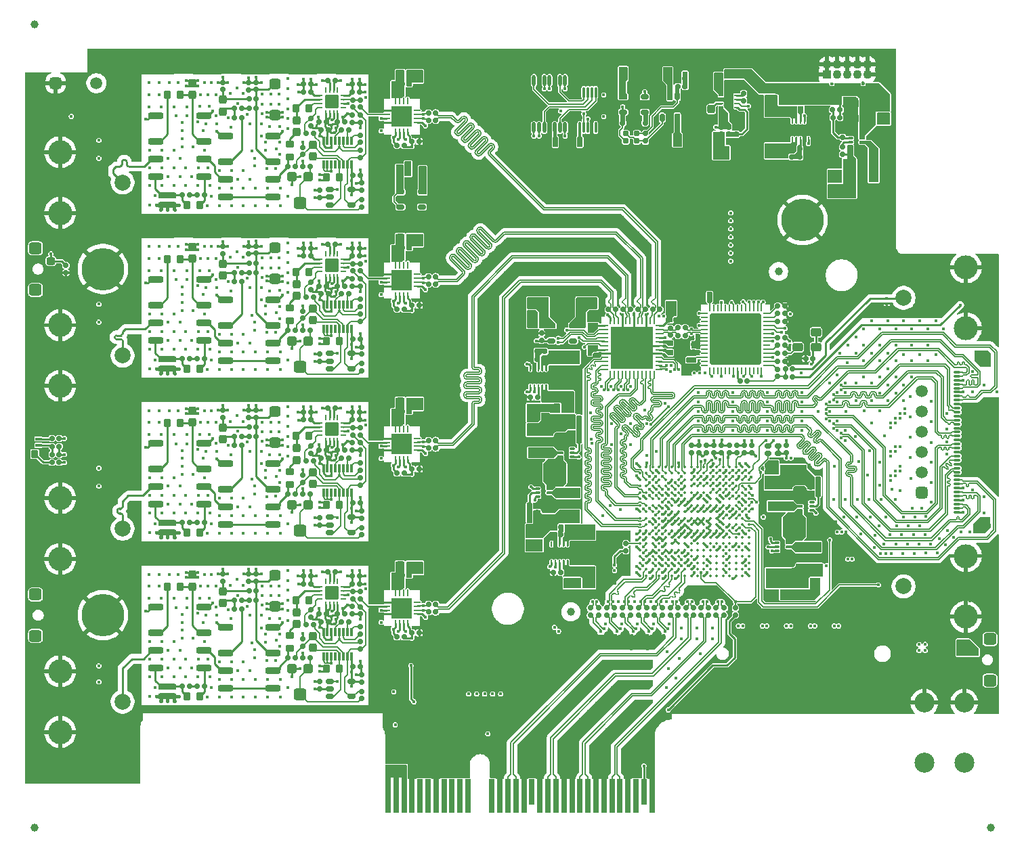
<source format=gbr>
%TF.GenerationSoftware,KiCad,Pcbnew,9.0.3*%
%TF.CreationDate,2025-08-04T19:38:51-04:00*%
%TF.ProjectId,Thunderscope_Rev5.1,5468756e-6465-4727-9363-6f70655f5265,rev?*%
%TF.SameCoordinates,Original*%
%TF.FileFunction,Copper,L1,Top*%
%TF.FilePolarity,Positive*%
%FSLAX46Y46*%
G04 Gerber Fmt 4.6, Leading zero omitted, Abs format (unit mm)*
G04 Created by KiCad (PCBNEW 9.0.3) date 2025-08-04 19:38:51*
%MOMM*%
%LPD*%
G01*
G04 APERTURE LIST*
G04 Aperture macros list*
%AMRoundRect*
0 Rectangle with rounded corners*
0 $1 Rounding radius*
0 $2 $3 $4 $5 $6 $7 $8 $9 X,Y pos of 4 corners*
0 Add a 4 corners polygon primitive as box body*
4,1,4,$2,$3,$4,$5,$6,$7,$8,$9,$2,$3,0*
0 Add four circle primitives for the rounded corners*
1,1,$1+$1,$2,$3*
1,1,$1+$1,$4,$5*
1,1,$1+$1,$6,$7*
1,1,$1+$1,$8,$9*
0 Add four rect primitives between the rounded corners*
20,1,$1+$1,$2,$3,$4,$5,0*
20,1,$1+$1,$4,$5,$6,$7,0*
20,1,$1+$1,$6,$7,$8,$9,0*
20,1,$1+$1,$8,$9,$2,$3,0*%
G04 Aperture macros list end*
%TA.AperFunction,SMDPad,CuDef*%
%ADD10RoundRect,0.150000X-0.150000X0.150000X-0.150000X-0.150000X0.150000X-0.150000X0.150000X0.150000X0*%
%TD*%
%TA.AperFunction,SMDPad,CuDef*%
%ADD11RoundRect,0.150000X0.150000X-0.150000X0.150000X0.150000X-0.150000X0.150000X-0.150000X-0.150000X0*%
%TD*%
%TA.AperFunction,ComponentPad*%
%ADD12C,2.000000*%
%TD*%
%TA.AperFunction,ComponentPad*%
%ADD13C,3.000000*%
%TD*%
%TA.AperFunction,SMDPad,CuDef*%
%ADD14RoundRect,0.160000X0.160000X0.160000X-0.160000X0.160000X-0.160000X-0.160000X0.160000X-0.160000X0*%
%TD*%
%TA.AperFunction,SMDPad,CuDef*%
%ADD15RoundRect,0.200000X0.200000X2.575000X-0.200000X2.575000X-0.200000X-2.575000X0.200000X-2.575000X0*%
%TD*%
%TA.AperFunction,SMDPad,CuDef*%
%ADD16RoundRect,0.200000X-0.200000X-1.700000X0.200000X-1.700000X0.200000X1.700000X-0.200000X1.700000X0*%
%TD*%
%TA.AperFunction,SMDPad,CuDef*%
%ADD17RoundRect,0.200000X2.290000X-0.200000X2.290000X0.200000X-2.290000X0.200000X-2.290000X-0.200000X0*%
%TD*%
%TA.AperFunction,SMDPad,CuDef*%
%ADD18RoundRect,0.200000X-2.290000X0.200000X-2.290000X-0.200000X2.290000X-0.200000X2.290000X0.200000X0*%
%TD*%
%TA.AperFunction,SMDPad,CuDef*%
%ADD19RoundRect,0.200000X1.700000X-0.200000X1.700000X0.200000X-1.700000X0.200000X-1.700000X-0.200000X0*%
%TD*%
%TA.AperFunction,SMDPad,CuDef*%
%ADD20RoundRect,0.200000X-1.700000X0.200000X-1.700000X-0.200000X1.700000X-0.200000X1.700000X0.200000X0*%
%TD*%
%TA.AperFunction,SMDPad,CuDef*%
%ADD21RoundRect,0.200000X-0.200000X-2.575000X0.200000X-2.575000X0.200000X2.575000X-0.200000X2.575000X0*%
%TD*%
%TA.AperFunction,SMDPad,CuDef*%
%ADD22RoundRect,0.200000X0.200000X1.700000X-0.200000X1.700000X-0.200000X-1.700000X0.200000X-1.700000X0*%
%TD*%
%TA.AperFunction,SMDPad,CuDef*%
%ADD23RoundRect,0.160000X0.160000X-0.160000X0.160000X0.160000X-0.160000X0.160000X-0.160000X-0.160000X0*%
%TD*%
%TA.AperFunction,SMDPad,CuDef*%
%ADD24RoundRect,0.150000X0.150000X0.150000X-0.150000X0.150000X-0.150000X-0.150000X0.150000X-0.150000X0*%
%TD*%
%TA.AperFunction,SMDPad,CuDef*%
%ADD25RoundRect,0.062500X0.062500X0.237500X-0.062500X0.237500X-0.062500X-0.237500X0.062500X-0.237500X0*%
%TD*%
%TA.AperFunction,SMDPad,CuDef*%
%ADD26RoundRect,0.060000X0.940000X0.540000X-0.940000X0.540000X-0.940000X-0.540000X0.940000X-0.540000X0*%
%TD*%
%TA.AperFunction,SMDPad,CuDef*%
%ADD27RoundRect,0.160000X-0.160000X0.160000X-0.160000X-0.160000X0.160000X-0.160000X0.160000X0.160000X0*%
%TD*%
%TA.AperFunction,SMDPad,CuDef*%
%ADD28RoundRect,0.225000X-0.225000X0.275000X-0.225000X-0.275000X0.225000X-0.275000X0.225000X0.275000X0*%
%TD*%
%TA.AperFunction,SMDPad,CuDef*%
%ADD29RoundRect,0.062500X-0.062500X-0.237500X0.062500X-0.237500X0.062500X0.237500X-0.062500X0.237500X0*%
%TD*%
%TA.AperFunction,SMDPad,CuDef*%
%ADD30RoundRect,0.060000X-0.940000X-0.540000X0.940000X-0.540000X0.940000X0.540000X-0.940000X0.540000X0*%
%TD*%
%TA.AperFunction,SMDPad,CuDef*%
%ADD31RoundRect,0.237500X0.287500X-0.237500X0.287500X0.237500X-0.287500X0.237500X-0.287500X-0.237500X0*%
%TD*%
%TA.AperFunction,SMDPad,CuDef*%
%ADD32RoundRect,0.150000X0.350000X-0.150000X0.350000X0.150000X-0.350000X0.150000X-0.350000X-0.150000X0*%
%TD*%
%TA.AperFunction,SMDPad,CuDef*%
%ADD33RoundRect,0.190500X0.934500X0.190500X-0.934500X0.190500X-0.934500X-0.190500X0.934500X-0.190500X0*%
%TD*%
%TA.AperFunction,SMDPad,CuDef*%
%ADD34RoundRect,0.150000X-0.150000X-0.150000X0.150000X-0.150000X0.150000X0.150000X-0.150000X0.150000X0*%
%TD*%
%TA.AperFunction,SMDPad,CuDef*%
%ADD35RoundRect,0.300000X0.300000X0.300000X-0.300000X0.300000X-0.300000X-0.300000X0.300000X-0.300000X0*%
%TD*%
%TA.AperFunction,SMDPad,CuDef*%
%ADD36RoundRect,0.375000X0.425000X0.375000X-0.425000X0.375000X-0.425000X-0.375000X0.425000X-0.375000X0*%
%TD*%
%TA.AperFunction,SMDPad,CuDef*%
%ADD37RoundRect,0.200000X-0.730000X0.200000X-0.730000X-0.200000X0.730000X-0.200000X0.730000X0.200000X0*%
%TD*%
%TA.AperFunction,SMDPad,CuDef*%
%ADD38RoundRect,0.225000X-0.275000X-0.225000X0.275000X-0.225000X0.275000X0.225000X-0.275000X0.225000X0*%
%TD*%
%TA.AperFunction,SMDPad,CuDef*%
%ADD39RoundRect,0.325000X-0.375000X-0.325000X0.375000X-0.325000X0.375000X0.325000X-0.375000X0.325000X0*%
%TD*%
%TA.AperFunction,SMDPad,CuDef*%
%ADD40RoundRect,0.062500X0.187500X-0.062500X0.187500X0.062500X-0.187500X0.062500X-0.187500X-0.062500X0*%
%TD*%
%TA.AperFunction,SMDPad,CuDef*%
%ADD41RoundRect,0.045000X0.405000X-0.755000X0.405000X0.755000X-0.405000X0.755000X-0.405000X-0.755000X0*%
%TD*%
%TA.AperFunction,SMDPad,CuDef*%
%ADD42RoundRect,0.375000X-0.425000X0.375000X-0.425000X-0.375000X0.425000X-0.375000X0.425000X0.375000X0*%
%TD*%
%TA.AperFunction,SMDPad,CuDef*%
%ADD43RoundRect,0.375000X0.425000X-0.375000X0.425000X0.375000X-0.425000X0.375000X-0.425000X-0.375000X0*%
%TD*%
%TA.AperFunction,SMDPad,CuDef*%
%ADD44RoundRect,0.250000X-0.275000X0.250000X-0.275000X-0.250000X0.275000X-0.250000X0.275000X0.250000X0*%
%TD*%
%TA.AperFunction,SMDPad,CuDef*%
%ADD45RoundRect,0.075000X-0.075000X0.450000X-0.075000X-0.450000X0.075000X-0.450000X0.075000X0.450000X0*%
%TD*%
%TA.AperFunction,SMDPad,CuDef*%
%ADD46RoundRect,0.237500X-0.237500X-0.287500X0.237500X-0.287500X0.237500X0.287500X-0.237500X0.287500X0*%
%TD*%
%TA.AperFunction,SMDPad,CuDef*%
%ADD47O,0.900000X0.250000*%
%TD*%
%TA.AperFunction,SMDPad,CuDef*%
%ADD48O,0.250000X0.900000*%
%TD*%
%TA.AperFunction,SMDPad,CuDef*%
%ADD49R,5.280000X5.280000*%
%TD*%
%TA.AperFunction,SMDPad,CuDef*%
%ADD50RoundRect,0.225000X0.275000X0.225000X-0.275000X0.225000X-0.275000X-0.225000X0.275000X-0.225000X0*%
%TD*%
%TA.AperFunction,SMDPad,CuDef*%
%ADD51O,0.800000X0.250000*%
%TD*%
%TA.AperFunction,SMDPad,CuDef*%
%ADD52O,0.250000X0.800000*%
%TD*%
%TA.AperFunction,SMDPad,CuDef*%
%ADD53RoundRect,0.084000X-0.756000X-0.756000X0.756000X-0.756000X0.756000X0.756000X-0.756000X0.756000X0*%
%TD*%
%TA.AperFunction,SMDPad,CuDef*%
%ADD54RoundRect,0.325000X0.425000X0.325000X-0.425000X0.325000X-0.425000X-0.325000X0.425000X-0.325000X0*%
%TD*%
%TA.AperFunction,SMDPad,CuDef*%
%ADD55RoundRect,0.237500X-0.287500X0.237500X-0.287500X-0.237500X0.287500X-0.237500X0.287500X0.237500X0*%
%TD*%
%TA.AperFunction,SMDPad,CuDef*%
%ADD56RoundRect,0.237500X0.237500X0.287500X-0.237500X0.287500X-0.237500X-0.287500X0.237500X-0.287500X0*%
%TD*%
%TA.AperFunction,SMDPad,CuDef*%
%ADD57RoundRect,0.325000X0.325000X-0.425000X0.325000X0.425000X-0.325000X0.425000X-0.325000X-0.425000X0*%
%TD*%
%TA.AperFunction,SMDPad,CuDef*%
%ADD58RoundRect,0.075000X0.260000X-0.075000X0.260000X0.075000X-0.260000X0.075000X-0.260000X-0.075000X0*%
%TD*%
%TA.AperFunction,SMDPad,CuDef*%
%ADD59O,0.250000X0.850000*%
%TD*%
%TA.AperFunction,SMDPad,CuDef*%
%ADD60O,0.850000X0.250000*%
%TD*%
%TA.AperFunction,SMDPad,CuDef*%
%ADD61RoundRect,0.065000X-1.235000X1.235000X-1.235000X-1.235000X1.235000X-1.235000X1.235000X1.235000X0*%
%TD*%
%TA.AperFunction,SMDPad,CuDef*%
%ADD62RoundRect,0.160000X-0.160000X-0.160000X0.160000X-0.160000X0.160000X0.160000X-0.160000X0.160000X0*%
%TD*%
%TA.AperFunction,SMDPad,CuDef*%
%ADD63O,0.200000X0.850000*%
%TD*%
%TA.AperFunction,SMDPad,CuDef*%
%ADD64O,0.850000X0.200000*%
%TD*%
%TA.AperFunction,SMDPad,CuDef*%
%ADD65RoundRect,0.160000X3.040000X-3.040000X3.040000X3.040000X-3.040000X3.040000X-3.040000X-3.040000X0*%
%TD*%
%TA.AperFunction,SMDPad,CuDef*%
%ADD66RoundRect,0.325000X-0.425000X-0.325000X0.425000X-0.325000X0.425000X0.325000X-0.425000X0.325000X0*%
%TD*%
%TA.AperFunction,SMDPad,CuDef*%
%ADD67RoundRect,0.325000X-0.325000X0.425000X-0.325000X-0.425000X0.325000X-0.425000X0.325000X0.425000X0*%
%TD*%
%TA.AperFunction,SMDPad,CuDef*%
%ADD68RoundRect,0.307500X1.052500X0.307500X-1.052500X0.307500X-1.052500X-0.307500X1.052500X-0.307500X0*%
%TD*%
%TA.AperFunction,SMDPad,CuDef*%
%ADD69RoundRect,0.275000X0.375000X0.275000X-0.375000X0.275000X-0.375000X-0.275000X0.375000X-0.275000X0*%
%TD*%
%TA.AperFunction,SMDPad,CuDef*%
%ADD70RoundRect,0.275000X-0.375000X-0.275000X0.375000X-0.275000X0.375000X0.275000X-0.375000X0.275000X0*%
%TD*%
%TA.AperFunction,ComponentPad*%
%ADD71R,1.090000X1.090000*%
%TD*%
%TA.AperFunction,ComponentPad*%
%ADD72C,1.090000*%
%TD*%
%TA.AperFunction,SMDPad,CuDef*%
%ADD73RoundRect,0.085000X-0.852064X-0.371231X-0.371231X-0.852064X0.852064X0.371231X0.371231X0.852064X0*%
%TD*%
%TA.AperFunction,SMDPad,CuDef*%
%ADD74RoundRect,0.110000X-0.905097X-0.282843X-0.282843X-0.905097X0.905097X0.282843X0.282843X0.905097X0*%
%TD*%
%TA.AperFunction,SMDPad,CuDef*%
%ADD75C,1.000000*%
%TD*%
%TA.AperFunction,SMDPad,CuDef*%
%ADD76O,0.350000X1.400000*%
%TD*%
%TA.AperFunction,SMDPad,CuDef*%
%ADD77RoundRect,0.307500X-1.052500X-0.307500X1.052500X-0.307500X1.052500X0.307500X-1.052500X0.307500X0*%
%TD*%
%TA.AperFunction,SMDPad,CuDef*%
%ADD78RoundRect,0.175000X0.225000X0.175000X-0.225000X0.175000X-0.225000X-0.175000X0.225000X-0.175000X0*%
%TD*%
%TA.AperFunction,SMDPad,CuDef*%
%ADD79RoundRect,0.175000X-0.225000X-0.175000X0.225000X-0.175000X0.225000X0.175000X-0.225000X0.175000X0*%
%TD*%
%TA.AperFunction,ComponentPad*%
%ADD80C,2.500000*%
%TD*%
%TA.AperFunction,SMDPad,CuDef*%
%ADD81RoundRect,0.225000X0.225000X-0.275000X0.225000X0.275000X-0.225000X0.275000X-0.225000X-0.275000X0*%
%TD*%
%TA.AperFunction,SMDPad,CuDef*%
%ADD82RoundRect,0.150000X-0.350000X0.150000X-0.350000X-0.150000X0.350000X-0.150000X0.350000X0.150000X0*%
%TD*%
%TA.AperFunction,SMDPad,CuDef*%
%ADD83RoundRect,0.075000X-0.175000X-0.075000X0.175000X-0.075000X0.175000X0.075000X-0.175000X0.075000X0*%
%TD*%
%TA.AperFunction,SMDPad,CuDef*%
%ADD84RoundRect,0.307500X0.307500X-1.052500X0.307500X1.052500X-0.307500X1.052500X-0.307500X-1.052500X0*%
%TD*%
%TA.AperFunction,SMDPad,CuDef*%
%ADD85RoundRect,0.075000X-0.260000X0.075000X-0.260000X-0.075000X0.260000X-0.075000X0.260000X0.075000X0*%
%TD*%
%TA.AperFunction,SMDPad,CuDef*%
%ADD86R,0.700000X4.200000*%
%TD*%
%TA.AperFunction,SMDPad,CuDef*%
%ADD87R,0.700000X3.200000*%
%TD*%
%TA.AperFunction,SMDPad,CuDef*%
%ADD88RoundRect,0.250000X0.275000X-0.250000X0.275000X0.250000X-0.275000X0.250000X-0.275000X-0.250000X0*%
%TD*%
%TA.AperFunction,SMDPad,CuDef*%
%ADD89RoundRect,0.075000X0.350000X-0.075000X0.350000X0.075000X-0.350000X0.075000X-0.350000X-0.075000X0*%
%TD*%
%TA.AperFunction,SMDPad,CuDef*%
%ADD90RoundRect,0.200000X0.800000X-0.200000X0.800000X0.200000X-0.800000X0.200000X-0.800000X-0.200000X0*%
%TD*%
%TA.AperFunction,SMDPad,CuDef*%
%ADD91C,0.350000*%
%TD*%
%TA.AperFunction,ComponentPad*%
%ADD92RoundRect,0.375000X-0.375000X-0.375000X0.375000X-0.375000X0.375000X0.375000X-0.375000X0.375000X0*%
%TD*%
%TA.AperFunction,ComponentPad*%
%ADD93C,1.500000*%
%TD*%
%TA.AperFunction,SMDPad,CuDef*%
%ADD94O,0.450000X1.400000*%
%TD*%
%TA.AperFunction,SMDPad,CuDef*%
%ADD95RoundRect,0.135000X0.315000X-0.365000X0.315000X0.365000X-0.315000X0.365000X-0.315000X-0.365000X0*%
%TD*%
%TA.AperFunction,SMDPad,CuDef*%
%ADD96RoundRect,0.060000X0.340000X-0.140000X0.340000X0.140000X-0.340000X0.140000X-0.340000X-0.140000X0*%
%TD*%
%TA.AperFunction,SMDPad,CuDef*%
%ADD97RoundRect,0.160000X0.190000X-0.160000X0.190000X0.160000X-0.190000X0.160000X-0.190000X-0.160000X0*%
%TD*%
%TA.AperFunction,SMDPad,CuDef*%
%ADD98RoundRect,0.150000X-0.150000X-0.350000X0.150000X-0.350000X0.150000X0.350000X-0.150000X0.350000X0*%
%TD*%
%TA.AperFunction,ComponentPad*%
%ADD99C,5.300000*%
%TD*%
%TA.AperFunction,ComponentPad*%
%ADD100RoundRect,0.375000X0.375000X-0.375000X0.375000X0.375000X-0.375000X0.375000X-0.375000X-0.375000X0*%
%TD*%
%TA.AperFunction,ViaPad*%
%ADD101C,0.406400*%
%TD*%
%TA.AperFunction,Conductor*%
%ADD102C,0.152400*%
%TD*%
%TA.AperFunction,Conductor*%
%ADD103C,0.600000*%
%TD*%
%TA.AperFunction,Conductor*%
%ADD104C,0.254000*%
%TD*%
%TA.AperFunction,Conductor*%
%ADD105C,0.190790*%
%TD*%
%TA.AperFunction,Conductor*%
%ADD106C,0.203200*%
%TD*%
%TA.AperFunction,Conductor*%
%ADD107C,0.127000*%
%TD*%
%TA.AperFunction,Conductor*%
%ADD108C,0.213000*%
%TD*%
%TA.AperFunction,Conductor*%
%ADD109C,0.250000*%
%TD*%
%TA.AperFunction,Conductor*%
%ADD110C,0.400000*%
%TD*%
%TA.AperFunction,Conductor*%
%ADD111C,0.450000*%
%TD*%
%TA.AperFunction,Conductor*%
%ADD112C,0.350000*%
%TD*%
%TA.AperFunction,Conductor*%
%ADD113C,0.700000*%
%TD*%
%TA.AperFunction,Conductor*%
%ADD114C,0.500000*%
%TD*%
G04 APERTURE END LIST*
D10*
%TO.P,R1033_1,1,1*%
%TO.N,+3V3_PGA*%
X134676085Y-69928600D03*
%TO.P,R1033_1,2,2*%
%TO.N,/PGA_CSn_1*%
X133776085Y-69928600D03*
%TD*%
D11*
%TO.P,FB1000_4,1,1*%
%TO.N,/CH4/+VPGA*%
X134401105Y-123713600D03*
%TO.P,FB1000_4,2,2*%
%TO.N,+5V*%
X135301105Y-123713600D03*
%TD*%
D12*
%TO.P,J1002_3,1,Signal*%
%TO.N,/CH3/BNC_IN*%
X99476095Y-117878600D03*
D13*
%TO.P,J1002_3,2,SHIELD*%
%TO.N,GND*%
X91676095Y-121678600D03*
X91676095Y-114078600D03*
%TD*%
D14*
%TO.P,C1045_1,1,1*%
%TO.N,+5V*%
X129351095Y-75563600D03*
%TO.P,C1045_1,2,2*%
%TO.N,GND*%
X129351095Y-74643600D03*
%TD*%
D15*
%TO.P,SHLD1001_2,1,1*%
%TO.N,GND*%
X130613695Y-97022990D03*
D16*
X130611095Y-90253590D03*
D15*
X130611095Y-83478990D03*
D17*
X128523395Y-99398390D03*
D18*
X128521395Y-81103590D03*
D19*
X122033695Y-99398390D03*
D20*
X122031095Y-81103590D03*
D19*
X116033695Y-99398390D03*
D20*
X116031095Y-81103590D03*
D19*
X110033695Y-99398390D03*
D20*
X110031095Y-81103590D03*
D17*
X103543395Y-99398390D03*
D18*
X103541395Y-81103590D03*
D21*
X101453695Y-97022990D03*
D22*
X101451095Y-90253590D03*
D21*
X101451095Y-83478990D03*
%TD*%
D23*
%TO.P,C185,1,1*%
%TO.N,GND*%
X153321095Y-123343600D03*
%TO.P,C185,2,2*%
%TO.N,Net-(U22-NR{slash}SS)*%
X154241095Y-123343600D03*
%TD*%
D12*
%TO.P,J1002_2,1,Signal*%
%TO.N,/CH2/BNC_IN*%
X99476095Y-96228600D03*
D13*
%TO.P,J1002_2,2,SHIELD*%
%TO.N,GND*%
X91676095Y-100028600D03*
X91676095Y-92428600D03*
%TD*%
D24*
%TO.P,R1042_2,1,1*%
%TO.N,-VBIAS*%
X129176095Y-87553590D03*
%TO.P,R1042_2,2,2*%
%TO.N,/CH2/DC_FB*%
X129176095Y-86653590D03*
%TD*%
D25*
%TO.P,U15,1,OUT*%
%TO.N,+5V*%
X183206076Y-69178599D03*
%TO.P,U15,2,OUT*%
X183706076Y-69178599D03*
%TO.P,U15,3,FB*%
%TO.N,Net-(U15-FB)*%
X184206076Y-69178599D03*
%TO.P,U15,4,GND*%
%TO.N,GND*%
X184706076Y-69178599D03*
%TO.P,U15,5,PG*%
%TO.N,/FPGA/FPGA IO Banks/FE_PG*%
X185206076Y-69178599D03*
%TO.P,U15,6,SS_CTRL*%
%TO.N,GND*%
X185206076Y-66878599D03*
%TO.P,U15,7,EN*%
%TO.N,/ACQ and FE Voltage Regs/FE_EN*%
X184706076Y-66878599D03*
%TO.P,U15,8,NR/SS*%
%TO.N,Net-(U15-NR{slash}SS)*%
X184206076Y-66878599D03*
%TO.P,U15,9,IN*%
%TO.N,/ACQ and FE Voltage Regs/+5V3_R_LDO*%
X183706076Y-66878599D03*
%TO.P,U15,10,IN*%
X183206076Y-66878599D03*
D26*
%TO.P,U15,11,PAD*%
%TO.N,GND*%
X184206076Y-68028599D03*
%TD*%
D27*
%TO.P,C1047_3,1,1*%
%TO.N,+5V*%
X123011095Y-104278600D03*
%TO.P,C1047_3,2,2*%
%TO.N,GND*%
X122091095Y-104278600D03*
%TD*%
D11*
%TO.P,R85,1,1*%
%TO.N,Net-(D1-B)*%
X90651105Y-108603600D03*
%TO.P,R85,2,2*%
%TO.N,/FPGA/LED_B*%
X91551105Y-108603600D03*
%TD*%
D28*
%TO.P,R1003_3,1,1*%
%TO.N,Net-(U1001_3-S1B)*%
X126576095Y-114903600D03*
%TO.P,R1003_3,2,2*%
%TO.N,GND*%
X124976095Y-114903600D03*
%TD*%
D29*
%TO.P,U22,1,OUT*%
%TO.N,+1V2_MGT*%
X155101095Y-119803600D03*
%TO.P,U22,2,OUT*%
X154601095Y-119803600D03*
%TO.P,U22,3,FB*%
%TO.N,Net-(U22-FB)*%
X154101095Y-119803600D03*
%TO.P,U22,4,GND*%
%TO.N,GND*%
X153601095Y-119803600D03*
%TO.P,U22,5,PG*%
%TO.N,unconnected-(U22-PG-Pad5)*%
X153101095Y-119803600D03*
%TO.P,U22,6,SS_CTRL*%
%TO.N,/FPGA/FPGA Voltage Regs/+1V8_R_LDO*%
X153101095Y-122103600D03*
%TO.P,U22,7,EN*%
%TO.N,/FPGA/FPGA Voltage Regs/PG_1V8*%
X153601095Y-122103600D03*
%TO.P,U22,8,NR/SS*%
%TO.N,Net-(U22-NR{slash}SS)*%
X154101095Y-122103600D03*
%TO.P,U22,9,IN*%
%TO.N,/FPGA/FPGA Voltage Regs/+1V8_R_LDO*%
X154601095Y-122103600D03*
%TO.P,U22,10,IN*%
X155101095Y-122103600D03*
D30*
%TO.P,U22,11,PAD*%
%TO.N,GND*%
X154101095Y-120953600D03*
%TD*%
D28*
%TO.P,R1022_3,1,1*%
%TO.N,/CH3/TERM_1M_R*%
X106651095Y-104641100D03*
%TO.P,R1022_3,2,2*%
%TO.N,/CH3/TERM_1M*%
X105051095Y-104641100D03*
%TD*%
D31*
%TO.P,C1039_2,1,1*%
%TO.N,GND*%
X132736095Y-81483600D03*
%TO.P,C1039_2,2,2*%
%TO.N,/CH2/+VPGA*%
X134186095Y-81483600D03*
%TD*%
D32*
%TO.P,U1011_2,1,OUT*%
%TO.N,/CH2/OPA_OUT*%
X125401095Y-95966100D03*
%TO.P,U1011_2,2,V-*%
%TO.N,-5V*%
X125401095Y-96916100D03*
%TO.P,U1011_2,3,+*%
%TO.N,Net-(U1001_2-S1B)*%
X125401095Y-97866100D03*
%TO.P,U1011_2,4,-*%
%TO.N,/CH2/DC_FB*%
X128101095Y-97866100D03*
%TO.P,U1011_2,5,V+*%
%TO.N,+5V*%
X128101095Y-95966100D03*
%TD*%
D33*
%TO.P,R1025_2,1,1*%
%TO.N,GND*%
X105101095Y-97866100D03*
%TO.P,R1025_2,2,2*%
%TO.N,/CH2/TERM_50Z*%
X105101095Y-96716100D03*
%TD*%
D28*
%TO.P,R1038_4,1,1*%
%TO.N,/CH4/BUF_IN_BIAS*%
X122776095Y-126803600D03*
%TO.P,R1038_4,2,2*%
%TO.N,/CH4/BUF_IN*%
X121176095Y-126803600D03*
%TD*%
D11*
%TO.P,R1043_1,1,1*%
%TO.N,/CH1/BUF_IN_AUX*%
X122451105Y-68428600D03*
%TO.P,R1043_1,2,2*%
%TO.N,/CH1/OPA_OUT*%
X123351105Y-68428600D03*
%TD*%
D34*
%TO.P,R37,1,1*%
%TO.N,/FPGA/MGT_RX3_N*%
X168917200Y-127803610D03*
%TO.P,R37,2,2*%
%TO.N,/TS-PCIe Components/PCIe_PET0_N*%
X168917200Y-128703610D03*
%TD*%
D27*
%TO.P,C1024_4,1,1*%
%TO.N,/CH4/ATTEN_50X_OUT*%
X116191095Y-125643600D03*
%TO.P,C1024_4,2,2*%
%TO.N,Net-(C1023_4-Pad1)*%
X115271095Y-125643600D03*
%TD*%
D23*
%TO.P,C66,1,1*%
%TO.N,Net-(U7-IC2P)*%
X181366095Y-95953600D03*
%TO.P,C66,2,2*%
%TO.N,/Clock Generator/INTREF*%
X182286095Y-95953600D03*
%TD*%
D11*
%TO.P,FB1000_3,1,1*%
%TO.N,/CH3/+VPGA*%
X134401105Y-103213600D03*
%TO.P,FB1000_3,2,2*%
%TO.N,+5V*%
X135301105Y-103213600D03*
%TD*%
D35*
%TO.P,R1049_2,1,1*%
%TO.N,/CH2/DC_FB_TRIM*%
X122651095Y-94378600D03*
D36*
%TO.P,R1049_2,2,2*%
X121651095Y-97628600D03*
D35*
%TO.P,R1049_2,3,3*%
%TO.N,GND*%
X120651095Y-94378600D03*
%TD*%
D37*
%TO.P,K1000_3,1,1*%
%TO.N,Net-(D1000_3-K)*%
X103651095Y-107216100D03*
%TO.P,K1000_3,2,2*%
%TO.N,/CH3/TERM_1M*%
X103651095Y-110416100D03*
%TO.P,K1000_3,3,3*%
%TO.N,/CH3/BNC_IN*%
X103651095Y-112616100D03*
%TO.P,K1000_3,4,4*%
%TO.N,/CH3/TERM_50Z*%
X103651095Y-114816100D03*
%TO.P,K1000_3,5,5*%
%TO.N,/CH3/TERM_50Z_R*%
X109591095Y-114816100D03*
%TO.P,K1000_3,6,6*%
%TO.N,/CH3/ATTEN_IN*%
X109591095Y-112616100D03*
%TO.P,K1000_3,7,7*%
%TO.N,/CH3/TERM_1M_R*%
X109591095Y-110416100D03*
%TO.P,K1000_3,8,8*%
%TO.N,Net-(D1000_3-A)*%
X109591095Y-107216100D03*
%TD*%
D23*
%TO.P,C1001_3,1,1*%
%TO.N,Net-(U1001_3-S3A)*%
X126791095Y-109028600D03*
%TO.P,C1001_3,2,2*%
%TO.N,Net-(U1001_3-S2A)*%
X127711095Y-109028600D03*
%TD*%
%TO.P,C1046_1,1,1*%
%TO.N,+5V*%
X128191105Y-62278590D03*
%TO.P,C1046_1,2,2*%
%TO.N,GND*%
X129111105Y-62278590D03*
%TD*%
D10*
%TO.P,R127,1,1*%
%TO.N,Net-(U22-FB)*%
X154231085Y-118628600D03*
%TO.P,R127,2,2*%
%TO.N,GND*%
X153331085Y-118628600D03*
%TD*%
D38*
%TO.P,R120,1,1*%
%TO.N,/FPGA/FPGA Voltage Regs/+1V8_R*%
X151001095Y-118053601D03*
%TO.P,R120,2,2*%
%TO.N,+1V8*%
X151001095Y-119653599D03*
%TD*%
D28*
%TO.P,R1022_2,1,1*%
%TO.N,/CH2/TERM_1M_R*%
X106651095Y-84141100D03*
%TO.P,R1022_2,2,2*%
%TO.N,/CH2/TERM_1M*%
X105051095Y-84141100D03*
%TD*%
D14*
%TO.P,C47,1,1*%
%TO.N,/TS-USB4 Components/M2_REFCLK_P*%
X157976095Y-128738600D03*
%TO.P,C47,2,2*%
%TO.N,/MGT_CLK1_P*%
X157976095Y-127818600D03*
%TD*%
D34*
%TO.P,R38,1,1*%
%TO.N,/FPGA/MGT_RX3_P*%
X167976095Y-127803610D03*
%TO.P,R38,2,2*%
%TO.N,/TS-PCIe Components/PCIe_PET0_P*%
X167976095Y-128703610D03*
%TD*%
D39*
%TO.P,C1059_1,1,1*%
%TO.N,/CH1/ATTEN_50X_OUT*%
X118491095Y-62203600D03*
%TO.P,C1059_1,2,2*%
%TO.N,GND*%
X118491095Y-66103600D03*
%TD*%
D40*
%TO.P,U13,1,VIN*%
%TO.N,/ACQ and FE Voltage Regs/+5V3_R_CP*%
X174281074Y-63668599D03*
%TO.P,U13,2,GND*%
%TO.N,GND*%
X174281074Y-64168594D03*
%TO.P,U13,3,CPOUT*%
%TO.N,Net-(U13-CPOUT)*%
X174281081Y-64668597D03*
%TO.P,U13,4,VOUT*%
%TO.N,/ACQ and FE Voltage Regs/-5V_R*%
X174281074Y-65168599D03*
%TO.P,U13,5,VFB*%
%TO.N,Net-(U13-VFB)*%
X176181077Y-65168592D03*
%TO.P,U13,6,EN*%
%TO.N,/ACQ and FE Voltage Regs/FE_EN*%
X176181077Y-64668597D03*
%TO.P,U13,7,C1-*%
%TO.N,Net-(U13-C1-)*%
X176181077Y-64168601D03*
%TO.P,U13,8,C1+*%
%TO.N,Net-(U13-C1+)*%
X176181077Y-63668592D03*
D41*
%TO.P,U13,9,PAD*%
%TO.N,GND*%
X175231072Y-64418599D03*
%TD*%
D42*
%TO.P,J12,*%
%TO.N,*%
X88587500Y-82803600D03*
D43*
X88587500Y-88003600D03*
D44*
%TO.P,J12,1,1*%
%TO.N,/SPRING*%
X90512500Y-84403600D03*
%TO.P,J12,2,2*%
%TO.N,GND*%
X90512500Y-86403600D03*
%TD*%
D34*
%TO.P,R1041_1,1,1*%
%TO.N,/CH1/BUF_OUT*%
X128226095Y-64253610D03*
%TO.P,R1041_1,2,2*%
%TO.N,/CH1/DC_FB*%
X128226095Y-65153610D03*
%TD*%
D10*
%TO.P,R19,1,1*%
%TO.N,/CH3_P*%
X162944145Y-90478600D03*
%TO.P,R19,2,2*%
%TO.N,/CH3_N*%
X162044145Y-90478600D03*
%TD*%
D23*
%TO.P,C16,1,1*%
%TO.N,/ADC/+1V8A*%
X167741095Y-91753600D03*
%TO.P,C16,2,2*%
%TO.N,GND*%
X168661095Y-91753600D03*
%TD*%
%TO.P,C1052_3,1,1*%
%TO.N,GND*%
X124016095Y-108028600D03*
%TO.P,C1052_3,2,2*%
%TO.N,-5V*%
X124936095Y-108028600D03*
%TD*%
D34*
%TO.P,R79,1,1*%
%TO.N,+3V3*%
X174351095Y-107478610D03*
%TO.P,R79,2,2*%
%TO.N,/FPGA/FPGA IO Banks/HWID2*%
X174351095Y-108378610D03*
%TD*%
D12*
%TO.P,J1002_4,1,Signal*%
%TO.N,/CH4/BNC_IN*%
X99476095Y-139528600D03*
D13*
%TO.P,J1002_4,2,SHIELD*%
%TO.N,GND*%
X91676095Y-143328600D03*
X91676095Y-135728600D03*
%TD*%
D45*
%TO.P,U1001_1,1,S2B*%
%TO.N,Net-(U1001_1-S2B)*%
X128076095Y-69353600D03*
%TO.P,U1001_1,2,S2A*%
%TO.N,Net-(U1001_1-S2A)*%
X127576095Y-69353600D03*
%TO.P,U1001_1,3,S3B*%
%TO.N,Net-(U1001_1-S3B)*%
X127076095Y-69353600D03*
%TO.P,U1001_1,4,D3*%
%TO.N,/CH1/OPA_OUT*%
X126576095Y-69353600D03*
%TO.P,U1001_1,5,S3A*%
%TO.N,Net-(U1001_1-S3A)*%
X126076095Y-69353600D03*
%TO.P,U1001_1,6,~{EN}*%
%TO.N,GND*%
X125576095Y-69353600D03*
%TO.P,U1001_1,7,VSS*%
%TO.N,-5V*%
X125076095Y-69353600D03*
%TO.P,U1001_1,8,GND*%
%TO.N,GND*%
X124576095Y-69353600D03*
%TO.P,U1001_1,9,SEL3*%
%TO.N,/DC_CPL_1*%
X124576095Y-72353600D03*
%TO.P,U1001_1,10,SEL2*%
X125076095Y-72353600D03*
%TO.P,U1001_1,11,SEL1*%
X125576095Y-72353600D03*
%TO.P,U1001_1,12,S1A*%
%TO.N,unconnected-(U1001_1-S1A-Pad12)*%
X126076095Y-72353600D03*
%TO.P,U1001_1,13,S1B*%
%TO.N,Net-(U1001_1-S1B)*%
X126576095Y-72353600D03*
%TO.P,U1001_1,14,D1*%
%TO.N,Net-(U1001_1-D1)*%
X127076095Y-72353600D03*
%TO.P,U1001_1,15,D2*%
%TO.N,/CH1/DC_FB*%
X127576095Y-72353600D03*
%TO.P,U1001_1,16,VDD*%
%TO.N,+5V*%
X128076095Y-72353600D03*
%TD*%
D10*
%TO.P,R1002_4,1,1*%
%TO.N,/CH4/ATTEN_50X_OUT*%
X116191085Y-126833600D03*
%TO.P,R1002_4,2,2*%
%TO.N,Net-(R1002_4-Pad2)*%
X115291085Y-126833600D03*
%TD*%
D11*
%TO.P,R1039_1,1,1*%
%TO.N,/CH1/ATTEN_OUT*%
X120151105Y-72553600D03*
%TO.P,R1039_1,2,2*%
%TO.N,Net-(U1001_1-D1)*%
X121051105Y-72553600D03*
%TD*%
D10*
%TO.P,R1024_3,1,1*%
%TO.N,Net-(R1002_3-Pad2)*%
X114341085Y-106333600D03*
%TO.P,R1024_3,2,2*%
%TO.N,/CH3/ATTEN_50X_R*%
X113441085Y-106333600D03*
%TD*%
D28*
%TO.P,R1021_4,1,1*%
%TO.N,/CH4/TERM_50Z_R*%
X109101094Y-138866100D03*
%TO.P,R1021_4,2,2*%
%TO.N,/CH4/TERM_50Z*%
X107501096Y-138866100D03*
%TD*%
D34*
%TO.P,R75,1,1*%
%TO.N,+3V3*%
X178151095Y-107478610D03*
%TO.P,R75,2,2*%
%TO.N,/FPGA/FPGA IO Banks/HWID0*%
X178151095Y-108378610D03*
%TD*%
D14*
%TO.P,C1045_2,1,1*%
%TO.N,+5V*%
X129351095Y-96063600D03*
%TO.P,C1045_2,2,2*%
%TO.N,GND*%
X129351095Y-95143600D03*
%TD*%
D33*
%TO.P,R1025_4,1,1*%
%TO.N,GND*%
X105101095Y-138866100D03*
%TO.P,R1025_4,2,2*%
%TO.N,/CH4/TERM_50Z*%
X105101095Y-137716100D03*
%TD*%
D24*
%TO.P,R1047_2,1,1*%
%TO.N,Net-(U1001_2-D1)*%
X122001095Y-91578590D03*
%TO.P,R1047_2,2,2*%
%TO.N,GND*%
X122001095Y-90678590D03*
%TD*%
D28*
%TO.P,R1022_4,1,1*%
%TO.N,/CH4/TERM_1M_R*%
X106651095Y-125141100D03*
%TO.P,R1022_4,2,2*%
%TO.N,/CH4/TERM_1M*%
X105051095Y-125141100D03*
%TD*%
D27*
%TO.P,C76,1,1*%
%TO.N,+3V3_PGA*%
X136961094Y-73428600D03*
%TO.P,C76,2,2*%
%TO.N,GND*%
X136041094Y-73428600D03*
%TD*%
D39*
%TO.P,C1059_3,1,1*%
%TO.N,/CH3/ATTEN_50X_OUT*%
X118491095Y-103203600D03*
%TO.P,C1059_3,2,2*%
%TO.N,GND*%
X118491095Y-107103600D03*
%TD*%
D24*
%TO.P,R1047_3,1,1*%
%TO.N,Net-(U1001_3-D1)*%
X122001095Y-112078590D03*
%TO.P,R1047_3,2,2*%
%TO.N,GND*%
X122001095Y-111178590D03*
%TD*%
D34*
%TO.P,R29,1,1*%
%TO.N,/FPGA/MGT_RX1_N*%
X172717200Y-127803610D03*
%TO.P,R29,2,2*%
%TO.N,/TS-PCIe Components/PCIe_PET2_N*%
X172717200Y-128703610D03*
%TD*%
D27*
%TO.P,C126,1,1*%
%TO.N,+3V3_PGA*%
X136961094Y-74428600D03*
%TO.P,C126,2,2*%
%TO.N,GND*%
X136041094Y-74428600D03*
%TD*%
D34*
%TO.P,R1044_4,1,1*%
%TO.N,/CH4/DC_FB*%
X129326095Y-138253610D03*
%TO.P,R1044_4,2,2*%
%TO.N,/CH4/DC_FB_TRIM*%
X129326095Y-139153610D03*
%TD*%
D10*
%TO.P,R129,1,1*%
%TO.N,Net-(U23-FB)*%
X156526085Y-105028600D03*
%TO.P,R129,2,2*%
%TO.N,/FPGA/FPGA Voltage Regs/+2V5_R*%
X155626085Y-105028600D03*
%TD*%
D46*
%TO.P,C122,1,1*%
%TO.N,GND*%
X180406076Y-68803600D03*
%TO.P,C122,2,2*%
%TO.N,+5V*%
X180406076Y-70253598D03*
%TD*%
D47*
%TO.P,U6,1,AVDD*%
%TO.N,/ADC/+1V8A*%
X159794145Y-92478610D03*
%TO.P,U6,2,CSn*%
%TO.N,/ADC/ADC_CSn*%
X159794145Y-92978610D03*
%TO.P,U6,3,SDATA*%
%TO.N,/ADC/ADC_SDATA*%
X159794145Y-93478610D03*
%TO.P,U6,4,SCLK*%
%TO.N,/ADC/ADC_SCLK*%
X159794145Y-93978610D03*
%TO.P,U6,5,RSTn*%
%TO.N,/ADC/ADC_RSTn*%
X159794145Y-94478610D03*
%TO.P,U6,6,PD*%
%TO.N,/ADC/ADC_PD*%
X159794145Y-94978610D03*
%TO.P,U6,7,DVDD*%
%TO.N,/ADC/+1V8D*%
X159794145Y-95478610D03*
%TO.P,U6,8,DVSS*%
%TO.N,GND*%
X159794145Y-95978610D03*
%TO.P,U6,9,D1A+*%
%TO.N,/ADC/D1A_P*%
X159794145Y-96478610D03*
%TO.P,U6,10,D1A-*%
%TO.N,/ADC/D1A_N*%
X159794145Y-96978610D03*
%TO.P,U6,11,D1B+*%
%TO.N,/ADC/D1B_P*%
X159794145Y-97478610D03*
%TO.P,U6,12,D1B-*%
%TO.N,/ADC/D1B_N*%
X159794145Y-97978610D03*
D48*
%TO.P,U6,13,D2A+*%
%TO.N,/ADC/D2A_P*%
X160419145Y-98603610D03*
%TO.P,U6,14,D2A-*%
%TO.N,/ADC/D2A_N*%
X160919145Y-98603610D03*
%TO.P,U6,15,D2B+*%
%TO.N,/ADC/D2B_P*%
X161419145Y-98603610D03*
%TO.P,U6,16,D2B-*%
%TO.N,/ADC/D2B_N*%
X161919145Y-98603610D03*
%TO.P,U6,17,LCLK+*%
%TO.N,/ADC/LCLK_P*%
X162419155Y-98603610D03*
%TO.P,U6,18,LCLK-*%
%TO.N,/ADC/LCLK_N*%
X162919145Y-98603610D03*
%TO.P,U6,19,FCLK+*%
%TO.N,/ADC/FCLK_P*%
X163419145Y-98603610D03*
%TO.P,U6,20,FCLK-*%
%TO.N,/ADC/FCLK_N*%
X163919145Y-98603610D03*
%TO.P,U6,21,D3A+*%
%TO.N,/ADC/D3A_P*%
X164419145Y-98603610D03*
%TO.P,U6,22,D3A-*%
%TO.N,/ADC/D3A_N*%
X164919155Y-98603610D03*
%TO.P,U6,23,D3B+*%
%TO.N,/ADC/D3B_P*%
X165419145Y-98603610D03*
%TO.P,U6,24,D3B-*%
%TO.N,/ADC/D3B_N*%
X165919145Y-98603610D03*
D47*
%TO.P,U6,25,D4A+*%
%TO.N,/ADC/D4A_P*%
X166544145Y-97978610D03*
%TO.P,U6,26,D4A-*%
%TO.N,/ADC/D4A_N*%
X166544145Y-97478610D03*
%TO.P,U6,27,D4B+*%
%TO.N,/ADC/D4B_P*%
X166544145Y-96978610D03*
%TO.P,U6,28,D4B-*%
%TO.N,/ADC/D4B_N*%
X166544145Y-96478610D03*
%TO.P,U6,29,DVSS*%
%TO.N,GND*%
X166544145Y-95978610D03*
%TO.P,U6,30,DVDD*%
%TO.N,/ADC/+1V8D*%
X166544145Y-95478610D03*
%TO.P,U6,31,AVSS2*%
%TO.N,GND*%
X166544145Y-94978610D03*
%TO.P,U6,32,AVDD2*%
%TO.N,/ADC/+1V8A*%
X166544145Y-94478610D03*
%TO.P,U6,33,OVDD*%
%TO.N,+3V3_ACQ*%
X166544145Y-93978610D03*
%TO.P,U6,34,CLK-*%
%TO.N,/ADC/ADC_CLK_N*%
X166544145Y-93478610D03*
%TO.P,U6,35,CLK+*%
%TO.N,/ADC/ADC_CLK_P*%
X166544145Y-92978610D03*
%TO.P,U6,36,AVDD*%
%TO.N,/ADC/+1V8A*%
X166544145Y-92478610D03*
D48*
%TO.P,U6,37,IN4-*%
%TO.N,/CH1_P*%
X165919145Y-91853610D03*
%TO.P,U6,38,IN4+*%
%TO.N,/CH1_N*%
X165419145Y-91853610D03*
%TO.P,U6,39,AVSS*%
%TO.N,GND*%
X164919155Y-91853610D03*
%TO.P,U6,40,IN3-*%
%TO.N,/CH2_P*%
X164419145Y-91853610D03*
%TO.P,U6,41,IN3+*%
%TO.N,/CH2_N*%
X163919145Y-91853610D03*
%TO.P,U6,42,AVSS*%
%TO.N,GND*%
X163419145Y-91853610D03*
%TO.P,U6,43,IN2-*%
%TO.N,/CH3_P*%
X162919145Y-91853610D03*
%TO.P,U6,44,IN2+*%
%TO.N,/CH3_N*%
X162419155Y-91853610D03*
%TO.P,U6,45,AVSS*%
%TO.N,GND*%
X161919145Y-91853610D03*
%TO.P,U6,46,IN1-*%
%TO.N,/CH4_P*%
X161419145Y-91853610D03*
%TO.P,U6,47,IN1+*%
%TO.N,/CH4_N*%
X160919145Y-91853610D03*
%TO.P,U6,48,VCM*%
%TO.N,/VCM*%
X160419145Y-91853610D03*
D49*
%TO.P,U6,49,EPAD*%
%TO.N,GND*%
X163169145Y-95228610D03*
%TD*%
D11*
%TO.P,R52_2,1,1*%
%TO.N,/CH2/OUT_R_P*%
X137701105Y-86353600D03*
%TO.P,R52_2,2,2*%
%TO.N,/CH2_P*%
X138601105Y-86353600D03*
%TD*%
D45*
%TO.P,U1001_4,1,S2B*%
%TO.N,Net-(U1001_4-S2B)*%
X128076095Y-130853600D03*
%TO.P,U1001_4,2,S2A*%
%TO.N,Net-(U1001_4-S2A)*%
X127576095Y-130853600D03*
%TO.P,U1001_4,3,S3B*%
%TO.N,Net-(U1001_4-S3B)*%
X127076095Y-130853600D03*
%TO.P,U1001_4,4,D3*%
%TO.N,/CH4/OPA_OUT*%
X126576095Y-130853600D03*
%TO.P,U1001_4,5,S3A*%
%TO.N,Net-(U1001_4-S3A)*%
X126076095Y-130853600D03*
%TO.P,U1001_4,6,~{EN}*%
%TO.N,GND*%
X125576095Y-130853600D03*
%TO.P,U1001_4,7,VSS*%
%TO.N,-5V*%
X125076095Y-130853600D03*
%TO.P,U1001_4,8,GND*%
%TO.N,GND*%
X124576095Y-130853600D03*
%TO.P,U1001_4,9,SEL3*%
%TO.N,/DC_CPL_4*%
X124576095Y-133853600D03*
%TO.P,U1001_4,10,SEL2*%
X125076095Y-133853600D03*
%TO.P,U1001_4,11,SEL1*%
X125576095Y-133853600D03*
%TO.P,U1001_4,12,S1A*%
%TO.N,unconnected-(U1001_4-S1A-Pad12)*%
X126076095Y-133853600D03*
%TO.P,U1001_4,13,S1B*%
%TO.N,Net-(U1001_4-S1B)*%
X126576095Y-133853600D03*
%TO.P,U1001_4,14,D1*%
%TO.N,Net-(U1001_4-D1)*%
X127076095Y-133853600D03*
%TO.P,U1001_4,15,D2*%
%TO.N,/CH4/DC_FB*%
X127576095Y-133853600D03*
%TO.P,U1001_4,16,VDD*%
%TO.N,+5V*%
X128076095Y-133853600D03*
%TD*%
D50*
%TO.P,R1035_3,1,1*%
%TO.N,/CH3/ATTEN_OUT*%
X120426095Y-112378600D03*
%TO.P,R1035_3,2,2*%
%TO.N,/CH3/ATTEN_OUT_R*%
X120426095Y-110778600D03*
%TD*%
D23*
%TO.P,C1043_1,1,1*%
%TO.N,+3V3_PGA*%
X135641095Y-69428600D03*
%TO.P,C1043_1,2,2*%
%TO.N,GND*%
X136561095Y-69428600D03*
%TD*%
D11*
%TO.P,R1048_3,1,1*%
%TO.N,GND*%
X122001105Y-113553600D03*
%TO.P,R1048_3,2,2*%
%TO.N,/CH3/DC_FB_TRIM*%
X122901105Y-113553600D03*
%TD*%
D34*
%TO.P,R1041_4,1,1*%
%TO.N,/CH4/BUF_OUT*%
X128226095Y-125753610D03*
%TO.P,R1041_4,2,2*%
%TO.N,/CH4/DC_FB*%
X128226095Y-126653610D03*
%TD*%
D23*
%TO.P,C1037_3,1,1*%
%TO.N,/CH3/+VPGA*%
X134366095Y-104228600D03*
%TO.P,C1037_3,2,2*%
%TO.N,GND*%
X135286095Y-104228600D03*
%TD*%
%TO.P,C1037_1,1,1*%
%TO.N,/CH1/+VPGA*%
X134366095Y-63228600D03*
%TO.P,C1037_1,2,2*%
%TO.N,GND*%
X135286095Y-63228600D03*
%TD*%
D10*
%TO.P,R1033_2,1,1*%
%TO.N,+3V3_PGA*%
X134676085Y-90428600D03*
%TO.P,R1033_2,2,2*%
%TO.N,/PGA_CSn_2*%
X133776085Y-90428600D03*
%TD*%
D51*
%TO.P,U1009_3,1,Vs+*%
%TO.N,+5V*%
X124151095Y-104678600D03*
%TO.P,U1009_3,2,IN*%
%TO.N,/CH3/BUF_IN*%
X124151095Y-105178600D03*
%TO.P,U1009_3,3,IN_Bias*%
%TO.N,/CH3/BUF_IN_BIAS*%
X124151095Y-105678590D03*
%TO.P,U1009_3,4,IN_Aux*%
%TO.N,/CH3/BUF_IN_AUX*%
X124151095Y-106178600D03*
D52*
%TO.P,U1009_3,5,Vs-*%
%TO.N,-5V*%
X124851095Y-106878590D03*
%TO.P,U1009_3,6,Aux_Bias*%
X125351095Y-106878590D03*
%TO.P,U1009_3,7,R_Bias*%
%TO.N,/CH3/BUF_R_BIAS*%
X125851095Y-106878590D03*
%TO.P,U1009_3,8,Vs-*%
%TO.N,-5V*%
X126351095Y-106878590D03*
D51*
%TO.P,U1009_3,9,NC*%
%TO.N,unconnected-(U1009_3-NC-Pad9)*%
X127051095Y-106178600D03*
%TO.P,U1009_3,10,Vso-*%
%TO.N,-5V*%
X127051095Y-105678590D03*
%TO.P,U1009_3,11,OUT*%
%TO.N,/CH3/BUF_OUT*%
X127051095Y-105178600D03*
%TO.P,U1009_3,12,Vso+*%
%TO.N,+5V*%
X127051095Y-104678600D03*
D52*
%TO.P,U1009_3,13,NC*%
%TO.N,unconnected-(U1009_3-NC-Pad13)*%
X126351095Y-103978600D03*
%TO.P,U1009_3,14,CLL*%
%TO.N,GND*%
X125851095Y-103978600D03*
%TO.P,U1009_3,15,CLH*%
%TO.N,+5V*%
X125351095Y-103978600D03*
%TO.P,U1009_3,16,NC*%
%TO.N,unconnected-(U1009_3-NC-Pad16)*%
X124851095Y-103978600D03*
D53*
%TO.P,U1009_3,17,PAD*%
%TO.N,GND*%
X125601095Y-105428590D03*
%TD*%
D54*
%TO.P,C188,1,1*%
%TO.N,GND*%
X154176095Y-106553599D03*
%TO.P,C188,2,2*%
%TO.N,/FPGA/FPGA Voltage Regs/+2V5_R*%
X154176095Y-104653601D03*
%TD*%
D55*
%TO.P,C94,1,1*%
%TO.N,GND*%
X163501070Y-61268600D03*
%TO.P,C94,2,2*%
%TO.N,+5V*%
X162051072Y-61268600D03*
%TD*%
D29*
%TO.P,U14,1,OUT*%
%TO.N,+1V8_ACQ*%
X152451095Y-97853600D03*
%TO.P,U14,2,OUT*%
X151951095Y-97853600D03*
%TO.P,U14,3,FB*%
%TO.N,Net-(U14-FB)*%
X151451095Y-97853600D03*
%TO.P,U14,4,GND*%
%TO.N,GND*%
X150951095Y-97853600D03*
%TO.P,U14,5,PG*%
%TO.N,/FPGA/FPGA IO Banks/ACQ_PG*%
X150451095Y-97853600D03*
%TO.P,U14,6,SS_CTRL*%
%TO.N,/ACQ and FE Voltage Regs/+2V5_R_ACQ*%
X150451095Y-100153600D03*
%TO.P,U14,7,EN*%
%TO.N,Net-(U14-EN)*%
X150951095Y-100153600D03*
%TO.P,U14,8,NR/SS*%
%TO.N,Net-(U14-NR{slash}SS)*%
X151451095Y-100153600D03*
%TO.P,U14,9,IN*%
%TO.N,/ACQ and FE Voltage Regs/+2V5_R_ACQ*%
X151951095Y-100153600D03*
%TO.P,U14,10,IN*%
X152451095Y-100153600D03*
D30*
%TO.P,U14,11,PAD*%
%TO.N,GND*%
X151451095Y-99003600D03*
%TD*%
D28*
%TO.P,R1038_2,1,1*%
%TO.N,/CH2/BUF_IN_BIAS*%
X122776095Y-85803600D03*
%TO.P,R1038_2,2,2*%
%TO.N,/CH2/BUF_IN*%
X121176095Y-85803600D03*
%TD*%
D10*
%TO.P,R51,1,1*%
%TO.N,+3V3_ACQ*%
X182276085Y-93978600D03*
%TO.P,R51,2,2*%
%TO.N,/Clock Generator/AC1*%
X181376085Y-93978600D03*
%TD*%
D35*
%TO.P,R1049_1,1,1*%
%TO.N,/CH1/DC_FB_TRIM*%
X122651095Y-73878600D03*
D36*
%TO.P,R1049_1,2,2*%
X121651095Y-77128601D03*
D35*
%TO.P,R1049_1,3,3*%
%TO.N,GND*%
X120651095Y-73878600D03*
%TD*%
D56*
%TO.P,C184,1,1*%
%TO.N,GND*%
X157901095Y-120178599D03*
%TO.P,C184,2,2*%
%TO.N,+1V2_MGT*%
X157901095Y-118728601D03*
%TD*%
D27*
%TO.P,C102,1,1*%
%TO.N,+5V3*%
X192036095Y-68028600D03*
%TO.P,C102,2,2*%
%TO.N,GND*%
X191116095Y-68028600D03*
%TD*%
D23*
%TO.P,C1046_4,1,1*%
%TO.N,+5V*%
X128191105Y-123778590D03*
%TO.P,C1046_4,2,2*%
%TO.N,GND*%
X129111105Y-123778590D03*
%TD*%
D34*
%TO.P,R82,1,1*%
%TO.N,+3V3*%
X171501095Y-107478610D03*
%TO.P,R82,2,2*%
%TO.N,/VARIANT*%
X171501095Y-108378610D03*
%TD*%
D23*
%TO.P,C100,1,1*%
%TO.N,Net-(U17-FB)*%
X188241095Y-65478600D03*
%TO.P,C100,2,2*%
%TO.N,+5V3*%
X189161095Y-65478600D03*
%TD*%
D32*
%TO.P,U16,1,IN*%
%TO.N,/ACQ and FE Voltage Regs/+5V_R_PGA*%
X134201094Y-75728600D03*
%TO.P,U16,2,GND*%
%TO.N,GND*%
X134201094Y-76678600D03*
%TO.P,U16,3,EN*%
%TO.N,/ACQ and FE Voltage Regs/+5V_R_PGA*%
X134201094Y-77628600D03*
%TO.P,U16,4,NC*%
%TO.N,unconnected-(U16-NC-Pad4)*%
X136901094Y-77628600D03*
%TO.P,U16,5,OUT*%
%TO.N,+3V3_PGA*%
X136901094Y-75728600D03*
%TD*%
D57*
%TO.P,C101,1,1*%
%TO.N,GND*%
X190791095Y-64678600D03*
%TO.P,C101,2,2*%
%TO.N,+5V3*%
X192691095Y-64678600D03*
%TD*%
D58*
%TO.P,U17,1,FB*%
%TO.N,Net-(U17-FB)*%
X190446095Y-69043600D03*
%TO.P,U17,2,EN*%
%TO.N,Net-(U17-EN)*%
X190446095Y-69543600D03*
%TO.P,U17,3,VIN*%
%TO.N,/TS-USB4 Components/+VUSB_R*%
X190446095Y-70043600D03*
%TO.P,U17,4,GND*%
%TO.N,GND*%
X191926095Y-70043600D03*
%TO.P,U17,5,SW*%
%TO.N,Net-(U17-SW)*%
X191926095Y-69543600D03*
%TO.P,U17,6,VOUT*%
%TO.N,+5V3*%
X191926095Y-69043600D03*
%TD*%
D10*
%TO.P,R1001_1,1,1*%
%TO.N,/CH1/ATTEN_50X_IN*%
X114341085Y-66483600D03*
%TO.P,R1001_1,2,2*%
%TO.N,/CH1/ATTEN_50X_R*%
X113441085Y-66483600D03*
%TD*%
D23*
%TO.P,C1050_4,1,1*%
%TO.N,+5V*%
X128241095Y-135153600D03*
%TO.P,C1050_4,2,2*%
%TO.N,GND*%
X129161095Y-135153600D03*
%TD*%
D50*
%TO.P,R1035_4,1,1*%
%TO.N,/CH4/ATTEN_OUT*%
X120426095Y-132878600D03*
%TO.P,R1035_4,2,2*%
%TO.N,/CH4/ATTEN_OUT_R*%
X120426095Y-131278600D03*
%TD*%
D37*
%TO.P,K1000_1,1,1*%
%TO.N,Net-(D1000_1-K)*%
X103651095Y-66216100D03*
%TO.P,K1000_1,2,2*%
%TO.N,/CH1/TERM_1M*%
X103651095Y-69416100D03*
%TO.P,K1000_1,3,3*%
%TO.N,/CH1/BNC_IN*%
X103651095Y-71616100D03*
%TO.P,K1000_1,4,4*%
%TO.N,/CH1/TERM_50Z*%
X103651095Y-73816100D03*
%TO.P,K1000_1,5,5*%
%TO.N,/CH1/TERM_50Z_R*%
X109591095Y-73816100D03*
%TO.P,K1000_1,6,6*%
%TO.N,/CH1/ATTEN_IN*%
X109591095Y-71616100D03*
%TO.P,K1000_1,7,7*%
%TO.N,/CH1/TERM_1M_R*%
X109591095Y-69416100D03*
%TO.P,K1000_1,8,8*%
%TO.N,Net-(D1000_1-A)*%
X109591095Y-66216100D03*
%TD*%
D28*
%TO.P,R1003_1,1,1*%
%TO.N,Net-(U1001_1-S1B)*%
X126576094Y-73903600D03*
%TO.P,R1003_1,2,2*%
%TO.N,GND*%
X124976096Y-73903600D03*
%TD*%
D59*
%TO.P,U1008_1,1,AUX_P*%
%TO.N,unconnected-(U1008_1-AUX_P-Pad1)*%
X135126095Y-64403600D03*
%TO.P,U1008_1,2,AUX_N*%
%TO.N,unconnected-(U1008_1-AUX_N-Pad2)*%
X134626095Y-64403600D03*
%TO.P,U1008_1,3,VCC*%
%TO.N,/CH1/+VPGA*%
X134126095Y-64403600D03*
%TO.P,U1008_1,4,VCC*%
X133626095Y-64403600D03*
D60*
%TO.P,U1008_1,5,GND*%
%TO.N,GND*%
X132451095Y-65578600D03*
%TO.P,U1008_1,6,IN_P*%
%TO.N,/CH1/BUF_OUT_R*%
X132451095Y-66078600D03*
%TO.P,U1008_1,7,IN_N*%
%TO.N,/CH1/PGA_BIAS*%
X132451095Y-66578600D03*
%TO.P,U1008_1,8,GND*%
%TO.N,GND*%
X132451095Y-67078600D03*
D59*
%TO.P,U1008_1,9,CSn*%
%TO.N,/PGA_CSn_1*%
X133626095Y-68253600D03*
%TO.P,U1008_1,10,SDIO*%
%TO.N,/PGA_SDIO*%
X134126095Y-68253600D03*
%TO.P,U1008_1,11,SCLK*%
%TO.N,/PGA_SCLK*%
X134626095Y-68253600D03*
%TO.P,U1008_1,12,VDD*%
%TO.N,+3V3_PGA*%
X135126095Y-68253600D03*
D60*
%TO.P,U1008_1,13,VCM*%
%TO.N,/VCM*%
X136301095Y-67078600D03*
%TO.P,U1008_1,14,OUT_N*%
%TO.N,/CH1/OUT_R_N*%
X136301095Y-66578600D03*
%TO.P,U1008_1,15,OUT_P*%
%TO.N,/CH1/OUT_R_P*%
X136301095Y-66078600D03*
%TO.P,U1008_1,16,AUX_VCM*%
%TO.N,unconnected-(U1008_1-AUX_VCM-Pad16)*%
X136301095Y-65578600D03*
D61*
%TO.P,U1008_1,17,PAD*%
%TO.N,GND*%
X134376095Y-66328600D03*
%TD*%
D62*
%TO.P,C1035_2,1,1*%
%TO.N,/CH2/OPA_OUT*%
X129176095Y-91043600D03*
%TO.P,C1035_2,2,2*%
%TO.N,/CH2/DC_FB*%
X129176095Y-91963600D03*
%TD*%
D23*
%TO.P,C1048_4,1,1*%
%TO.N,+5V*%
X125136095Y-123328600D03*
%TO.P,C1048_4,2,2*%
%TO.N,GND*%
X126056095Y-123328600D03*
%TD*%
D55*
%TO.P,C73,1,1*%
%TO.N,GND*%
X185801094Y-116892350D03*
%TO.P,C73,2,2*%
%TO.N,+VUSB*%
X184351096Y-116892350D03*
%TD*%
D24*
%TO.P,R110,1,1*%
%TO.N,Net-(U17-FB)*%
X189476095Y-68903590D03*
%TO.P,R110,2,2*%
%TO.N,GND*%
X189476095Y-68003590D03*
%TD*%
D31*
%TO.P,C71,1,1*%
%TO.N,GND*%
X151176096Y-110153600D03*
%TO.P,C71,2,2*%
%TO.N,+VUSB*%
X152626094Y-110153600D03*
%TD*%
D23*
%TO.P,C1055_1,1,1*%
%TO.N,GND*%
X124316095Y-68028600D03*
%TO.P,C1055_1,2,2*%
%TO.N,-5V*%
X125236095Y-68028600D03*
%TD*%
D62*
%TO.P,C1021_3,1,1*%
%TO.N,GND*%
X116191095Y-103033600D03*
%TO.P,C1021_3,2,2*%
%TO.N,/CH3/ATTEN_50X_OUT*%
X116191095Y-103953600D03*
%TD*%
D14*
%TO.P,C46,1,1*%
%TO.N,/TS-USB4 Components/M2_REFCLK_N*%
X158976095Y-128738600D03*
%TO.P,C46,2,2*%
%TO.N,/MGT_CLK1_N*%
X158976095Y-127818600D03*
%TD*%
D27*
%TO.P,C186,1,1*%
%TO.N,Net-(U23-FB)*%
X156536095Y-104053600D03*
%TO.P,C186,2,2*%
%TO.N,/FPGA/FPGA Voltage Regs/+2V5_R*%
X155616095Y-104053600D03*
%TD*%
D62*
%TO.P,C112,1,1*%
%TO.N,Net-(U13-C1+)*%
X177126095Y-63458600D03*
%TO.P,C112,2,2*%
%TO.N,Net-(U13-C1-)*%
X177126095Y-64378600D03*
%TD*%
%TO.P,C1032_4,1,1*%
%TO.N,GND*%
X128201095Y-127618600D03*
%TO.P,C1032_4,2,2*%
%TO.N,-VBIAS*%
X128201095Y-128538600D03*
%TD*%
D55*
%TO.P,C107,1,1*%
%TO.N,GND*%
X153676094Y-90928600D03*
%TO.P,C107,2,2*%
%TO.N,/ACQ and FE Voltage Regs/+VUSB_R_ACQ*%
X152226096Y-90928600D03*
%TD*%
D62*
%TO.P,C1021_1,1,1*%
%TO.N,GND*%
X116191095Y-62033600D03*
%TO.P,C1021_1,2,2*%
%TO.N,/CH1/ATTEN_50X_OUT*%
X116191095Y-62953600D03*
%TD*%
D15*
%TO.P,SHLD1001_3,1,1*%
%TO.N,GND*%
X130613695Y-117522990D03*
D16*
X130611095Y-110753590D03*
D15*
X130611095Y-103978990D03*
D17*
X128523395Y-119898390D03*
D18*
X128521395Y-101603590D03*
D19*
X122033695Y-119898390D03*
D20*
X122031095Y-101603590D03*
D19*
X116033695Y-119898390D03*
D20*
X116031095Y-101603590D03*
D19*
X110033695Y-119898390D03*
D20*
X110031095Y-101603590D03*
D17*
X103543395Y-119898390D03*
D18*
X103541395Y-101603590D03*
D21*
X101453695Y-117522990D03*
D22*
X101451095Y-110753590D03*
D21*
X101451095Y-103978990D03*
%TD*%
D46*
%TO.P,C1030_1,1,1*%
%TO.N,/CH1/BUF_IN*%
X121226095Y-66828600D03*
%TO.P,C1030_1,2,2*%
%TO.N,/CH1/ATTEN_OUT_R*%
X121226095Y-68278600D03*
%TD*%
%TO.P,C1031_1,1,1*%
%TO.N,Net-(U1001_1-D1)*%
X123226095Y-69853601D03*
%TO.P,C1031_1,2,2*%
%TO.N,Net-(U1001_1-S1B)*%
X123226095Y-71303599D03*
%TD*%
D63*
%TO.P,U7,1,VDDOB*%
%TO.N,+3V3_ACQ*%
X172851095Y-98103590D03*
%TO.P,U7,2,OC3P*%
%TO.N,unconnected-(U7-OC3P-Pad2)*%
X173351095Y-98103590D03*
%TO.P,U7,3,OC3N*%
%TO.N,unconnected-(U7-OC3N-Pad3)*%
X173851095Y-98103590D03*
%TO.P,U7,4,VDDL*%
%TO.N,+1V8APLL*%
X174351095Y-98103590D03*
%TO.P,U7,5,OC2N/NC*%
%TO.N,unconnected-(U7-OC2N{slash}NC-Pad5)*%
X174851095Y-98103590D03*
%TO.P,U7,6,OC2P/NC*%
%TO.N,unconnected-(U7-OC2P{slash}NC-Pad6)*%
X175351095Y-98103590D03*
%TO.P,U7,7,VDDOA*%
%TO.N,+3V3_ACQ*%
X175851095Y-98103590D03*
%TO.P,U7,8,OC1P*%
%TO.N,Net-(U7-OC1P)*%
X176351095Y-98103590D03*
%TO.P,U7,9,OC1N*%
%TO.N,unconnected-(U7-OC1N-Pad9)*%
X176851095Y-98103590D03*
%TO.P,U7,10,VDDL*%
%TO.N,+1V8APLL*%
X177351095Y-98103590D03*
%TO.P,U7,11,VDDH*%
%TO.N,+3V3_ACQ*%
X177851095Y-98103590D03*
%TO.P,U7,12,XA*%
%TO.N,unconnected-(U7-XA-Pad12)*%
X178351095Y-98103590D03*
%TO.P,U7,13,XB*%
%TO.N,unconnected-(U7-XB-Pad13)*%
X178851095Y-98103590D03*
%TO.P,U7,14,VDDL*%
%TO.N,+1V8APLL*%
X179351095Y-98103590D03*
D64*
%TO.P,U7,15,IC1P*%
%TO.N,Net-(U7-IC1P)*%
X180001095Y-97453590D03*
%TO.P,U7,16,IC1N*%
%TO.N,Net-(U7-IC1N)*%
X180001095Y-96953590D03*
%TO.P,U7,17,VDDH*%
%TO.N,+3V3_ACQ*%
X180001095Y-96453590D03*
%TO.P,U7,18,IC2P*%
%TO.N,Net-(U7-IC2P)*%
X180001095Y-95953590D03*
%TO.P,U7,19,IC2N*%
%TO.N,Net-(U7-IC2N)*%
X180001095Y-95453590D03*
%TO.P,U7,20,IC3P*%
%TO.N,unconnected-(U7-IC3P-Pad20)*%
X180001095Y-94953600D03*
%TO.P,U7,21,TEST/GPIO3*%
%TO.N,/Clock Generator/TEST*%
X180001095Y-94453590D03*
%TO.P,U7,22,AC1/GPIO1*%
%TO.N,/Clock Generator/AC1*%
X180001095Y-93953590D03*
%TO.P,U7,23,AC0/GPIO0*%
%TO.N,/Clock Generator/AC0*%
X180001095Y-93453590D03*
%TO.P,U7,24,SCL/SCLK*%
%TO.N,/FPGA/FPGA IO Banks/PLL_SCL*%
X180001095Y-92953590D03*
%TO.P,U7,25,SDA/MOSI*%
%TO.N,/FPGA/FPGA IO Banks/PLL_SDA*%
X180001095Y-92453590D03*
%TO.P,U7,26,IF1/MISO*%
%TO.N,/Clock Generator/IF1*%
X180001095Y-91953590D03*
%TO.P,U7,27,IF0/CSN*%
%TO.N,/Clock Generator/IF0*%
X180001095Y-91453590D03*
%TO.P,U7,28,AC2/GPIO2*%
%TO.N,/Clock Generator/AC2*%
X180001095Y-90953590D03*
D63*
%TO.P,U7,29,RSTN*%
%TO.N,Net-(U7-RSTN)*%
X179351095Y-90303590D03*
%TO.P,U7,30,VDDIO*%
%TO.N,+3V3_ACQ*%
X178851095Y-90303590D03*
%TO.P,U7,31,VDDL*%
%TO.N,+1V8APLL*%
X178351095Y-90303590D03*
%TO.P,U7,32,VDDH*%
%TO.N,+3V3_ACQ*%
X177851095Y-90303590D03*
%TO.P,U7,33,VDDL*%
%TO.N,+1V8APLL*%
X177351095Y-90303590D03*
%TO.P,U7,34,OC10N/NC*%
%TO.N,unconnected-(U7-OC10N{slash}NC-Pad34)*%
X176851095Y-90303590D03*
%TO.P,U7,35,OC10P/NC*%
%TO.N,unconnected-(U7-OC10P{slash}NC-Pad35)*%
X176351095Y-90303590D03*
%TO.P,U7,36,VDDOF*%
%TO.N,+3V3_ACQ*%
X175851095Y-90303590D03*
%TO.P,U7,37,OC9P*%
%TO.N,unconnected-(U7-OC9P-Pad37)*%
X175351095Y-90303590D03*
%TO.P,U7,38,OC9N*%
%TO.N,unconnected-(U7-OC9N-Pad38)*%
X174851095Y-90303590D03*
%TO.P,U7,39,VDDL*%
%TO.N,+1V8APLL*%
X174351095Y-90303590D03*
%TO.P,U7,40,OC8N*%
%TO.N,unconnected-(U7-OC8N-Pad40)*%
X173851095Y-90303590D03*
%TO.P,U7,41,OC8P*%
%TO.N,unconnected-(U7-OC8P-Pad41)*%
X173351095Y-90303590D03*
%TO.P,U7,42,VDDH*%
%TO.N,+3V3_ACQ*%
X172851095Y-90303590D03*
D64*
%TO.P,U7,43,VDDOE*%
X172201095Y-90953590D03*
%TO.P,U7,44,OC7N/NC*%
%TO.N,unconnected-(U7-OC7N{slash}NC-Pad44)*%
X172201095Y-91453590D03*
%TO.P,U7,45,OC7P/NC*%
%TO.N,unconnected-(U7-OC7P{slash}NC-Pad45)*%
X172201095Y-91953590D03*
%TO.P,U7,46,VDDOD*%
%TO.N,+3V3_ACQ*%
X172201095Y-92453590D03*
%TO.P,U7,47,OC6P*%
%TO.N,/Clock Generator/ADC_CLK_R_P*%
X172201095Y-92953590D03*
%TO.P,U7,48,OC6N*%
%TO.N,/Clock Generator/ADC_CLK_R_N*%
X172201095Y-93453590D03*
%TO.P,U7,49,VDDL*%
%TO.N,+1V8APLL*%
X172201095Y-93953590D03*
%TO.P,U7,50,VDDL*%
X172201095Y-94453590D03*
%TO.P,U7,51,VDDL*%
X172201095Y-94953600D03*
%TO.P,U7,52,OC5N/NC*%
%TO.N,unconnected-(U7-OC5N{slash}NC-Pad52)*%
X172201095Y-95453590D03*
%TO.P,U7,53,OC5P/NC*%
%TO.N,unconnected-(U7-OC5P{slash}NC-Pad53)*%
X172201095Y-95953590D03*
%TO.P,U7,54,VDDOC*%
%TO.N,+3V3_ACQ*%
X172201095Y-96453590D03*
%TO.P,U7,55,OC4P*%
%TO.N,unconnected-(U7-OC4P-Pad55)*%
X172201095Y-96953590D03*
%TO.P,U7,56,OC4N*%
%TO.N,unconnected-(U7-OC4N-Pad56)*%
X172201095Y-97453590D03*
D65*
%TO.P,U7,57,VSS-EPAD*%
%TO.N,GND*%
X176101095Y-94203590D03*
%TD*%
D11*
%TO.P,R97_2,1,1*%
%TO.N,/CH2/OUT_R_N*%
X137701105Y-87303600D03*
%TO.P,R97_2,2,2*%
%TO.N,/CH2_N*%
X138601105Y-87303600D03*
%TD*%
D46*
%TO.P,C121,1,1*%
%TO.N,GND*%
X181906076Y-68803600D03*
%TO.P,C121,2,2*%
%TO.N,+5V*%
X181906076Y-70253598D03*
%TD*%
D10*
%TO.P,R64,1,1*%
%TO.N,/FPGA/LED_R*%
X91551085Y-109603600D03*
%TO.P,R64,2,2*%
%TO.N,Net-(D1-R)*%
X90651085Y-109603600D03*
%TD*%
D23*
%TO.P,C6,1,1*%
%TO.N,+VBIAS*%
X161991072Y-67118600D03*
%TO.P,C6,2,2*%
%TO.N,GND*%
X162911072Y-67118600D03*
%TD*%
D66*
%TO.P,C180,1,1*%
%TO.N,GND*%
X152701095Y-115253601D03*
%TO.P,C180,2,2*%
%TO.N,/FPGA/FPGA Voltage Regs/+1V8_R*%
X152701095Y-117153599D03*
%TD*%
D15*
%TO.P,SHLD1001_4,1,1*%
%TO.N,GND*%
X130613695Y-138022990D03*
D16*
X130611095Y-131253590D03*
D15*
X130611095Y-124478990D03*
D17*
X128523395Y-140398390D03*
D18*
X128521395Y-122103590D03*
D19*
X122033695Y-140398390D03*
D20*
X122031095Y-122103590D03*
D19*
X116033695Y-140398390D03*
D20*
X116031095Y-122103590D03*
D19*
X110033695Y-140398390D03*
D20*
X110031095Y-122103590D03*
D17*
X103543395Y-140398390D03*
D18*
X103541395Y-122103590D03*
D21*
X101453695Y-138022990D03*
D22*
X101451095Y-131253590D03*
D21*
X101451095Y-124478990D03*
%TD*%
D56*
%TO.P,C119,1,1*%
%TO.N,GND*%
X180406071Y-67253598D03*
%TO.P,C119,2,2*%
%TO.N,/ACQ and FE Voltage Regs/+5V3_R_LDO*%
X180406071Y-65803600D03*
%TD*%
D23*
%TO.P,C1049_3,1,1*%
%TO.N,+5V*%
X128191095Y-104278600D03*
%TO.P,C1049_3,2,2*%
%TO.N,GND*%
X129111095Y-104278600D03*
%TD*%
D34*
%TO.P,R72,1,1*%
%TO.N,Net-(U17-EN)*%
X189476095Y-70153610D03*
%TO.P,R72,2,2*%
%TO.N,/TS-USB4 Components/+VUSB_R*%
X189476095Y-71053610D03*
%TD*%
D27*
%TO.P,C1056_4,1,1*%
%TO.N,GND*%
X127211095Y-128528600D03*
%TO.P,C1056_4,2,2*%
%TO.N,-5V*%
X126291095Y-128528600D03*
%TD*%
D24*
%TO.P,R1047_4,1,1*%
%TO.N,Net-(U1001_4-D1)*%
X122001095Y-132578590D03*
%TO.P,R1047_4,2,2*%
%TO.N,GND*%
X122001095Y-131678590D03*
%TD*%
D59*
%TO.P,U1008_2,1,AUX_P*%
%TO.N,unconnected-(U1008_2-AUX_P-Pad1)*%
X135126095Y-84903600D03*
%TO.P,U1008_2,2,AUX_N*%
%TO.N,unconnected-(U1008_2-AUX_N-Pad2)*%
X134626095Y-84903600D03*
%TO.P,U1008_2,3,VCC*%
%TO.N,/CH2/+VPGA*%
X134126095Y-84903600D03*
%TO.P,U1008_2,4,VCC*%
X133626095Y-84903600D03*
D60*
%TO.P,U1008_2,5,GND*%
%TO.N,GND*%
X132451095Y-86078600D03*
%TO.P,U1008_2,6,IN_P*%
%TO.N,/CH2/BUF_OUT_R*%
X132451095Y-86578600D03*
%TO.P,U1008_2,7,IN_N*%
%TO.N,/CH2/PGA_BIAS*%
X132451095Y-87078600D03*
%TO.P,U1008_2,8,GND*%
%TO.N,GND*%
X132451095Y-87578600D03*
D59*
%TO.P,U1008_2,9,CSn*%
%TO.N,/PGA_CSn_2*%
X133626095Y-88753600D03*
%TO.P,U1008_2,10,SDIO*%
%TO.N,/PGA_SDIO*%
X134126095Y-88753600D03*
%TO.P,U1008_2,11,SCLK*%
%TO.N,/PGA_SCLK*%
X134626095Y-88753600D03*
%TO.P,U1008_2,12,VDD*%
%TO.N,+3V3_PGA*%
X135126095Y-88753600D03*
D60*
%TO.P,U1008_2,13,VCM*%
%TO.N,/VCM*%
X136301095Y-87578600D03*
%TO.P,U1008_2,14,OUT_N*%
%TO.N,/CH2/OUT_R_N*%
X136301095Y-87078600D03*
%TO.P,U1008_2,15,OUT_P*%
%TO.N,/CH2/OUT_R_P*%
X136301095Y-86578600D03*
%TO.P,U1008_2,16,AUX_VCM*%
%TO.N,unconnected-(U1008_2-AUX_VCM-Pad16)*%
X136301095Y-86078600D03*
D61*
%TO.P,U1008_2,17,PAD*%
%TO.N,GND*%
X134376095Y-86828600D03*
%TD*%
D27*
%TO.P,C68,1,1*%
%TO.N,+1V8APLL*%
X185786095Y-96603600D03*
%TO.P,C68,2,2*%
%TO.N,GND*%
X184866095Y-96603600D03*
%TD*%
D46*
%TO.P,C1022_2,1,1*%
%TO.N,GND*%
X108151095Y-82666101D03*
%TO.P,C1022_2,2,2*%
%TO.N,/CH2/TERM_1M_R*%
X108151095Y-84116099D03*
%TD*%
D28*
%TO.P,R57,1,1*%
%TO.N,/FPGA/FPGA Voltage Regs/+3V3_R*%
X182426094Y-110592350D03*
%TO.P,R57,2,2*%
%TO.N,+3V3*%
X180826096Y-110592350D03*
%TD*%
D67*
%TO.P,C97,1,1*%
%TO.N,GND*%
X176581094Y-70963600D03*
%TO.P,C97,2,2*%
%TO.N,-5V*%
X174681096Y-70963600D03*
%TD*%
D11*
%TO.P,R1053_2,1,1*%
%TO.N,Net-(C1058_2-Pad1)*%
X108801105Y-96591100D03*
%TO.P,R1053_2,2,2*%
%TO.N,/CH2/TERM_50Z_R*%
X109701105Y-96591100D03*
%TD*%
D34*
%TO.P,R99,1,1*%
%TO.N,Net-(U14-FB)*%
X152251095Y-95678610D03*
%TO.P,R99,2,2*%
%TO.N,+1V8_ACQ*%
X152251095Y-96578610D03*
%TD*%
D10*
%TO.P,R1002_1,1,1*%
%TO.N,/CH1/ATTEN_50X_OUT*%
X116191085Y-65333600D03*
%TO.P,R1002_1,2,2*%
%TO.N,Net-(R1002_1-Pad2)*%
X115291085Y-65333600D03*
%TD*%
D55*
%TO.P,C72,1,1*%
%TO.N,GND*%
X185801094Y-118392350D03*
%TO.P,C72,2,2*%
%TO.N,+VUSB*%
X184351096Y-118392350D03*
%TD*%
D11*
%TO.P,R43,1,1*%
%TO.N,Net-(U7-OC1P)*%
X176651105Y-99403600D03*
%TO.P,R43,2,2*%
%TO.N,/REFINOUT*%
X177551105Y-99403600D03*
%TD*%
D62*
%TO.P,C1032_3,1,1*%
%TO.N,GND*%
X128201095Y-107118600D03*
%TO.P,C1032_3,2,2*%
%TO.N,-VBIAS*%
X128201095Y-108038600D03*
%TD*%
D68*
%TO.P,L5,1,1*%
%TO.N,Net-(U8-SW)*%
X181476095Y-115077350D03*
%TO.P,L5,2,2*%
%TO.N,/FPGA/FPGA Voltage Regs/+3V3_R*%
X181476095Y-112207350D03*
%TD*%
D23*
%TO.P,C1043_2,1,1*%
%TO.N,+3V3_PGA*%
X135641095Y-89928600D03*
%TO.P,C1043_2,2,2*%
%TO.N,GND*%
X136561095Y-89928600D03*
%TD*%
D55*
%TO.P,C106,1,1*%
%TO.N,GND*%
X176056072Y-66418599D03*
%TO.P,C106,2,2*%
%TO.N,/ACQ and FE Voltage Regs/-5V_R*%
X174606072Y-66418599D03*
%TD*%
D31*
%TO.P,C110,1,1*%
%TO.N,GND*%
X155226096Y-89428600D03*
%TO.P,C110,2,2*%
%TO.N,+3V3_ACQ*%
X156676094Y-89428600D03*
%TD*%
D23*
%TO.P,C1049_2,1,1*%
%TO.N,+5V*%
X128191095Y-83778600D03*
%TO.P,C1049_2,2,2*%
%TO.N,GND*%
X129111095Y-83778600D03*
%TD*%
D31*
%TO.P,C175,1,1*%
%TO.N,GND*%
X181101096Y-116892350D03*
%TO.P,C175,2,2*%
%TO.N,+VUSB*%
X182551094Y-116892350D03*
%TD*%
D10*
%TO.P,R1033_3,1,1*%
%TO.N,+3V3_PGA*%
X134676085Y-110928600D03*
%TO.P,R1033_3,2,2*%
%TO.N,/PGA_CSn_3*%
X133776085Y-110928600D03*
%TD*%
D69*
%TO.P,Y1,1,EN*%
%TO.N,+1V8APLL*%
X186151095Y-93303600D03*
D70*
%TO.P,Y1,2,GND*%
%TO.N,GND*%
X183851095Y-93303600D03*
%TO.P,Y1,3,OUT*%
%TO.N,/Clock Generator/INTREF*%
X183851095Y-95203600D03*
D69*
%TO.P,Y1,4,VDD*%
%TO.N,+1V8APLL*%
X186151095Y-95203600D03*
%TD*%
D14*
%TO.P,C30,1,1*%
%TO.N,/TS-USB4 Components/M2_PER3_N*%
X166976095Y-128738600D03*
%TO.P,C30,2,2*%
%TO.N,/FPGA/MGT_TX0_N*%
X166976095Y-127818600D03*
%TD*%
D31*
%TO.P,C1039_3,1,1*%
%TO.N,GND*%
X132736095Y-101983600D03*
%TO.P,C1039_3,2,2*%
%TO.N,/CH3/+VPGA*%
X134186095Y-101983600D03*
%TD*%
D14*
%TO.P,C43,1,1*%
%TO.N,/TS-USB4 Components/M2_PER0_P*%
X159976095Y-128738600D03*
%TO.P,C43,2,2*%
%TO.N,/FPGA/MGT_TX3_P*%
X159976095Y-127818600D03*
%TD*%
D27*
%TO.P,C1058_2,1,1*%
%TO.N,Net-(C1058_2-Pad1)*%
X107836095Y-96616100D03*
%TO.P,C1058_2,2,2*%
%TO.N,/CH2/TERM_50Z*%
X106916095Y-96616100D03*
%TD*%
D71*
%TO.P,J3,1,1*%
%TO.N,GND*%
X187561095Y-61088600D03*
D72*
%TO.P,J3,2,2*%
X187561095Y-59818600D03*
%TO.P,J3,3,3*%
%TO.N,/TS-PCIe Components/REFINOUT2*%
X188831095Y-61088600D03*
%TO.P,J3,4,4*%
%TO.N,GND*%
X188831095Y-59818600D03*
%TO.P,J3,5,5*%
X190101095Y-61088600D03*
%TO.P,J3,6,6*%
X190101095Y-59818600D03*
%TO.P,J3,7,7*%
%TO.N,/TS-PCIe Components/SYNC2*%
X191371095Y-61088600D03*
%TO.P,J3,8,8*%
%TO.N,GND*%
X191371095Y-59818600D03*
%TO.P,J3,9,9*%
X192641095Y-61088600D03*
%TO.P,J3,10,10*%
X192641095Y-59818600D03*
%TD*%
D10*
%TO.P,R1024_2,1,1*%
%TO.N,Net-(R1002_2-Pad2)*%
X114341085Y-85833600D03*
%TO.P,R1024_2,2,2*%
%TO.N,/CH2/ATTEN_50X_R*%
X113441085Y-85833600D03*
%TD*%
%TO.P,R1024_4,1,1*%
%TO.N,Net-(R1002_4-Pad2)*%
X114341085Y-126833600D03*
%TO.P,R1024_4,2,2*%
%TO.N,/CH4/ATTEN_50X_R*%
X113441085Y-126833600D03*
%TD*%
D73*
%TO.P,EMI1,1*%
%TO.N,GND*%
X151041095Y-124513600D03*
D74*
X151942656Y-125415161D03*
%TD*%
D75*
%TO.P,FID5,1*%
%TO.N,N/C*%
X208001095Y-155303600D03*
%TD*%
D24*
%TO.P,R1042_4,1,1*%
%TO.N,-VBIAS*%
X129176095Y-128553590D03*
%TO.P,R1042_4,2,2*%
%TO.N,/CH4/DC_FB*%
X129176095Y-127653590D03*
%TD*%
D46*
%TO.P,C182,1,1*%
%TO.N,GND*%
X156401095Y-121728601D03*
%TO.P,C182,2,2*%
%TO.N,/FPGA/FPGA Voltage Regs/+1V8_R_LDO*%
X156401095Y-123178599D03*
%TD*%
D62*
%TO.P,C1032_1,1,1*%
%TO.N,GND*%
X128201095Y-66118600D03*
%TO.P,C1032_1,2,2*%
%TO.N,-VBIAS*%
X128201095Y-67038600D03*
%TD*%
D27*
%TO.P,C1044_1,1,1*%
%TO.N,+5V*%
X123011095Y-62278600D03*
%TO.P,C1044_1,2,2*%
%TO.N,GND*%
X122091095Y-62278600D03*
%TD*%
D34*
%TO.P,R1037_4,1,1*%
%TO.N,/CH4/BUF_OUT*%
X129176095Y-125753610D03*
%TO.P,R1037_4,2,2*%
%TO.N,/CH4/BUF_OUT_R*%
X129176095Y-126653610D03*
%TD*%
%TO.P,R96,1,1*%
%TO.N,GND*%
X176201095Y-67643610D03*
%TO.P,R96,2,2*%
%TO.N,Net-(U13-VFB)*%
X176201095Y-68543610D03*
%TD*%
D11*
%TO.P,R55,1,1*%
%TO.N,/FPGA/FPGA Voltage Regs/+3V3_R*%
X185501105Y-112667350D03*
%TO.P,R55,2,2*%
%TO.N,Net-(U8-FB)*%
X186401105Y-112667350D03*
%TD*%
D38*
%TO.P,R14,1,1*%
%TO.N,+VUSB*%
X188886095Y-74188601D03*
%TO.P,R14,2,2*%
%TO.N,/TS-USB4 Components/+VUSB_R*%
X188886095Y-75788599D03*
%TD*%
D27*
%TO.P,C8,1,1*%
%TO.N,+5V*%
X168828595Y-67713598D03*
%TO.P,C8,2,2*%
%TO.N,GND*%
X167908595Y-67713598D03*
%TD*%
D62*
%TO.P,C1035_3,1,1*%
%TO.N,/CH3/OPA_OUT*%
X129176095Y-111543600D03*
%TO.P,C1035_3,2,2*%
%TO.N,/CH3/DC_FB*%
X129176095Y-112463600D03*
%TD*%
D10*
%TO.P,R1024_1,1,1*%
%TO.N,Net-(R1002_1-Pad2)*%
X114341085Y-65333600D03*
%TO.P,R1024_1,2,2*%
%TO.N,/CH1/ATTEN_50X_R*%
X113441085Y-65333600D03*
%TD*%
D15*
%TO.P,SHLD1001_1,1,1*%
%TO.N,GND*%
X130613695Y-76522990D03*
D16*
X130611095Y-69753590D03*
D15*
X130611095Y-62978990D03*
D17*
X128523395Y-78898390D03*
D18*
X128521395Y-60603590D03*
D19*
X122033695Y-78898390D03*
D20*
X122031095Y-60603590D03*
D19*
X116033695Y-78898390D03*
D20*
X116031095Y-60603590D03*
D19*
X110033695Y-78898390D03*
D20*
X110031095Y-60603590D03*
D17*
X103543395Y-78898390D03*
D18*
X103541395Y-60603590D03*
D21*
X101453695Y-76522990D03*
D22*
X101451095Y-69753590D03*
D21*
X101451095Y-62978990D03*
%TD*%
D23*
%TO.P,C178,1,1*%
%TO.N,Net-(U21-FB)*%
X150341095Y-116853600D03*
%TO.P,C178,2,2*%
%TO.N,/FPGA/FPGA Voltage Regs/+1V8_R*%
X151261095Y-116853600D03*
%TD*%
D32*
%TO.P,U9,1,IN*%
%TO.N,/ACQ and FE Voltage Regs/+VUSB_R_ACQ*%
X153101095Y-92478600D03*
%TO.P,U9,2,GND*%
%TO.N,GND*%
X153101095Y-93428600D03*
%TO.P,U9,3,EN*%
%TO.N,/FPGA/FPGA IO Banks/ACQ_EN*%
X153101095Y-94378600D03*
%TO.P,U9,4,NC*%
%TO.N,unconnected-(U9-NC-Pad4)*%
X155801095Y-94378600D03*
%TO.P,U9,5,OUT*%
%TO.N,+3V3_ACQ*%
X155801095Y-92478600D03*
%TD*%
D14*
%TO.P,C35,1,1*%
%TO.N,/TS-USB4 Components/M2_PER2_P*%
X163976095Y-128738600D03*
%TO.P,C35,2,2*%
%TO.N,/FPGA/MGT_TX1_P*%
X163976095Y-127818600D03*
%TD*%
D24*
%TO.P,R1042_1,1,1*%
%TO.N,-VBIAS*%
X129176095Y-67053590D03*
%TO.P,R1042_1,2,2*%
%TO.N,/CH1/DC_FB*%
X129176095Y-66153590D03*
%TD*%
D12*
%TO.P,J2,1,Signal*%
%TO.N,/TS-USB4 Components/SYNC1*%
X197101095Y-125103600D03*
D13*
%TO.P,J2,2,SHIELD*%
%TO.N,GND*%
X204901095Y-121303600D03*
X204901095Y-128903600D03*
%TD*%
D62*
%TO.P,C1053_1,1,1*%
%TO.N,GND*%
X124151095Y-75518600D03*
%TO.P,C1053_1,2,2*%
%TO.N,-5V*%
X124151095Y-76438600D03*
%TD*%
D58*
%TO.P,U23,1,GND*%
%TO.N,GND*%
X154211095Y-107903601D03*
%TO.P,U23,2,SW*%
%TO.N,Net-(U23-SW)*%
X154211095Y-108403600D03*
%TO.P,U23,3,VIN*%
%TO.N,+VUSB*%
X154211095Y-108903599D03*
%TO.P,U23,4,EN*%
%TO.N,/FPGA/FPGA Voltage Regs/PG_1V8*%
X155691095Y-108903599D03*
%TO.P,U23,5,FB*%
%TO.N,Net-(U23-FB)*%
X155691095Y-108403600D03*
%TO.P,U23,6,PG*%
%TO.N,unconnected-(U23-PG-Pad6)*%
X155691095Y-107903601D03*
%TD*%
D12*
%TO.P,J1002_1,1,Signal*%
%TO.N,/CH1/BNC_IN*%
X99476095Y-74578600D03*
D13*
%TO.P,J1002_1,2,SHIELD*%
%TO.N,GND*%
X91676095Y-78378600D03*
X91676095Y-70778600D03*
%TD*%
D55*
%TO.P,C10,1,1*%
%TO.N,GND*%
X155851099Y-111653601D03*
%TO.P,C10,2,2*%
%TO.N,+VUSB*%
X154401101Y-111653601D03*
%TD*%
D34*
%TO.P,R81,1,1*%
%TO.N,GND*%
X172451095Y-107478610D03*
%TO.P,R81,2,2*%
%TO.N,/VARIANT*%
X172451095Y-108378610D03*
%TD*%
D11*
%TO.P,R1043_2,1,1*%
%TO.N,/CH2/BUF_IN_AUX*%
X122451105Y-88928600D03*
%TO.P,R1043_2,2,2*%
%TO.N,/CH2/OPA_OUT*%
X123351105Y-88928600D03*
%TD*%
D46*
%TO.P,C1023_2,1,1*%
%TO.N,Net-(C1023_2-Pad1)*%
X112011095Y-84728600D03*
%TO.P,C1023_2,2,2*%
%TO.N,/CH2/ATTEN_50X_R*%
X112011095Y-86178600D03*
%TD*%
D10*
%TO.P,R21,1,1*%
%TO.N,/CH1_P*%
X166651085Y-90478590D03*
%TO.P,R21,2,2*%
%TO.N,/CH1_N*%
X165751085Y-90478590D03*
%TD*%
D28*
%TO.P,R1038_1,1,1*%
%TO.N,/CH1/BUF_IN_BIAS*%
X122776094Y-65303600D03*
%TO.P,R1038_1,2,2*%
%TO.N,/CH1/BUF_IN*%
X121176096Y-65303600D03*
%TD*%
D11*
%TO.P,R103,1,1*%
%TO.N,GND*%
X150401105Y-95678600D03*
%TO.P,R103,2,2*%
%TO.N,Net-(U14-FB)*%
X151301105Y-95678600D03*
%TD*%
D10*
%TO.P,R18,1,1*%
%TO.N,/CH4_P*%
X161101085Y-90478590D03*
%TO.P,R18,2,2*%
%TO.N,/CH4_N*%
X160201085Y-90478590D03*
%TD*%
D11*
%TO.P,R97_3,1,1*%
%TO.N,/CH3/OUT_R_N*%
X137701105Y-107803600D03*
%TO.P,R97_3,2,2*%
%TO.N,/CH3_N*%
X138601105Y-107803600D03*
%TD*%
D62*
%TO.P,C1035_1,1,1*%
%TO.N,/CH1/OPA_OUT*%
X129176095Y-70543600D03*
%TO.P,C1035_1,2,2*%
%TO.N,/CH1/DC_FB*%
X129176095Y-71463600D03*
%TD*%
D76*
%TO.P,U3,1,VDD*%
%TO.N,+5V*%
X156621116Y-67703600D03*
%TO.P,U3,2,SCL*%
%TO.N,/Front End Trim and Bias/TRIM_SCL_5V*%
X157121116Y-67703600D03*
%TO.P,U3,3,SDA*%
%TO.N,/Front End Trim and Bias/TRIM_SDA_5V*%
X157621116Y-67703600D03*
%TO.P,U3,4,LDACn*%
%TO.N,GND*%
X158121116Y-67703600D03*
%TO.P,U3,5,RDY*%
%TO.N,unconnected-(U3-RDY-Pad5)*%
X158621116Y-67703600D03*
%TO.P,U3,6,VOUTA*%
%TO.N,/Front End Trim and Bias/VOUT1*%
X158621116Y-63303600D03*
%TO.P,U3,7,VOUTB*%
%TO.N,/Front End Trim and Bias/VOUT2*%
X158121116Y-63303600D03*
%TO.P,U3,8,VOUTC*%
%TO.N,/Front End Trim and Bias/VOUT3*%
X157621116Y-63303600D03*
%TO.P,U3,9,VOUTD*%
%TO.N,/Front End Trim and Bias/VOUT4*%
X157121116Y-63303600D03*
%TO.P,U3,10,VSS*%
%TO.N,GND*%
X156621116Y-63303600D03*
%TD*%
D28*
%TO.P,R1038_3,1,1*%
%TO.N,/CH3/BUF_IN_BIAS*%
X122776095Y-106303600D03*
%TO.P,R1038_3,2,2*%
%TO.N,/CH3/BUF_IN*%
X121176095Y-106303600D03*
%TD*%
D34*
%TO.P,R77,1,1*%
%TO.N,+3V3*%
X175301095Y-107478610D03*
%TO.P,R77,2,2*%
%TO.N,/FPGA/FPGA IO Banks/HWID1*%
X175301095Y-108378610D03*
%TD*%
D23*
%TO.P,C1055_4,1,1*%
%TO.N,GND*%
X124316095Y-129528600D03*
%TO.P,C1055_4,2,2*%
%TO.N,-5V*%
X125236095Y-129528600D03*
%TD*%
D11*
%TO.P,R1039_3,1,1*%
%TO.N,/CH3/ATTEN_OUT*%
X120151105Y-113553600D03*
%TO.P,R1039_3,2,2*%
%TO.N,Net-(U1001_3-D1)*%
X121051105Y-113553600D03*
%TD*%
D27*
%TO.P,C1058_1,1,1*%
%TO.N,Net-(C1058_1-Pad1)*%
X107836095Y-76116100D03*
%TO.P,C1058_1,2,2*%
%TO.N,/CH1/TERM_50Z*%
X106916095Y-76116100D03*
%TD*%
D28*
%TO.P,R1003_4,1,1*%
%TO.N,Net-(U1001_4-S1B)*%
X126576095Y-135403600D03*
%TO.P,R1003_4,2,2*%
%TO.N,GND*%
X124976095Y-135403600D03*
%TD*%
D35*
%TO.P,R1049_3,1,1*%
%TO.N,/CH3/DC_FB_TRIM*%
X122651095Y-114878600D03*
D36*
%TO.P,R1049_3,2,2*%
X121651095Y-118128600D03*
D35*
%TO.P,R1049_3,3,3*%
%TO.N,GND*%
X120651095Y-114878600D03*
%TD*%
D23*
%TO.P,C1050_1,1,1*%
%TO.N,+5V*%
X128241095Y-73653600D03*
%TO.P,C1050_1,2,2*%
%TO.N,GND*%
X129161095Y-73653600D03*
%TD*%
D10*
%TO.P,R1002_2,1,1*%
%TO.N,/CH2/ATTEN_50X_OUT*%
X116191085Y-85833600D03*
%TO.P,R1002_2,2,2*%
%TO.N,Net-(R1002_2-Pad2)*%
X115291085Y-85833600D03*
%TD*%
D56*
%TO.P,C1040_1,1,1*%
%TO.N,GND*%
X136531095Y-62958600D03*
%TO.P,C1040_1,2,2*%
%TO.N,+5V*%
X136531095Y-61508600D03*
%TD*%
D14*
%TO.P,C4,1,1*%
%TO.N,/Front End Trim and Bias/U5-*%
X164821095Y-69378600D03*
%TO.P,C4,2,2*%
%TO.N,Net-(U5-OUT)*%
X164821095Y-68458600D03*
%TD*%
D46*
%TO.P,C1023_3,1,1*%
%TO.N,Net-(C1023_3-Pad1)*%
X112011095Y-105228600D03*
%TO.P,C1023_3,2,2*%
%TO.N,/CH3/ATTEN_50X_R*%
X112011095Y-106678600D03*
%TD*%
D23*
%TO.P,C1043_3,1,1*%
%TO.N,+3V3_PGA*%
X135641095Y-110428600D03*
%TO.P,C1043_3,2,2*%
%TO.N,GND*%
X136561095Y-110428600D03*
%TD*%
D14*
%TO.P,C42,1,1*%
%TO.N,/TS-USB4 Components/M2_PER0_N*%
X160976095Y-128738600D03*
%TO.P,C42,2,2*%
%TO.N,/FPGA/MGT_TX3_N*%
X160976095Y-127818600D03*
%TD*%
D27*
%TO.P,C51,1,1*%
%TO.N,+3V3_ACQ*%
X172861095Y-89128600D03*
%TO.P,C51,2,2*%
%TO.N,GND*%
X171941095Y-89128600D03*
%TD*%
D23*
%TO.P,C125,1,1*%
%TO.N,/ACQ and FE Voltage Regs/+5V_R_PGA*%
X134141094Y-74428600D03*
%TO.P,C125,2,2*%
%TO.N,GND*%
X135061094Y-74428600D03*
%TD*%
D11*
%TO.P,R102,1,1*%
%TO.N,GND*%
X150401105Y-96678600D03*
%TO.P,R102,2,2*%
%TO.N,Net-(U14-FB)*%
X151301105Y-96678600D03*
%TD*%
D14*
%TO.P,C1002_2,1,1*%
%TO.N,Net-(U1001_2-S3B)*%
X129176095Y-90063600D03*
%TO.P,C1002_2,2,2*%
%TO.N,Net-(U1001_2-S2B)*%
X129176095Y-89143600D03*
%TD*%
D46*
%TO.P,C1031_4,1,1*%
%TO.N,Net-(U1001_4-D1)*%
X123226095Y-131353600D03*
%TO.P,C1031_4,2,2*%
%TO.N,Net-(U1001_4-S1B)*%
X123226095Y-132803600D03*
%TD*%
D77*
%TO.P,L3,1,1*%
%TO.N,Net-(U21-SW)*%
X155301095Y-113418600D03*
%TO.P,L3,2,2*%
%TO.N,/FPGA/FPGA Voltage Regs/+1V8_R*%
X155301095Y-116288600D03*
%TD*%
D37*
%TO.P,K1001_1,1,1*%
%TO.N,Net-(D1001_1-K)*%
X112356085Y-68753600D03*
%TO.P,K1001_1,2,2*%
%TO.N,/CH1/ATTEN_50X_IN*%
X112356085Y-71953600D03*
%TO.P,K1001_1,3,3*%
%TO.N,/CH1/ATTEN_IN*%
X112356085Y-74153600D03*
%TO.P,K1001_1,4,4*%
%TO.N,/CH1/ATTEN_1X*%
X112356085Y-76353600D03*
%TO.P,K1001_1,5,5*%
X118296085Y-76353600D03*
%TO.P,K1001_1,6,6*%
%TO.N,/CH1/ATTEN_OUT*%
X118296085Y-74153600D03*
%TO.P,K1001_1,7,7*%
%TO.N,/CH1/ATTEN_50X_OUT*%
X118296085Y-71953600D03*
%TO.P,K1001_1,8,8*%
%TO.N,Net-(D1001_1-A)*%
X118296085Y-68753600D03*
%TD*%
D24*
%TO.P,R22,1,1*%
%TO.N,/ADC/ADC_CLK_N*%
X167933295Y-93678600D03*
%TO.P,R22,2,2*%
%TO.N,/ADC/ADC_CLK_P*%
X167933295Y-92778600D03*
%TD*%
D11*
%TO.P,R1053_4,1,1*%
%TO.N,Net-(C1058_4-Pad1)*%
X108801105Y-137591100D03*
%TO.P,R1053_4,2,2*%
%TO.N,/CH4/TERM_50Z_R*%
X109701105Y-137591100D03*
%TD*%
%TO.P,R1043_4,1,1*%
%TO.N,/CH4/BUF_IN_AUX*%
X122451105Y-129928600D03*
%TO.P,R1043_4,2,2*%
%TO.N,/CH4/OPA_OUT*%
X123351105Y-129928600D03*
%TD*%
D14*
%TO.P,C1034_3,1,1*%
%TO.N,GND*%
X122976095Y-108463600D03*
%TO.P,C1034_3,2,2*%
%TO.N,/CH3/BUF_IN_AUX*%
X122976095Y-107543600D03*
%TD*%
D62*
%TO.P,C1053_2,1,1*%
%TO.N,GND*%
X124151095Y-96018600D03*
%TO.P,C1053_2,2,2*%
%TO.N,-5V*%
X124151095Y-96938600D03*
%TD*%
D10*
%TO.P,R6,1,1*%
%TO.N,/FPGA/LED_G*%
X91551085Y-106603600D03*
%TO.P,R6,2,2*%
%TO.N,Net-(D1-G)*%
X90651085Y-106603600D03*
%TD*%
D31*
%TO.P,C109,1,1*%
%TO.N,GND*%
X155226096Y-90928600D03*
%TO.P,C109,2,2*%
%TO.N,+3V3_ACQ*%
X156676094Y-90928600D03*
%TD*%
D27*
%TO.P,C1056_2,1,1*%
%TO.N,GND*%
X127211095Y-87528600D03*
%TO.P,C1056_2,2,2*%
%TO.N,-5V*%
X126291095Y-87528600D03*
%TD*%
D23*
%TO.P,C1052_4,1,1*%
%TO.N,GND*%
X124016095Y-128528600D03*
%TO.P,C1052_4,2,2*%
%TO.N,-5V*%
X124936095Y-128528600D03*
%TD*%
%TO.P,C1052_2,1,1*%
%TO.N,GND*%
X124016095Y-87528600D03*
%TO.P,C1052_2,2,2*%
%TO.N,-5V*%
X124936095Y-87528600D03*
%TD*%
D62*
%TO.P,C62,1,1*%
%TO.N,+1V8APLL*%
X170876095Y-94868600D03*
%TO.P,C62,2,2*%
%TO.N,GND*%
X170876095Y-95788600D03*
%TD*%
D67*
%TO.P,C99,1,1*%
%TO.N,GND*%
X192381094Y-75788600D03*
%TO.P,C99,2,2*%
%TO.N,/TS-USB4 Components/+VUSB_R*%
X190481096Y-75788600D03*
%TD*%
D59*
%TO.P,U1008_3,1,AUX_P*%
%TO.N,unconnected-(U1008_3-AUX_P-Pad1)*%
X135126095Y-105403600D03*
%TO.P,U1008_3,2,AUX_N*%
%TO.N,unconnected-(U1008_3-AUX_N-Pad2)*%
X134626095Y-105403600D03*
%TO.P,U1008_3,3,VCC*%
%TO.N,/CH3/+VPGA*%
X134126095Y-105403600D03*
%TO.P,U1008_3,4,VCC*%
X133626095Y-105403600D03*
D60*
%TO.P,U1008_3,5,GND*%
%TO.N,GND*%
X132451095Y-106578600D03*
%TO.P,U1008_3,6,IN_P*%
%TO.N,/CH3/BUF_OUT_R*%
X132451095Y-107078600D03*
%TO.P,U1008_3,7,IN_N*%
%TO.N,/CH3/PGA_BIAS*%
X132451095Y-107578600D03*
%TO.P,U1008_3,8,GND*%
%TO.N,GND*%
X132451095Y-108078600D03*
D59*
%TO.P,U1008_3,9,CSn*%
%TO.N,/PGA_CSn_3*%
X133626095Y-109253600D03*
%TO.P,U1008_3,10,SDIO*%
%TO.N,/PGA_SDIO*%
X134126095Y-109253600D03*
%TO.P,U1008_3,11,SCLK*%
%TO.N,/PGA_SCLK*%
X134626095Y-109253600D03*
%TO.P,U1008_3,12,VDD*%
%TO.N,+3V3_PGA*%
X135126095Y-109253600D03*
D60*
%TO.P,U1008_3,13,VCM*%
%TO.N,/VCM*%
X136301095Y-108078600D03*
%TO.P,U1008_3,14,OUT_N*%
%TO.N,/CH3/OUT_R_N*%
X136301095Y-107578600D03*
%TO.P,U1008_3,15,OUT_P*%
%TO.N,/CH3/OUT_R_P*%
X136301095Y-107078600D03*
%TO.P,U1008_3,16,AUX_VCM*%
%TO.N,unconnected-(U1008_3-AUX_VCM-Pad16)*%
X136301095Y-106578600D03*
D61*
%TO.P,U1008_3,17,PAD*%
%TO.N,GND*%
X134376095Y-107328600D03*
%TD*%
D75*
%TO.P,FID4,1*%
%TO.N,N/C*%
X88501095Y-54803600D03*
%TD*%
D23*
%TO.P,C127,1,1*%
%TO.N,/TS-USB4 Components/+VUSB_R*%
X190446095Y-71038600D03*
%TO.P,C127,2,2*%
%TO.N,GND*%
X191366095Y-71038600D03*
%TD*%
D27*
%TO.P,C1056_1,1,1*%
%TO.N,GND*%
X127211095Y-67028600D03*
%TO.P,C1056_1,2,2*%
%TO.N,-5V*%
X126291095Y-67028600D03*
%TD*%
D35*
%TO.P,R1049_4,1,1*%
%TO.N,/CH4/DC_FB_TRIM*%
X122651095Y-135378600D03*
D36*
%TO.P,R1049_4,2,2*%
X121651095Y-138628600D03*
D35*
%TO.P,R1049_4,3,3*%
%TO.N,GND*%
X120651095Y-135378600D03*
%TD*%
D62*
%TO.P,C1025_1,1,1*%
%TO.N,GND*%
X112011095Y-62043600D03*
%TO.P,C1025_1,2,2*%
%TO.N,Net-(C1023_1-Pad1)*%
X112011095Y-62963600D03*
%TD*%
D27*
%TO.P,C74,1,1*%
%TO.N,Net-(U8-FB)*%
X186436095Y-111692350D03*
%TO.P,C74,2,2*%
%TO.N,/FPGA/FPGA Voltage Regs/+3V3_R*%
X185516095Y-111692350D03*
%TD*%
D58*
%TO.P,U8,1,GND*%
%TO.N,GND*%
X184161095Y-114592351D03*
%TO.P,U8,2,SW*%
%TO.N,Net-(U8-SW)*%
X184161095Y-115092350D03*
%TO.P,U8,3,VIN*%
%TO.N,+VUSB*%
X184161095Y-115592349D03*
%TO.P,U8,4,EN*%
%TO.N,/FPGA/FPGA Voltage Regs/PG_1V8*%
X185641095Y-115592349D03*
%TO.P,U8,5,FB*%
%TO.N,Net-(U8-FB)*%
X185641095Y-115092350D03*
%TO.P,U8,6,PG*%
%TO.N,unconnected-(U8-PG-Pad6)*%
X185641095Y-114592351D03*
%TD*%
D27*
%TO.P,C1044_2,1,1*%
%TO.N,+5V*%
X123011095Y-82778600D03*
%TO.P,C1044_2,2,2*%
%TO.N,GND*%
X122091095Y-82778600D03*
%TD*%
D34*
%TO.P,R80,1,1*%
%TO.N,GND*%
X173401095Y-107478610D03*
%TO.P,R80,2,2*%
%TO.N,/FPGA/FPGA IO Banks/HWID2*%
X173401095Y-108378610D03*
%TD*%
D14*
%TO.P,C1002_4,1,1*%
%TO.N,Net-(U1001_4-S3B)*%
X129176095Y-131063600D03*
%TO.P,C1002_4,2,2*%
%TO.N,Net-(U1001_4-S2B)*%
X129176095Y-130143600D03*
%TD*%
D34*
%TO.P,R34,1,1*%
%TO.N,/FPGA/MGT_RX2_P*%
X169876095Y-127803610D03*
%TO.P,R34,2,2*%
%TO.N,/TS-PCIe Components/PCIe_PET1_P*%
X169876095Y-128703610D03*
%TD*%
D27*
%TO.P,C1044_4,1,1*%
%TO.N,+5V*%
X123011095Y-123778600D03*
%TO.P,C1044_4,2,2*%
%TO.N,GND*%
X122091095Y-123778600D03*
%TD*%
D11*
%TO.P,R1043_3,1,1*%
%TO.N,/CH3/BUF_IN_AUX*%
X122451105Y-109428600D03*
%TO.P,R1043_3,2,2*%
%TO.N,/CH3/OPA_OUT*%
X123351105Y-109428600D03*
%TD*%
D10*
%TO.P,R104,1,1*%
%TO.N,GND*%
X185006066Y-70378599D03*
%TO.P,R104,2,2*%
%TO.N,Net-(U15-FB)*%
X184106066Y-70378599D03*
%TD*%
D78*
%TO.P,Y2,1,EN*%
%TO.N,+3V3*%
X181420345Y-107503600D03*
D79*
%TO.P,Y2,2,GND*%
%TO.N,GND*%
X180120345Y-107503600D03*
%TO.P,Y2,3,OUT*%
%TO.N,/FPGA/CLK25*%
X180120345Y-108503600D03*
D78*
%TO.P,Y2,4,VDD*%
%TO.N,+3V3*%
X181420345Y-108503600D03*
%TD*%
D23*
%TO.P,C1001_1,1,1*%
%TO.N,Net-(U1001_1-S3A)*%
X126791095Y-68028600D03*
%TO.P,C1001_1,2,2*%
%TO.N,Net-(U1001_1-S2A)*%
X127711095Y-68028600D03*
%TD*%
D55*
%TO.P,C93,1,1*%
%TO.N,-5V*%
X167598617Y-61268598D03*
%TO.P,C93,2,2*%
%TO.N,GND*%
X166148619Y-61268598D03*
%TD*%
D62*
%TO.P,C1025_4,1,1*%
%TO.N,GND*%
X112011095Y-123543600D03*
%TO.P,C1025_4,2,2*%
%TO.N,Net-(C1023_4-Pad1)*%
X112011095Y-124463600D03*
%TD*%
D34*
%TO.P,R1026_1,1,1*%
%TO.N,GND*%
X115216095Y-62068610D03*
%TO.P,R1026_1,2,2*%
%TO.N,/CH1/ATTEN_50X_OUT*%
X115216095Y-62968610D03*
%TD*%
D11*
%TO.P,FB1000_1,1,1*%
%TO.N,/CH1/+VPGA*%
X134401105Y-62213600D03*
%TO.P,FB1000_1,2,2*%
%TO.N,+5V*%
X135301105Y-62213600D03*
%TD*%
D23*
%TO.P,C1049_1,1,1*%
%TO.N,+5V*%
X128191095Y-63278600D03*
%TO.P,C1049_1,2,2*%
%TO.N,GND*%
X129111095Y-63278600D03*
%TD*%
D34*
%TO.P,R78,1,1*%
%TO.N,GND*%
X176251095Y-107478610D03*
%TO.P,R78,2,2*%
%TO.N,/FPGA/FPGA IO Banks/HWID1*%
X176251095Y-108378610D03*
%TD*%
D62*
%TO.P,C18,1,1*%
%TO.N,/ADC/+1V8D*%
X158601095Y-95268610D03*
%TO.P,C18,2,2*%
%TO.N,GND*%
X158601095Y-96188610D03*
%TD*%
D51*
%TO.P,U1009_1,1,Vs+*%
%TO.N,+5V*%
X124151095Y-63678600D03*
%TO.P,U1009_1,2,IN*%
%TO.N,/CH1/BUF_IN*%
X124151095Y-64178600D03*
%TO.P,U1009_1,3,IN_Bias*%
%TO.N,/CH1/BUF_IN_BIAS*%
X124151095Y-64678590D03*
%TO.P,U1009_1,4,IN_Aux*%
%TO.N,/CH1/BUF_IN_AUX*%
X124151095Y-65178600D03*
D52*
%TO.P,U1009_1,5,Vs-*%
%TO.N,-5V*%
X124851095Y-65878590D03*
%TO.P,U1009_1,6,Aux_Bias*%
X125351095Y-65878590D03*
%TO.P,U1009_1,7,R_Bias*%
%TO.N,/CH1/BUF_R_BIAS*%
X125851095Y-65878590D03*
%TO.P,U1009_1,8,Vs-*%
%TO.N,-5V*%
X126351095Y-65878590D03*
D51*
%TO.P,U1009_1,9,NC*%
%TO.N,unconnected-(U1009_1-NC-Pad9)*%
X127051095Y-65178600D03*
%TO.P,U1009_1,10,Vso-*%
%TO.N,-5V*%
X127051095Y-64678590D03*
%TO.P,U1009_1,11,OUT*%
%TO.N,/CH1/BUF_OUT*%
X127051095Y-64178600D03*
%TO.P,U1009_1,12,Vso+*%
%TO.N,+5V*%
X127051095Y-63678600D03*
D52*
%TO.P,U1009_1,13,NC*%
%TO.N,unconnected-(U1009_1-NC-Pad13)*%
X126351095Y-62978600D03*
%TO.P,U1009_1,14,CLL*%
%TO.N,GND*%
X125851095Y-62978600D03*
%TO.P,U1009_1,15,CLH*%
%TO.N,+5V*%
X125351095Y-62978600D03*
%TO.P,U1009_1,16,NC*%
%TO.N,unconnected-(U1009_1-NC-Pad16)*%
X124851095Y-62978600D03*
D53*
%TO.P,U1009_1,17,PAD*%
%TO.N,GND*%
X125601095Y-64428590D03*
%TD*%
D51*
%TO.P,U1009_4,1,Vs+*%
%TO.N,+5V*%
X124151095Y-125178600D03*
%TO.P,U1009_4,2,IN*%
%TO.N,/CH4/BUF_IN*%
X124151095Y-125678600D03*
%TO.P,U1009_4,3,IN_Bias*%
%TO.N,/CH4/BUF_IN_BIAS*%
X124151095Y-126178590D03*
%TO.P,U1009_4,4,IN_Aux*%
%TO.N,/CH4/BUF_IN_AUX*%
X124151095Y-126678600D03*
D52*
%TO.P,U1009_4,5,Vs-*%
%TO.N,-5V*%
X124851095Y-127378590D03*
%TO.P,U1009_4,6,Aux_Bias*%
X125351095Y-127378590D03*
%TO.P,U1009_4,7,R_Bias*%
%TO.N,/CH4/BUF_R_BIAS*%
X125851095Y-127378590D03*
%TO.P,U1009_4,8,Vs-*%
%TO.N,-5V*%
X126351095Y-127378590D03*
D51*
%TO.P,U1009_4,9,NC*%
%TO.N,unconnected-(U1009_4-NC-Pad9)*%
X127051095Y-126678600D03*
%TO.P,U1009_4,10,Vso-*%
%TO.N,-5V*%
X127051095Y-126178590D03*
%TO.P,U1009_4,11,OUT*%
%TO.N,/CH4/BUF_OUT*%
X127051095Y-125678600D03*
%TO.P,U1009_4,12,Vso+*%
%TO.N,+5V*%
X127051095Y-125178600D03*
D52*
%TO.P,U1009_4,13,NC*%
%TO.N,unconnected-(U1009_4-NC-Pad13)*%
X126351095Y-124478600D03*
%TO.P,U1009_4,14,CLL*%
%TO.N,GND*%
X125851095Y-124478600D03*
%TO.P,U1009_4,15,CLH*%
%TO.N,+5V*%
X125351095Y-124478600D03*
%TO.P,U1009_4,16,NC*%
%TO.N,unconnected-(U1009_4-NC-Pad16)*%
X124851095Y-124478600D03*
D53*
%TO.P,U1009_4,17,PAD*%
%TO.N,GND*%
X125601095Y-125928590D03*
%TD*%
D11*
%TO.P,R1053_3,1,1*%
%TO.N,Net-(C1058_3-Pad1)*%
X108801105Y-117091100D03*
%TO.P,R1053_3,2,2*%
%TO.N,/CH3/TERM_50Z_R*%
X109701105Y-117091100D03*
%TD*%
D34*
%TO.P,R33,1,1*%
%TO.N,/FPGA/MGT_RX2_N*%
X170826095Y-127803610D03*
%TO.P,R33,2,2*%
%TO.N,/TS-PCIe Components/PCIe_PET1_N*%
X170826095Y-128703610D03*
%TD*%
D11*
%TO.P,R52_4,1,1*%
%TO.N,/CH4/OUT_R_P*%
X137701105Y-127353600D03*
%TO.P,R52_4,2,2*%
%TO.N,/CH4_P*%
X138601105Y-127353600D03*
%TD*%
D14*
%TO.P,C1002_3,1,1*%
%TO.N,Net-(U1001_3-S3B)*%
X129176095Y-110563600D03*
%TO.P,C1002_3,2,2*%
%TO.N,Net-(U1001_3-S2B)*%
X129176095Y-109643600D03*
%TD*%
D39*
%TO.P,C1059_2,1,1*%
%TO.N,/CH2/ATTEN_50X_OUT*%
X118491095Y-82703600D03*
%TO.P,C1059_2,2,2*%
%TO.N,GND*%
X118491095Y-86603600D03*
%TD*%
D10*
%TO.P,R105,1,1*%
%TO.N,GND*%
X185006066Y-71378599D03*
%TO.P,R105,2,2*%
%TO.N,Net-(U15-FB)*%
X184106066Y-71378599D03*
%TD*%
D27*
%TO.P,C2,1,1*%
%TO.N,+5V*%
X153571095Y-69203600D03*
%TO.P,C2,2,2*%
%TO.N,GND*%
X152651095Y-69203600D03*
%TD*%
D23*
%TO.P,C1055_3,1,1*%
%TO.N,GND*%
X124316095Y-109028600D03*
%TO.P,C1055_3,2,2*%
%TO.N,-5V*%
X125236095Y-109028600D03*
%TD*%
%TO.P,C5,1,1*%
%TO.N,+5V*%
X162041072Y-62518600D03*
%TO.P,C5,2,2*%
%TO.N,GND*%
X162961072Y-62518600D03*
%TD*%
D28*
%TO.P,R1021_2,1,1*%
%TO.N,/CH2/TERM_50Z_R*%
X109101094Y-97866100D03*
%TO.P,R1021_2,2,2*%
%TO.N,/CH2/TERM_50Z*%
X107501096Y-97866100D03*
%TD*%
D80*
%TO.P,J11,1,1*%
%TO.N,GND*%
X199701095Y-147153600D03*
X204701095Y-147153600D03*
X199701095Y-139653600D03*
X204701095Y-139653600D03*
%TD*%
D27*
%TO.P,C124,1,1*%
%TO.N,GND*%
X185166076Y-65628599D03*
%TO.P,C124,2,2*%
%TO.N,Net-(U15-NR{slash}SS)*%
X184246076Y-65628599D03*
%TD*%
D24*
%TO.P,R94,1,1*%
%TO.N,/FPGA/FPGA IO Banks/ACQ_EN*%
X151851095Y-94328590D03*
%TO.P,R94,2,2*%
%TO.N,GND*%
X151851095Y-93428590D03*
%TD*%
D46*
%TO.P,C1031_3,1,1*%
%TO.N,Net-(U1001_3-D1)*%
X123226095Y-110853600D03*
%TO.P,C1031_3,2,2*%
%TO.N,Net-(U1001_3-S1B)*%
X123226095Y-112303600D03*
%TD*%
%TO.P,C1030_3,1,1*%
%TO.N,/CH3/BUF_IN*%
X121226095Y-107828600D03*
%TO.P,C1030_3,2,2*%
%TO.N,/CH3/ATTEN_OUT_R*%
X121226095Y-109278600D03*
%TD*%
D11*
%TO.P,R1039_2,1,1*%
%TO.N,/CH2/ATTEN_OUT*%
X120151105Y-93053600D03*
%TO.P,R1039_2,2,2*%
%TO.N,Net-(U1001_2-D1)*%
X121051105Y-93053600D03*
%TD*%
D34*
%TO.P,R25,1,1*%
%TO.N,/FPGA/MGT_RX0_N*%
X174626095Y-127803610D03*
%TO.P,R25,2,2*%
%TO.N,/TS-PCIe Components/PCIe_PET3_N*%
X174626095Y-128703610D03*
%TD*%
D46*
%TO.P,C1022_3,1,1*%
%TO.N,GND*%
X108151095Y-103166101D03*
%TO.P,C1022_3,2,2*%
%TO.N,/CH3/TERM_1M_R*%
X108151095Y-104616099D03*
%TD*%
D23*
%TO.P,C1037_2,1,1*%
%TO.N,/CH2/+VPGA*%
X134366095Y-83728600D03*
%TO.P,C1037_2,2,2*%
%TO.N,GND*%
X135286095Y-83728600D03*
%TD*%
D50*
%TO.P,R1035_1,1,1*%
%TO.N,/CH1/ATTEN_OUT*%
X120426095Y-71378600D03*
%TO.P,R1035_1,2,2*%
%TO.N,/CH1/ATTEN_OUT_R*%
X120426095Y-69778600D03*
%TD*%
D27*
%TO.P,C1038_3,1,1*%
%TO.N,/CH3/+VPGA*%
X133386095Y-103228600D03*
%TO.P,C1038_3,2,2*%
%TO.N,GND*%
X132466095Y-103228600D03*
%TD*%
D42*
%TO.P,J13,*%
%TO.N,*%
X88587500Y-126103600D03*
D43*
X88587500Y-131303600D03*
D44*
%TO.P,J13,1,1*%
%TO.N,GND*%
X90512500Y-127703600D03*
%TO.P,J13,2,2*%
X90512500Y-129703600D03*
%TD*%
D31*
%TO.P,C1039_4,1,1*%
%TO.N,GND*%
X132736095Y-122483600D03*
%TO.P,C1039_4,2,2*%
%TO.N,/CH4/+VPGA*%
X134186095Y-122483600D03*
%TD*%
D33*
%TO.P,R1025_1,1,1*%
%TO.N,GND*%
X105101095Y-77366100D03*
%TO.P,R1025_1,2,2*%
%TO.N,/CH1/TERM_50Z*%
X105101095Y-76216100D03*
%TD*%
D23*
%TO.P,C1052_1,1,1*%
%TO.N,GND*%
X124016095Y-67028600D03*
%TO.P,C1052_1,2,2*%
%TO.N,-5V*%
X124936095Y-67028600D03*
%TD*%
D14*
%TO.P,C31,1,1*%
%TO.N,/TS-USB4 Components/M2_PER3_P*%
X165976095Y-128738600D03*
%TO.P,C31,2,2*%
%TO.N,/FPGA/MGT_TX0_P*%
X165976095Y-127818600D03*
%TD*%
D23*
%TO.P,C1048_2,1,1*%
%TO.N,+5V*%
X125136095Y-82328600D03*
%TO.P,C1048_2,2,2*%
%TO.N,GND*%
X126056095Y-82328600D03*
%TD*%
D54*
%TO.P,C75,1,1*%
%TO.N,GND*%
X184076095Y-113242349D03*
%TO.P,C75,2,2*%
%TO.N,/FPGA/FPGA Voltage Regs/+3V3_R*%
X184076095Y-111342351D03*
%TD*%
D23*
%TO.P,C1046_2,1,1*%
%TO.N,+5V*%
X128191105Y-82778590D03*
%TO.P,C1046_2,2,2*%
%TO.N,GND*%
X129111105Y-82778590D03*
%TD*%
D34*
%TO.P,R26,1,1*%
%TO.N,/FPGA/MGT_RX0_P*%
X173667200Y-127803610D03*
%TO.P,R26,2,2*%
%TO.N,/TS-PCIe Components/PCIe_PET3_P*%
X173667200Y-128703610D03*
%TD*%
%TO.P,R83,1,1*%
%TO.N,/SPRING*%
X92401095Y-84953610D03*
%TO.P,R83,2,2*%
%TO.N,GND*%
X92401095Y-85853610D03*
%TD*%
D62*
%TO.P,C91,1,1*%
%TO.N,+3V3_ACQ*%
X170876095Y-96768600D03*
%TO.P,C91,2,2*%
%TO.N,GND*%
X170876095Y-97688600D03*
%TD*%
D46*
%TO.P,C181,1,1*%
%TO.N,GND*%
X157901095Y-121728601D03*
%TO.P,C181,2,2*%
%TO.N,/FPGA/FPGA Voltage Regs/+1V8_R_LDO*%
X157901095Y-123178599D03*
%TD*%
D23*
%TO.P,C1048_1,1,1*%
%TO.N,+5V*%
X125136095Y-61828600D03*
%TO.P,C1048_1,2,2*%
%TO.N,GND*%
X126056095Y-61828600D03*
%TD*%
D46*
%TO.P,C1031_2,1,1*%
%TO.N,Net-(U1001_2-D1)*%
X123226095Y-90353600D03*
%TO.P,C1031_2,2,2*%
%TO.N,Net-(U1001_2-S1B)*%
X123226095Y-91803600D03*
%TD*%
D10*
%TO.P,C69,1,1*%
%TO.N,/Clock Generator/ADC_CLK_R_P*%
X169801085Y-92728610D03*
%TO.P,C69,2,2*%
%TO.N,/ADC/ADC_CLK_P*%
X168901085Y-92728610D03*
%TD*%
D81*
%TO.P,R116,1,1*%
%TO.N,/FPGA/FPGA Voltage Regs/+1V0_R*%
X184476096Y-124678600D03*
%TO.P,R116,2,2*%
%TO.N,+1V0*%
X186076094Y-124678600D03*
%TD*%
D82*
%TO.P,U4,1,VBIAS*%
%TO.N,Net-(U4-VBIAS)*%
X164751072Y-65768600D03*
%TO.P,U4,2,GND*%
%TO.N,GND*%
X164751072Y-64818600D03*
%TO.P,U4,3,EN*%
%TO.N,+5V*%
X164751072Y-63868600D03*
%TO.P,U4,4,VIN*%
X162051072Y-63868600D03*
%TO.P,U4,5,VREF*%
%TO.N,+VBIAS*%
X162051072Y-65768600D03*
%TD*%
D83*
%TO.P,D2,1,K*%
%TO.N,/TS-USB4 Components/REFINOUT1*%
X195001095Y-89053600D03*
%TO.P,D2,2,A*%
%TO.N,GND*%
X195001095Y-89753600D03*
%TD*%
D37*
%TO.P,K1001_3,1,1*%
%TO.N,Net-(D1001_3-K)*%
X112356085Y-109753600D03*
%TO.P,K1001_3,2,2*%
%TO.N,/CH3/ATTEN_50X_IN*%
X112356085Y-112953600D03*
%TO.P,K1001_3,3,3*%
%TO.N,/CH3/ATTEN_IN*%
X112356085Y-115153600D03*
%TO.P,K1001_3,4,4*%
%TO.N,/CH3/ATTEN_1X*%
X112356085Y-117353600D03*
%TO.P,K1001_3,5,5*%
X118296085Y-117353600D03*
%TO.P,K1001_3,6,6*%
%TO.N,/CH3/ATTEN_OUT*%
X118296085Y-115153600D03*
%TO.P,K1001_3,7,7*%
%TO.N,/CH3/ATTEN_50X_OUT*%
X118296085Y-112953600D03*
%TO.P,K1001_3,8,8*%
%TO.N,Net-(D1001_3-A)*%
X118296085Y-109753600D03*
%TD*%
D84*
%TO.P,L1,1,1*%
%TO.N,/TS-USB4 Components/+VUSB_R*%
X190501095Y-73193600D03*
%TO.P,L1,2,2*%
%TO.N,Net-(U17-SW)*%
X193371095Y-73193600D03*
%TD*%
D45*
%TO.P,U1001_2,1,S2B*%
%TO.N,Net-(U1001_2-S2B)*%
X128076095Y-89853600D03*
%TO.P,U1001_2,2,S2A*%
%TO.N,Net-(U1001_2-S2A)*%
X127576095Y-89853600D03*
%TO.P,U1001_2,3,S3B*%
%TO.N,Net-(U1001_2-S3B)*%
X127076095Y-89853600D03*
%TO.P,U1001_2,4,D3*%
%TO.N,/CH2/OPA_OUT*%
X126576095Y-89853600D03*
%TO.P,U1001_2,5,S3A*%
%TO.N,Net-(U1001_2-S3A)*%
X126076095Y-89853600D03*
%TO.P,U1001_2,6,~{EN}*%
%TO.N,GND*%
X125576095Y-89853600D03*
%TO.P,U1001_2,7,VSS*%
%TO.N,-5V*%
X125076095Y-89853600D03*
%TO.P,U1001_2,8,GND*%
%TO.N,GND*%
X124576095Y-89853600D03*
%TO.P,U1001_2,9,SEL3*%
%TO.N,/DC_CPL_2*%
X124576095Y-92853600D03*
%TO.P,U1001_2,10,SEL2*%
X125076095Y-92853600D03*
%TO.P,U1001_2,11,SEL1*%
X125576095Y-92853600D03*
%TO.P,U1001_2,12,S1A*%
%TO.N,unconnected-(U1001_2-S1A-Pad12)*%
X126076095Y-92853600D03*
%TO.P,U1001_2,13,S1B*%
%TO.N,Net-(U1001_2-S1B)*%
X126576095Y-92853600D03*
%TO.P,U1001_2,14,D1*%
%TO.N,Net-(U1001_2-D1)*%
X127076095Y-92853600D03*
%TO.P,U1001_2,15,D2*%
%TO.N,/CH2/DC_FB*%
X127576095Y-92853600D03*
%TO.P,U1001_2,16,VDD*%
%TO.N,+5V*%
X128076095Y-92853600D03*
%TD*%
D14*
%TO.P,C1034_1,1,1*%
%TO.N,GND*%
X122976095Y-67463600D03*
%TO.P,C1034_1,2,2*%
%TO.N,/CH1/BUF_IN_AUX*%
X122976095Y-66543600D03*
%TD*%
D50*
%TO.P,R89,1,1*%
%TO.N,+VUSB*%
X150701095Y-91003599D03*
%TO.P,R89,2,2*%
%TO.N,/ACQ and FE Voltage Regs/+VUSB_R_ACQ*%
X150701095Y-89403601D03*
%TD*%
D31*
%TO.P,C9,1,1*%
%TO.N,GND*%
X181101096Y-118392350D03*
%TO.P,C9,2,2*%
%TO.N,+VUSB*%
X182551094Y-118392350D03*
%TD*%
D14*
%TO.P,C1045_4,1,1*%
%TO.N,+5V*%
X129351095Y-137063600D03*
%TO.P,C1045_4,2,2*%
%TO.N,GND*%
X129351095Y-136143600D03*
%TD*%
D23*
%TO.P,C3,1,1*%
%TO.N,+5V*%
X156636106Y-69203600D03*
%TO.P,C3,2,2*%
%TO.N,GND*%
X157556106Y-69203600D03*
%TD*%
D10*
%TO.P,R130,1,1*%
%TO.N,Net-(U23-FB)*%
X156526085Y-106928600D03*
%TO.P,R130,2,2*%
%TO.N,GND*%
X155626085Y-106928600D03*
%TD*%
D12*
%TO.P,J1,1,Signal*%
%TO.N,/TS-USB4 Components/REFINOUT1*%
X197101095Y-89003600D03*
D13*
%TO.P,J1,2,SHIELD*%
%TO.N,GND*%
X204901095Y-85203600D03*
X204901095Y-92803600D03*
%TD*%
D10*
%TO.P,R107,1,1*%
%TO.N,-VBIAS*%
X169773608Y-62548598D03*
%TO.P,R107,2,2*%
%TO.N,Net-(U5-OUT)*%
X168873608Y-62548598D03*
%TD*%
D24*
%TO.P,C64,1,1*%
%TO.N,/REFINOUT*%
X181376095Y-98853590D03*
%TO.P,C64,2,2*%
%TO.N,Net-(U7-IC1P)*%
X181376095Y-97953590D03*
%TD*%
D27*
%TO.P,C1044_3,1,1*%
%TO.N,+5V*%
X123011095Y-103278600D03*
%TO.P,C1044_3,2,2*%
%TO.N,GND*%
X122091095Y-103278600D03*
%TD*%
D34*
%TO.P,R1037_3,1,1*%
%TO.N,/CH3/BUF_OUT*%
X129176095Y-105253610D03*
%TO.P,R1037_3,2,2*%
%TO.N,/CH3/BUF_OUT_R*%
X129176095Y-106153610D03*
%TD*%
D23*
%TO.P,C1050_3,1,1*%
%TO.N,+5V*%
X128241095Y-114653600D03*
%TO.P,C1050_3,2,2*%
%TO.N,GND*%
X129161095Y-114653600D03*
%TD*%
D14*
%TO.P,C1002_1,1,1*%
%TO.N,Net-(U1001_1-S3B)*%
X129176095Y-69563600D03*
%TO.P,C1002_1,2,2*%
%TO.N,Net-(U1001_1-S2B)*%
X129176095Y-68643600D03*
%TD*%
D46*
%TO.P,C1022_1,1,1*%
%TO.N,GND*%
X108151095Y-62166101D03*
%TO.P,C1022_1,2,2*%
%TO.N,/CH1/TERM_1M_R*%
X108151095Y-63616099D03*
%TD*%
%TO.P,C1023_1,1,1*%
%TO.N,Net-(C1023_1-Pad1)*%
X112011095Y-64228601D03*
%TO.P,C1023_1,2,2*%
%TO.N,/CH1/ATTEN_50X_R*%
X112011095Y-65678599D03*
%TD*%
D27*
%TO.P,C1047_4,1,1*%
%TO.N,+5V*%
X123011095Y-124778600D03*
%TO.P,C1047_4,2,2*%
%TO.N,GND*%
X122091095Y-124778600D03*
%TD*%
D85*
%TO.P,U21,1,GND*%
%TO.N,GND*%
X152816095Y-113903599D03*
%TO.P,U21,2,SW*%
%TO.N,Net-(U21-SW)*%
X152816095Y-113403600D03*
%TO.P,U21,3,VIN*%
%TO.N,+VUSB*%
X152816095Y-112903601D03*
%TO.P,U21,4,EN*%
%TO.N,/FPGA/FPGA Voltage Regs/PG_1V0*%
X151336095Y-112903601D03*
%TO.P,U21,5,FB*%
%TO.N,Net-(U21-FB)*%
X151336095Y-113403600D03*
%TO.P,U21,6,PG*%
%TO.N,/FPGA/FPGA Voltage Regs/PG_1V8*%
X151336095Y-113903599D03*
%TD*%
D75*
%TO.P,FID3,1*%
%TO.N,N/C*%
X88501095Y-155303600D03*
%TD*%
D57*
%TO.P,C128,1,1*%
%TO.N,GND*%
X190786095Y-66578600D03*
%TO.P,C128,2,2*%
%TO.N,+5V3*%
X192686095Y-66578600D03*
%TD*%
D14*
%TO.P,C34,1,1*%
%TO.N,/TS-USB4 Components/M2_PER2_N*%
X164976095Y-128738600D03*
%TO.P,C34,2,2*%
%TO.N,/FPGA/MGT_TX1_N*%
X164976095Y-127818600D03*
%TD*%
D11*
%TO.P,R1053_1,1,1*%
%TO.N,Net-(C1058_1-Pad1)*%
X108801105Y-76091100D03*
%TO.P,R1053_1,2,2*%
%TO.N,/CH1/TERM_50Z_R*%
X109701105Y-76091100D03*
%TD*%
%TO.P,R97_1,1,1*%
%TO.N,/CH1/OUT_R_N*%
X137701105Y-66803600D03*
%TO.P,R97_1,2,2*%
%TO.N,/CH1_N*%
X138601105Y-66803600D03*
%TD*%
D39*
%TO.P,C1059_4,1,1*%
%TO.N,/CH4/ATTEN_50X_OUT*%
X118491095Y-123703600D03*
%TO.P,C1059_4,2,2*%
%TO.N,GND*%
X118491095Y-127603600D03*
%TD*%
D45*
%TO.P,U1001_3,1,S2B*%
%TO.N,Net-(U1001_3-S2B)*%
X128076095Y-110353600D03*
%TO.P,U1001_3,2,S2A*%
%TO.N,Net-(U1001_3-S2A)*%
X127576095Y-110353600D03*
%TO.P,U1001_3,3,S3B*%
%TO.N,Net-(U1001_3-S3B)*%
X127076095Y-110353600D03*
%TO.P,U1001_3,4,D3*%
%TO.N,/CH3/OPA_OUT*%
X126576095Y-110353600D03*
%TO.P,U1001_3,5,S3A*%
%TO.N,Net-(U1001_3-S3A)*%
X126076095Y-110353600D03*
%TO.P,U1001_3,6,~{EN}*%
%TO.N,GND*%
X125576095Y-110353600D03*
%TO.P,U1001_3,7,VSS*%
%TO.N,-5V*%
X125076095Y-110353600D03*
%TO.P,U1001_3,8,GND*%
%TO.N,GND*%
X124576095Y-110353600D03*
%TO.P,U1001_3,9,SEL3*%
%TO.N,/DC_CPL_3*%
X124576095Y-113353600D03*
%TO.P,U1001_3,10,SEL2*%
X125076095Y-113353600D03*
%TO.P,U1001_3,11,SEL1*%
X125576095Y-113353600D03*
%TO.P,U1001_3,12,S1A*%
%TO.N,unconnected-(U1001_3-S1A-Pad12)*%
X126076095Y-113353600D03*
%TO.P,U1001_3,13,S1B*%
%TO.N,Net-(U1001_3-S1B)*%
X126576095Y-113353600D03*
%TO.P,U1001_3,14,D1*%
%TO.N,Net-(U1001_3-D1)*%
X127076095Y-113353600D03*
%TO.P,U1001_3,15,D2*%
%TO.N,/CH3/DC_FB*%
X127576095Y-113353600D03*
%TO.P,U1001_3,16,VDD*%
%TO.N,+5V*%
X128076095Y-113353600D03*
%TD*%
D27*
%TO.P,C1038_4,1,1*%
%TO.N,/CH4/+VPGA*%
X133386095Y-123728600D03*
%TO.P,C1038_4,2,2*%
%TO.N,GND*%
X132466095Y-123728600D03*
%TD*%
D23*
%TO.P,C1050_2,1,1*%
%TO.N,+5V*%
X128241095Y-94153600D03*
%TO.P,C1050_2,2,2*%
%TO.N,GND*%
X129161095Y-94153600D03*
%TD*%
D11*
%TO.P,R122,1,1*%
%TO.N,Net-(U21-FB)*%
X150376105Y-115878600D03*
%TO.P,R122,2,2*%
%TO.N,/FPGA/FPGA Voltage Regs/+1V8_R*%
X151276105Y-115878600D03*
%TD*%
D23*
%TO.P,C11,1,1*%
%TO.N,GND*%
X166963595Y-62518598D03*
%TO.P,C11,2,2*%
%TO.N,-5V*%
X167883595Y-62518598D03*
%TD*%
D56*
%TO.P,C1040_4,1,1*%
%TO.N,GND*%
X136531095Y-124458600D03*
%TO.P,C1040_4,2,2*%
%TO.N,+5V*%
X136531095Y-123008600D03*
%TD*%
D23*
%TO.P,C19,1,1*%
%TO.N,/ADC/+1V8D*%
X167973305Y-95878610D03*
%TO.P,C19,2,2*%
%TO.N,GND*%
X168893305Y-95878610D03*
%TD*%
D34*
%TO.P,R1026_4,1,1*%
%TO.N,GND*%
X115216095Y-123568610D03*
%TO.P,R1026_4,2,2*%
%TO.N,/CH4/ATTEN_50X_OUT*%
X115216095Y-124468610D03*
%TD*%
D23*
%TO.P,C103,1,1*%
%TO.N,-5V*%
X174321095Y-69513600D03*
%TO.P,C103,2,2*%
%TO.N,GND*%
X175241095Y-69513600D03*
%TD*%
D32*
%TO.P,U1011_4,1,OUT*%
%TO.N,/CH4/OPA_OUT*%
X125401095Y-136966100D03*
%TO.P,U1011_4,2,V-*%
%TO.N,-5V*%
X125401095Y-137916100D03*
%TO.P,U1011_4,3,+*%
%TO.N,Net-(U1001_4-S1B)*%
X125401095Y-138866100D03*
%TO.P,U1011_4,4,-*%
%TO.N,/CH4/DC_FB*%
X128101095Y-138866100D03*
%TO.P,U1011_4,5,V+*%
%TO.N,+5V*%
X128101095Y-136966100D03*
%TD*%
D23*
%TO.P,C82,1,1*%
%TO.N,GND*%
X168863618Y-61578598D03*
%TO.P,C82,2,2*%
%TO.N,-VBIAS*%
X169783618Y-61578598D03*
%TD*%
D10*
%TO.P,R125,1,1*%
%TO.N,+1V2_MGT*%
X155176085Y-117678600D03*
%TO.P,R125,2,2*%
%TO.N,Net-(U22-FB)*%
X154276085Y-117678600D03*
%TD*%
D11*
%TO.P,R52_3,1,1*%
%TO.N,/CH3/OUT_R_P*%
X137701105Y-106853600D03*
%TO.P,R52_3,2,2*%
%TO.N,/CH3_P*%
X138601105Y-106853600D03*
%TD*%
D27*
%TO.P,C1036_4,1,1*%
%TO.N,/CH4/+VPGA*%
X133386095Y-124728600D03*
%TO.P,C1036_4,2,2*%
%TO.N,GND*%
X132466095Y-124728600D03*
%TD*%
%TO.P,C1058_4,1,1*%
%TO.N,Net-(C1058_4-Pad1)*%
X107836095Y-137616100D03*
%TO.P,C1058_4,2,2*%
%TO.N,/CH4/TERM_50Z*%
X106916095Y-137616100D03*
%TD*%
D86*
%TO.P,P1,B1,B1*%
%TO.N,/TS-PCIe Components/+12V_PCIe*%
X132651095Y-151303600D03*
%TO.P,P1,B2,B2*%
X133651095Y-151303600D03*
%TO.P,P1,B3,B3*%
X134651095Y-151303600D03*
%TO.P,P1,B4,B4*%
%TO.N,GND*%
X135651095Y-151303600D03*
%TO.P,P1,B5,B5*%
%TO.N,/TS-PCIe Components/SMCLK*%
X136651095Y-151303600D03*
%TO.P,P1,B6,B6*%
%TO.N,/TS-PCIe Components/SMDAT*%
X137651095Y-151303600D03*
%TO.P,P1,B7,B7*%
%TO.N,GND*%
X138651095Y-151303600D03*
%TO.P,P1,B8,B8*%
%TO.N,unconnected-(P1-PadB8)*%
X139651095Y-151303600D03*
%TO.P,P1,B9,B9*%
%TO.N,/TS-PCIe Components/JTAG1*%
X140651095Y-151303600D03*
%TO.P,P1,B10,B10*%
%TO.N,/TS-PCIe Components/3.3Vaux*%
X141651095Y-151303600D03*
%TO.P,P1,B11,B11*%
%TO.N,/TS-PCIe Components/WAKE#*%
X142651095Y-151303600D03*
%TO.P,P1,B12,B12*%
%TO.N,unconnected-(P1-PadB12)*%
X145651095Y-151303600D03*
%TO.P,P1,B13,B13*%
%TO.N,GND*%
X146651095Y-151303600D03*
%TO.P,P1,B14,B14*%
%TO.N,/TS-PCIe Components/PCIe_PET0_P*%
X147651095Y-151303600D03*
%TO.P,P1,B15,B15*%
%TO.N,/TS-PCIe Components/PCIe_PET0_N*%
X148651095Y-151303600D03*
%TO.P,P1,B16,B16*%
%TO.N,GND*%
X149651095Y-151303600D03*
D87*
%TO.P,P1,B17,B17*%
%TO.N,/TS-PCIe Components/PRSNT2#_1*%
X150651095Y-150803600D03*
D86*
%TO.P,P1,B18,B18*%
%TO.N,GND*%
X151651095Y-151303600D03*
%TO.P,P1,B19,B19*%
%TO.N,/TS-PCIe Components/PCIe_PET1_P*%
X152651095Y-151303600D03*
%TO.P,P1,B20,B20*%
%TO.N,/TS-PCIe Components/PCIe_PET1_N*%
X153651095Y-151303600D03*
%TO.P,P1,B21,B21*%
%TO.N,GND*%
X154651095Y-151303600D03*
%TO.P,P1,B22,B22*%
X155651095Y-151303600D03*
%TO.P,P1,B23,B23*%
%TO.N,/TS-PCIe Components/PCIe_PET2_P*%
X156651095Y-151303600D03*
%TO.P,P1,B24,B24*%
%TO.N,/TS-PCIe Components/PCIe_PET2_N*%
X157651095Y-151303600D03*
%TO.P,P1,B25,B25*%
%TO.N,GND*%
X158651095Y-151303600D03*
%TO.P,P1,B26,B26*%
X159651095Y-151303600D03*
%TO.P,P1,B27,B27*%
%TO.N,/TS-PCIe Components/PCIe_PET3_P*%
X160651095Y-151303600D03*
%TO.P,P1,B28,B28*%
%TO.N,/TS-PCIe Components/PCIe_PET3_N*%
X161651095Y-151303600D03*
%TO.P,P1,B29,B29*%
%TO.N,GND*%
X162651095Y-151303600D03*
%TO.P,P1,B30,B30*%
%TO.N,unconnected-(P1-PadB30)*%
X163651105Y-151303600D03*
D87*
%TO.P,P1,B31,B31*%
%TO.N,/TS-PCIe Components/PRSNT2#_4*%
X164651105Y-150803600D03*
D86*
%TO.P,P1,B32,B32*%
%TO.N,GND*%
X165651095Y-151303600D03*
%TD*%
D24*
%TO.P,R93,1,1*%
%TO.N,Net-(U13-VFB)*%
X175251095Y-68543590D03*
%TO.P,R93,2,2*%
%TO.N,/ACQ and FE Voltage Regs/-5V_R*%
X175251095Y-67643590D03*
%TD*%
D14*
%TO.P,C17,1,1*%
%TO.N,/ADC/+1V8A*%
X158601095Y-92463600D03*
%TO.P,C17,2,2*%
%TO.N,GND*%
X158601095Y-91543600D03*
%TD*%
D23*
%TO.P,C1046_3,1,1*%
%TO.N,+5V*%
X128191105Y-103278590D03*
%TO.P,C1046_3,2,2*%
%TO.N,GND*%
X129111105Y-103278590D03*
%TD*%
D37*
%TO.P,K1001_2,1,1*%
%TO.N,Net-(D1001_2-K)*%
X112356085Y-89253600D03*
%TO.P,K1001_2,2,2*%
%TO.N,/CH2/ATTEN_50X_IN*%
X112356085Y-92453600D03*
%TO.P,K1001_2,3,3*%
%TO.N,/CH2/ATTEN_IN*%
X112356085Y-94653600D03*
%TO.P,K1001_2,4,4*%
%TO.N,/CH2/ATTEN_1X*%
X112356085Y-96853600D03*
%TO.P,K1001_2,5,5*%
X118296085Y-96853600D03*
%TO.P,K1001_2,6,6*%
%TO.N,/CH2/ATTEN_OUT*%
X118296085Y-94653600D03*
%TO.P,K1001_2,7,7*%
%TO.N,/CH2/ATTEN_50X_OUT*%
X118296085Y-92453600D03*
%TO.P,K1001_2,8,8*%
%TO.N,Net-(D1001_2-A)*%
X118296085Y-89253600D03*
%TD*%
D62*
%TO.P,C1053_3,1,1*%
%TO.N,GND*%
X124151095Y-116518600D03*
%TO.P,C1053_3,2,2*%
%TO.N,-5V*%
X124151095Y-117438600D03*
%TD*%
D75*
%TO.P,FID2,1*%
%TO.N,N/C*%
X181476095Y-85728600D03*
%TD*%
D10*
%TO.P,C70,1,1*%
%TO.N,/Clock Generator/ADC_CLK_R_N*%
X169801085Y-93728610D03*
%TO.P,C70,2,2*%
%TO.N,/ADC/ADC_CLK_N*%
X168901085Y-93728610D03*
%TD*%
D34*
%TO.P,R76,1,1*%
%TO.N,GND*%
X177201095Y-107478610D03*
%TO.P,R76,2,2*%
%TO.N,/FPGA/FPGA IO Banks/HWID0*%
X177201095Y-108378610D03*
%TD*%
D14*
%TO.P,C38,1,1*%
%TO.N,/TS-USB4 Components/M2_PER1_N*%
X162976095Y-128738600D03*
%TO.P,C38,2,2*%
%TO.N,/FPGA/MGT_TX2_N*%
X162976095Y-127818600D03*
%TD*%
D56*
%TO.P,C118,1,1*%
%TO.N,GND*%
X155251095Y-98228599D03*
%TO.P,C118,2,2*%
%TO.N,+1V8_ACQ*%
X155251095Y-96778601D03*
%TD*%
D27*
%TO.P,C1024_1,1,1*%
%TO.N,/CH1/ATTEN_50X_OUT*%
X116191095Y-64143600D03*
%TO.P,C1024_1,2,2*%
%TO.N,Net-(C1023_1-Pad1)*%
X115271095Y-64143600D03*
%TD*%
D31*
%TO.P,C179,1,1*%
%TO.N,GND*%
X151176096Y-111653600D03*
%TO.P,C179,2,2*%
%TO.N,+VUSB*%
X152626094Y-111653600D03*
%TD*%
D28*
%TO.P,R1022_1,1,1*%
%TO.N,/CH1/TERM_1M_R*%
X106651094Y-63641100D03*
%TO.P,R1022_1,2,2*%
%TO.N,/CH1/TERM_1M*%
X105051096Y-63641100D03*
%TD*%
D27*
%TO.P,C1038_1,1,1*%
%TO.N,/CH1/+VPGA*%
X133386095Y-62228600D03*
%TO.P,C1038_1,2,2*%
%TO.N,GND*%
X132466095Y-62228600D03*
%TD*%
D10*
%TO.P,R90,1,1*%
%TO.N,+5V3*%
X175151085Y-61193600D03*
%TO.P,R90,2,2*%
%TO.N,/ACQ and FE Voltage Regs/+5V3_R_CP*%
X174251085Y-61193600D03*
%TD*%
D11*
%TO.P,R56,1,1*%
%TO.N,GND*%
X185501105Y-113617350D03*
%TO.P,R56,2,2*%
%TO.N,Net-(U8-FB)*%
X186401105Y-113617350D03*
%TD*%
D32*
%TO.P,U1011_3,1,OUT*%
%TO.N,/CH3/OPA_OUT*%
X125401095Y-116466100D03*
%TO.P,U1011_3,2,V-*%
%TO.N,-5V*%
X125401095Y-117416100D03*
%TO.P,U1011_3,3,+*%
%TO.N,Net-(U1001_3-S1B)*%
X125401095Y-118366100D03*
%TO.P,U1011_3,4,-*%
%TO.N,/CH3/DC_FB*%
X128101095Y-118366100D03*
%TO.P,U1011_3,5,V+*%
%TO.N,+5V*%
X128101095Y-116466100D03*
%TD*%
D27*
%TO.P,C1024_3,1,1*%
%TO.N,/CH3/ATTEN_50X_OUT*%
X116191095Y-105143600D03*
%TO.P,C1024_3,2,2*%
%TO.N,Net-(C1023_3-Pad1)*%
X115271095Y-105143600D03*
%TD*%
D11*
%TO.P,R52_1,1,1*%
%TO.N,/CH1/OUT_R_P*%
X137701105Y-65853600D03*
%TO.P,R52_1,2,2*%
%TO.N,/CH1_P*%
X138601105Y-65853600D03*
%TD*%
D43*
%TO.P,J10,*%
%TO.N,*%
X207903595Y-136903600D03*
D42*
X207903595Y-131703600D03*
D88*
%TO.P,J10,1,1*%
%TO.N,GND*%
X205978595Y-135303600D03*
%TO.P,J10,2,2*%
%TO.N,+VUSB*%
X205978595Y-133303600D03*
%TD*%
D10*
%TO.P,R1002_3,1,1*%
%TO.N,/CH3/ATTEN_50X_OUT*%
X116191085Y-106333600D03*
%TO.P,R1002_3,2,2*%
%TO.N,Net-(R1002_3-Pad2)*%
X115291085Y-106333600D03*
%TD*%
D62*
%TO.P,C1021_2,1,1*%
%TO.N,GND*%
X116191095Y-82533600D03*
%TO.P,C1021_2,2,2*%
%TO.N,/CH2/ATTEN_50X_OUT*%
X116191095Y-83453600D03*
%TD*%
D11*
%TO.P,R65,1,1*%
%TO.N,Net-(D1-B)*%
X90651105Y-107603600D03*
%TO.P,R65,2,2*%
%TO.N,/FPGA/LED_B*%
X91551105Y-107603600D03*
%TD*%
D34*
%TO.P,R1041_2,1,1*%
%TO.N,/CH2/BUF_OUT*%
X128226095Y-84753610D03*
%TO.P,R1041_2,2,2*%
%TO.N,/CH2/DC_FB*%
X128226095Y-85653610D03*
%TD*%
D77*
%TO.P,L2,1,1*%
%TO.N,Net-(U20-SW)*%
X185426095Y-120193600D03*
%TO.P,L2,2,2*%
%TO.N,/FPGA/FPGA Voltage Regs/+1V0_R*%
X185426095Y-123063600D03*
%TD*%
D27*
%TO.P,C1058_3,1,1*%
%TO.N,Net-(C1058_3-Pad1)*%
X107836095Y-117116100D03*
%TO.P,C1058_3,2,2*%
%TO.N,/CH3/TERM_50Z*%
X106916095Y-117116100D03*
%TD*%
D23*
%TO.P,C67,1,1*%
%TO.N,Net-(U7-IC2N)*%
X181366095Y-94953600D03*
%TO.P,C67,2,2*%
%TO.N,GND*%
X182286095Y-94953600D03*
%TD*%
D62*
%TO.P,C1035_4,1,1*%
%TO.N,/CH4/OPA_OUT*%
X129176095Y-132043600D03*
%TO.P,C1035_4,2,2*%
%TO.N,/CH4/DC_FB*%
X129176095Y-132963600D03*
%TD*%
D23*
%TO.P,C1055_2,1,1*%
%TO.N,GND*%
X124316095Y-88528600D03*
%TO.P,C1055_2,2,2*%
%TO.N,-5V*%
X125236095Y-88528600D03*
%TD*%
D14*
%TO.P,C1045_3,1,1*%
%TO.N,+5V*%
X129351095Y-116563600D03*
%TO.P,C1045_3,2,2*%
%TO.N,GND*%
X129351095Y-115643600D03*
%TD*%
D11*
%TO.P,R70,1,1*%
%TO.N,GND*%
X155626105Y-105978600D03*
%TO.P,R70,2,2*%
%TO.N,Net-(U23-FB)*%
X156526105Y-105978600D03*
%TD*%
D27*
%TO.P,C1038_2,1,1*%
%TO.N,/CH2/+VPGA*%
X133386095Y-82728600D03*
%TO.P,C1038_2,2,2*%
%TO.N,GND*%
X132466095Y-82728600D03*
%TD*%
D46*
%TO.P,C115,1,1*%
%TO.N,GND*%
X155251095Y-99778601D03*
%TO.P,C115,2,2*%
%TO.N,/ACQ and FE Voltage Regs/+2V5_R_ACQ*%
X155251095Y-101228599D03*
%TD*%
D89*
%TO.P,J9,1,1*%
%TO.N,GND*%
X203801095Y-115803600D03*
%TO.P,J9,2,2*%
%TO.N,/FPGA/USRIO_1_P*%
X203801095Y-115303600D03*
%TO.P,J9,3,3*%
%TO.N,/FPGA/USRIO_1_N*%
X203801095Y-114803600D03*
%TO.P,J9,4,4*%
%TO.N,GND*%
X203801095Y-114303600D03*
%TO.P,J9,5,5*%
%TO.N,/FPGA/USRIO_2_P*%
X203801095Y-113803600D03*
%TO.P,J9,6,6*%
%TO.N,/FPGA/USRIO_2_N*%
X203801095Y-113303600D03*
%TO.P,J9,7,7*%
%TO.N,GND*%
X203801095Y-112803600D03*
%TO.P,J9,8,8*%
%TO.N,/FPGA/USRIO_3_P*%
X203801095Y-112303600D03*
%TO.P,J9,9,9*%
%TO.N,/FPGA/USRIO_3_N*%
X203801095Y-111803600D03*
%TO.P,J9,10,10*%
%TO.N,GND*%
X203801095Y-111303600D03*
%TO.P,J9,11,11*%
%TO.N,/FPGA/USRIO_4_P*%
X203801095Y-110803600D03*
%TO.P,J9,12,12*%
%TO.N,/FPGA/USRIO_4_N*%
X203801095Y-110303600D03*
%TO.P,J9,13,13*%
%TO.N,GND*%
X203801095Y-109803600D03*
%TO.P,J9,14,14*%
%TO.N,/FPGA/USRIO_5_P*%
X203801095Y-109303600D03*
%TO.P,J9,15,15*%
%TO.N,/FPGA/USRIO_5_N*%
X203801095Y-108803600D03*
%TO.P,J9,16,16*%
%TO.N,GND*%
X203801095Y-108303600D03*
%TO.P,J9,17,17*%
%TO.N,/FPGA/USRIO_6_P*%
X203801095Y-107803600D03*
%TO.P,J9,18,18*%
%TO.N,/FPGA/USRIO_6_N*%
X203801095Y-107303600D03*
%TO.P,J9,19,19*%
%TO.N,GND*%
X203801095Y-106803600D03*
%TO.P,J9,20,20*%
%TO.N,/FPGA/USRIO_7_P*%
X203801095Y-106303600D03*
%TO.P,J9,21,21*%
%TO.N,/FPGA/USRIO_7_N*%
X203801095Y-105803600D03*
%TO.P,J9,22,22*%
%TO.N,GND*%
X203801095Y-105303600D03*
%TO.P,J9,23,23*%
%TO.N,/FPGA/USRIO_8_P*%
X203801095Y-104803600D03*
%TO.P,J9,24,24*%
%TO.N,/FPGA/USRIO_8_N*%
X203801095Y-104303600D03*
%TO.P,J9,25,25*%
%TO.N,GND*%
X203801095Y-103803600D03*
%TO.P,J9,26,26*%
%TO.N,/FPGA/USRIO_9_P*%
X203801095Y-103303600D03*
%TO.P,J9,27,27*%
%TO.N,/FPGA/USRIO_9_N*%
X203801095Y-102803600D03*
%TO.P,J9,28,28*%
%TO.N,GND*%
X203801095Y-102303600D03*
%TO.P,J9,29,29*%
%TO.N,/FPGA/USRIO_10_P*%
X203801095Y-101803600D03*
%TO.P,J9,30,30*%
%TO.N,/FPGA/USRIO_10_N*%
X203801095Y-101303600D03*
%TO.P,J9,31,31*%
%TO.N,GND*%
X203801095Y-100803600D03*
%TO.P,J9,32,32*%
%TO.N,/FPGA/USRIO_11_P*%
X203801095Y-100303600D03*
%TO.P,J9,33,33*%
%TO.N,/FPGA/USRIO_11_N*%
X203801095Y-99803600D03*
%TO.P,J9,34,34*%
%TO.N,GND*%
X203801095Y-99303600D03*
%TO.P,J9,35,35*%
%TO.N,/FPGA/USRIO_12_P*%
X203801095Y-98803600D03*
%TO.P,J9,36,36*%
%TO.N,/FPGA/USRIO_12_N*%
X203801095Y-98303600D03*
D90*
%TO.P,J9,SH1,SH1*%
%TO.N,GND*%
X206976095Y-117503600D03*
%TO.P,J9,SH2,SH2*%
X206976095Y-96603600D03*
%TD*%
D11*
%TO.P,R4,1,1*%
%TO.N,/REFINOUT*%
X182326105Y-97928600D03*
%TO.P,R4,2,2*%
%TO.N,/TS-USB4 Components/REFINOUT1*%
X183226105Y-97928600D03*
%TD*%
D56*
%TO.P,C120,1,1*%
%TO.N,GND*%
X181906071Y-67253598D03*
%TO.P,C120,2,2*%
%TO.N,/ACQ and FE Voltage Regs/+5V3_R_LDO*%
X181906071Y-65803600D03*
%TD*%
D81*
%TO.P,R97,1,1*%
%TO.N,+2V5*%
X153701096Y-102753600D03*
%TO.P,R97,2,2*%
%TO.N,/ACQ and FE Voltage Regs/+2V5_R_ACQ*%
X155301094Y-102753600D03*
%TD*%
D34*
%TO.P,R1037_1,1,1*%
%TO.N,/CH1/BUF_OUT*%
X129176095Y-64253610D03*
%TO.P,R1037_1,2,2*%
%TO.N,/CH1/BUF_OUT_R*%
X129176095Y-65153610D03*
%TD*%
D10*
%TO.P,R49,1,1*%
%TO.N,GND*%
X182276095Y-90978600D03*
%TO.P,R49,2,2*%
%TO.N,/Clock Generator/IF0*%
X181376095Y-90978600D03*
%TD*%
%TO.P,R20,1,1*%
%TO.N,/CH2_P*%
X164801085Y-90478590D03*
%TO.P,R20,2,2*%
%TO.N,/CH2_N*%
X163901085Y-90478590D03*
%TD*%
D91*
%TO.P,U18,A1,GND*%
%TO.N,GND*%
X164151095Y-123766100D03*
%TO.P,U18,A2,MGTAVTT*%
%TO.N,+1V2_MGT*%
X164151095Y-122966100D03*
%TO.P,U18,A3,MGTPRXN1_216*%
%TO.N,/FPGA/MGT_RX1_N*%
X164151095Y-122166100D03*
%TO.P,U18,A4,MGTPRXP1_216*%
%TO.N,/FPGA/MGT_RX1_P*%
X164151095Y-121366100D03*
%TO.P,U18,A5,GND*%
%TO.N,GND*%
X164151095Y-120566100D03*
%TO.P,U18,A6,MGTRREF_216*%
%TO.N,Net-(U18E-MGTRREF_216)*%
X164151095Y-119766100D03*
%TO.P,U18,A7,GND*%
%TO.N,GND*%
X164151095Y-118966100D03*
%TO.P,U18,A8,GND*%
X164151095Y-118166100D03*
%TO.P,U18,A9,IO_L3N_T0_DQS_AD1N_15*%
%TO.N,/ADC/D1A_N*%
X164151095Y-117366100D03*
%TO.P,U18,A10,IO_L5N_T0_AD9N_15*%
%TO.N,/ADC/D1B_N*%
X164151095Y-116566100D03*
%TO.P,U18,A11,GND*%
%TO.N,GND*%
X164151095Y-115766100D03*
%TO.P,U18,A12,IO_L7N_T1_AD2N_15*%
%TO.N,/ADC/FCLK_P*%
X164151095Y-114966100D03*
%TO.P,U18,A13,IO_L8P_T1_AD10P_15*%
%TO.N,/ADC/D3A_P*%
X164151095Y-114166100D03*
%TO.P,U18,A14,IO_L8N_T1_AD10N_15*%
%TO.N,/ADC/D3A_N*%
X164151095Y-113366100D03*
%TO.P,U18,A15,IO_L10N_T1_AD11N_15*%
%TO.N,/ADC/D3B_N*%
X164151095Y-112566100D03*
%TO.P,U18,A16,VCCO_15*%
%TO.N,+2V5*%
X164151095Y-111766100D03*
%TO.P,U18,A17,IO_L15N_T2_DQS_ADV_B_15*%
%TO.N,/FPGA/USRIO_10_P*%
X164151095Y-110966100D03*
%TO.P,U18,A18,GND*%
%TO.N,GND*%
X164151095Y-110166100D03*
%TO.P,U18,B1,MGTPTXN3_216*%
%TO.N,/FPGA/MGT_TX3_N*%
X164951095Y-123766100D03*
%TO.P,U18,B2,MGTPTXP3_216*%
%TO.N,/FPGA/MGT_TX3_P*%
X164951095Y-122966100D03*
%TO.P,U18,B3,GND*%
%TO.N,GND*%
X164951095Y-122166100D03*
%TO.P,U18,B4,MGTAVCC*%
%TO.N,+1V0_MGT*%
X164951095Y-121366100D03*
%TO.P,U18,B5,MGTREFCLK1N_216*%
%TO.N,/MGT_CLK1_N*%
X164951095Y-120566100D03*
%TO.P,U18,B6,MGTREFCLK1P_216*%
%TO.N,/MGT_CLK1_P*%
X164951095Y-119766100D03*
%TO.P,U18,B7,GND*%
%TO.N,GND*%
X164951095Y-118966100D03*
%TO.P,U18,B8,GND*%
X164951095Y-118166100D03*
%TO.P,U18,B9,IO_L3P_T0_DQS_AD1P_15*%
%TO.N,/ADC/D1A_P*%
X164951095Y-117366100D03*
%TO.P,U18,B10,IO_L5P_T0_AD9P_15*%
%TO.N,/ADC/D1B_P*%
X164951095Y-116566100D03*
%TO.P,U18,B11,IO_L4N_T0_15*%
%TO.N,/ADC/D2B_P*%
X164951095Y-115766100D03*
%TO.P,U18,B12,IO_L7P_T1_AD2P_15*%
%TO.N,/ADC/FCLK_N*%
X164951095Y-114966100D03*
%TO.P,U18,B13,VCCO_15*%
%TO.N,+2V5*%
X164951095Y-114166100D03*
%TO.P,U18,B14,IO_L10P_T1_AD11P_15*%
%TO.N,/ADC/D3B_P*%
X164951095Y-113366100D03*
%TO.P,U18,B15,IO_L9N_T1_DQS_AD3N_15*%
%TO.N,/ADC/D4B_N*%
X164951095Y-112566100D03*
%TO.P,U18,B16,IO_L15P_T2_DQS_15*%
%TO.N,/FPGA/USRIO_10_N*%
X164951095Y-111766100D03*
%TO.P,U18,B17,IO_L16N_T2_A27_15*%
%TO.N,/FPGA/USRIO_9_N*%
X164951095Y-110966100D03*
%TO.P,U18,B18,GND*%
%TO.N,GND*%
X164951095Y-110166100D03*
%TO.P,U18,C1,MGTAVTT*%
%TO.N,+1V2_MGT*%
X165751095Y-123766100D03*
%TO.P,U18,C2,GND*%
%TO.N,GND*%
X165751095Y-122966100D03*
%TO.P,U18,C3,MGTPRXN2_216*%
%TO.N,/FPGA/MGT_RX2_N*%
X165751095Y-122166100D03*
%TO.P,U18,C4,MGTPRXP2_216*%
%TO.N,/FPGA/MGT_RX2_P*%
X165751095Y-121366100D03*
%TO.P,U18,C5,MGTAVCC*%
%TO.N,+1V0_MGT*%
X165751095Y-120566100D03*
%TO.P,U18,C6,GND*%
%TO.N,GND*%
X165751095Y-119766100D03*
%TO.P,U18,C7,GND*%
X165751095Y-118966100D03*
%TO.P,U18,C8,IO_L1N_T0_AD0N_15*%
%TO.N,/FPGA/SYNC_IN_N*%
X165751095Y-118166100D03*
%TO.P,U18,C9,IO_L2N_T0_AD8N_15*%
%TO.N,/FPGA/SYNC_OUT_N*%
X165751095Y-117366100D03*
%TO.P,U18,C10,VCCO_15*%
%TO.N,+2V5*%
X165751095Y-116566100D03*
%TO.P,U18,C11,IO_L4P_T0_15*%
%TO.N,/ADC/D2B_N*%
X165751095Y-115766100D03*
%TO.P,U18,C12,IO_L6N_T0_VREF_15*%
%TO.N,/ADC/D2A_N*%
X165751095Y-114966100D03*
%TO.P,U18,C13,IO_L11N_T1_SRCC_15*%
%TO.N,/ADC/D4A_N*%
X165751095Y-114166100D03*
%TO.P,U18,C14,IO_L9P_T1_DQS_AD3P_15*%
%TO.N,/ADC/D4B_P*%
X165751095Y-113366100D03*
%TO.P,U18,C15,GND*%
%TO.N,GND*%
X165751095Y-112566100D03*
%TO.P,U18,C16,IO_L16P_T2_A28_15*%
%TO.N,/FPGA/USRIO_9_P*%
X165751095Y-111766100D03*
%TO.P,U18,C17,IO_L18P_T2_A24_15*%
%TO.N,/FPGA/USRIO_11_P*%
X165751095Y-110966100D03*
%TO.P,U18,C18,IO_L18N_T2_A23_15*%
%TO.N,/FPGA/USRIO_11_N*%
X165751095Y-110166100D03*
%TO.P,U18,D1,MGTPTXN2_216*%
%TO.N,/FPGA/MGT_TX2_N*%
X166551095Y-123766100D03*
%TO.P,U18,D2,MGTPTXP2_216*%
%TO.N,/FPGA/MGT_TX2_P*%
X166551095Y-122966100D03*
%TO.P,U18,D3,GND*%
%TO.N,GND*%
X166551095Y-122166100D03*
%TO.P,U18,D4,GND*%
X166551095Y-121366100D03*
%TO.P,U18,D5,MGTREFCLK0N_216*%
%TO.N,unconnected-(U18E-MGTREFCLK0N_216-PadD5)*%
X166551095Y-120566100D03*
%TO.P,U18,D6,MGTREFCLK0P_216*%
%TO.N,unconnected-(U18E-MGTREFCLK0P_216-PadD6)*%
X166551095Y-119766100D03*
%TO.P,U18,D7,GND*%
%TO.N,GND*%
X166551095Y-118966100D03*
%TO.P,U18,D8,IO_L1P_T0_AD0P_15*%
%TO.N,/FPGA/SYNC_IN_P*%
X166551095Y-118166100D03*
%TO.P,U18,D9,IO_L2P_T0_AD8P_15*%
%TO.N,/FPGA/SYNC_OUT_P*%
X166551095Y-117366100D03*
%TO.P,U18,D10,IO_0_15*%
%TO.N,unconnected-(U18B-IO_0_15-PadD10)*%
X166551095Y-116566100D03*
%TO.P,U18,D11,IO_L6P_T0_15*%
%TO.N,/ADC/D2A_P*%
X166551095Y-115766100D03*
%TO.P,U18,D12,GND*%
%TO.N,GND*%
X166551095Y-114966100D03*
%TO.P,U18,D13,IO_L11P_T1_SRCC_15*%
%TO.N,/ADC/D4A_P*%
X166551095Y-114166100D03*
%TO.P,U18,D14,IO_L12N_T1_MRCC_15*%
%TO.N,/ADC/LCLK_N*%
X166551095Y-113366100D03*
%TO.P,U18,D15,IO_L13N_T2_MRCC_15*%
%TO.N,/FPGA/USRIO_7_N*%
X166551095Y-112566100D03*
%TO.P,U18,D16,IO_L14N_T2_SRCC_15*%
%TO.N,/FPGA/USRIO_8_N*%
X166551095Y-111766100D03*
%TO.P,U18,D17,VCCO_15*%
%TO.N,+2V5*%
X166551095Y-110966100D03*
%TO.P,U18,D18,IO_L17N_T2_A25_15*%
%TO.N,/FPGA/USRIO_12_P*%
X166551095Y-110166100D03*
%TO.P,U18,E1,MGTAVTT*%
%TO.N,+1V2_MGT*%
X167351095Y-123766100D03*
%TO.P,U18,E2,GND*%
%TO.N,GND*%
X167351095Y-122966100D03*
%TO.P,U18,E3,MGTPRXN0_216*%
%TO.N,/FPGA/MGT_RX0_N*%
X167351095Y-122166100D03*
%TO.P,U18,E4,MGTPRXP0_216*%
%TO.N,/FPGA/MGT_RX0_P*%
X167351095Y-121366100D03*
%TO.P,U18,E5,MGTAVCC*%
%TO.N,+1V0_MGT*%
X167351095Y-120566100D03*
%TO.P,U18,E6,GND*%
%TO.N,GND*%
X167351095Y-119766100D03*
%TO.P,U18,E7,GND*%
X167351095Y-118966100D03*
%TO.P,U18,E8,CCLK_0*%
%TO.N,/FPGA/FPGA Config and Transceivers/QSPI_CLK*%
X167351095Y-118166100D03*
%TO.P,U18,E9,GND*%
%TO.N,GND*%
X167351095Y-117366100D03*
%TO.P,U18,E10,VCCO_0*%
%TO.N,+3V3*%
X167351095Y-116566100D03*
%TO.P,U18,E11,VCCBATT_0*%
%TO.N,+1V8*%
X167351095Y-115766100D03*
%TO.P,U18,E12,CFGBVS_0*%
%TO.N,+3V3*%
X167351095Y-114966100D03*
%TO.P,U18,E13,IO_L12P_T1_MRCC_15*%
%TO.N,/ADC/LCLK_P*%
X167351095Y-114166100D03*
%TO.P,U18,E14,VCCO_15*%
%TO.N,+2V5*%
X167351095Y-113366100D03*
%TO.P,U18,E15,IO_L13P_T2_MRCC_15*%
%TO.N,/FPGA/USRIO_7_P*%
X167351095Y-112566100D03*
%TO.P,U18,E16,IO_L14P_T2_SRCC_15*%
%TO.N,/FPGA/USRIO_8_P*%
X167351095Y-111766100D03*
%TO.P,U18,E17,IO_L17P_T2_A26_15*%
%TO.N,/FPGA/USRIO_12_N*%
X167351095Y-110966100D03*
%TO.P,U18,E18,IO_L24N_T3_RS0_15*%
%TO.N,/FPGA/USRIO_1_P*%
X167351095Y-110166100D03*
%TO.P,U18,F1,MGTPTXN1_216*%
%TO.N,/FPGA/MGT_TX1_N*%
X168151095Y-123766100D03*
%TO.P,U18,F2,MGTPTXP1_216*%
%TO.N,/FPGA/MGT_TX1_P*%
X168151095Y-122966100D03*
%TO.P,U18,F3,MGTAVTT*%
%TO.N,+1V2_MGT*%
X168151095Y-122166100D03*
%TO.P,U18,F4,GND*%
%TO.N,GND*%
X168151095Y-121366100D03*
%TO.P,U18,F5,MGTAVCC*%
%TO.N,+1V0_MGT*%
X168151095Y-120566100D03*
%TO.P,U18,F6,GND*%
%TO.N,GND*%
X168151095Y-119766100D03*
%TO.P,U18,F7,VCCINT*%
%TO.N,+1V0*%
X168151095Y-118966100D03*
%TO.P,U18,F8,TCK_0*%
%TO.N,/FPGA/TCK*%
X168151095Y-118166100D03*
%TO.P,U18,F9,VCCINT*%
%TO.N,+1V0*%
X168151095Y-117366100D03*
%TO.P,U18,F10,GND*%
%TO.N,GND*%
X168151095Y-116566100D03*
%TO.P,U18,F11,VCCBRAM*%
%TO.N,+1V0*%
X168151095Y-115766100D03*
%TO.P,U18,F12,DONE_0*%
%TO.N,/FPGA/FPGA Config and Transceivers/DONE*%
X168151095Y-114966100D03*
%TO.P,U18,F13,M2_0*%
%TO.N,GND*%
X168151095Y-114166100D03*
%TO.P,U18,F14,IO_L22N_T3_A16_15*%
%TO.N,/FPGA/USRIO_4_N*%
X168151095Y-113366100D03*
%TO.P,U18,F15,IO_L21N_T3_DQS_A18_15*%
%TO.N,/FPGA/USRIO_6_N*%
X168151095Y-112566100D03*
%TO.P,U18,F16,GND*%
%TO.N,GND*%
X168151095Y-111766100D03*
%TO.P,U18,F17,IO_L24P_T3_RS1_15*%
%TO.N,/FPGA/USRIO_1_N*%
X168151095Y-110966100D03*
%TO.P,U18,F18,IO_L19N_T3_A21_VREF_15*%
%TO.N,/FPGA/USRIO_2_P*%
X168151095Y-110166100D03*
%TO.P,U18,G1,GND*%
%TO.N,GND*%
X168951095Y-123766100D03*
%TO.P,U18,G2,MGTAVTT*%
%TO.N,+1V2_MGT*%
X168951095Y-122966100D03*
%TO.P,U18,G3,MGTPRXN3_216*%
%TO.N,/FPGA/MGT_RX3_N*%
X168951095Y-122166100D03*
%TO.P,U18,G4,MGTPRXP3_216*%
%TO.N,/FPGA/MGT_RX3_P*%
X168951095Y-121366100D03*
%TO.P,U18,G5,GND*%
%TO.N,GND*%
X168951095Y-120566100D03*
%TO.P,U18,G6,GND*%
X168951095Y-119766100D03*
%TO.P,U18,G7,GND*%
X168951095Y-118966100D03*
%TO.P,U18,G8,VCCINT*%
%TO.N,+1V0*%
X168951095Y-118166100D03*
%TO.P,U18,G9,GND*%
%TO.N,GND*%
X168951095Y-117366100D03*
%TO.P,U18,G10,VCCBRAM*%
%TO.N,+1V0*%
X168951095Y-116566100D03*
%TO.P,U18,G11,GND*%
%TO.N,GND*%
X168951095Y-115766100D03*
%TO.P,U18,G12,VCCAUX*%
%TO.N,+1V8*%
X168951095Y-114966100D03*
%TO.P,U18,G13,GND*%
%TO.N,GND*%
X168951095Y-114166100D03*
%TO.P,U18,G14,IO_L22P_T3_A17_15*%
%TO.N,/FPGA/USRIO_4_P*%
X168951095Y-113366100D03*
%TO.P,U18,G15,IO_L21P_T3_DQS_15*%
%TO.N,/FPGA/USRIO_6_P*%
X168951095Y-112566100D03*
%TO.P,U18,G16,IO_L20N_T3_A19_15*%
%TO.N,/FPGA/USRIO_5_P*%
X168951095Y-111766100D03*
%TO.P,U18,G17,IO_L19P_T3_A22_15*%
%TO.N,/FPGA/USRIO_2_N*%
X168951095Y-110966100D03*
%TO.P,U18,G18,VCCO_15*%
%TO.N,+2V5*%
X168951095Y-110166100D03*
%TO.P,U18,H1,MGTPTXN0_216*%
%TO.N,/FPGA/MGT_TX0_N*%
X169751095Y-123766100D03*
%TO.P,U18,H2,MGTPTXP0_216*%
%TO.N,/FPGA/MGT_TX0_P*%
X169751095Y-122966100D03*
%TO.P,U18,H3,GND*%
%TO.N,GND*%
X169751095Y-122166100D03*
%TO.P,U18,H4,GND*%
X169751095Y-121366100D03*
%TO.P,U18,H5,GND*%
X169751095Y-120566100D03*
%TO.P,U18,H6,GND*%
X169751095Y-119766100D03*
%TO.P,U18,H7,VCCINT*%
%TO.N,+1V0*%
X169751095Y-118966100D03*
%TO.P,U18,H8,GND*%
%TO.N,GND*%
X169751095Y-118166100D03*
%TO.P,U18,H9,VCCINT*%
%TO.N,+1V0*%
X169751095Y-117366100D03*
%TO.P,U18,H10,GND*%
%TO.N,GND*%
X169751095Y-116566100D03*
%TO.P,U18,H11,VCCBRAM*%
%TO.N,+1V0*%
X169751095Y-115766100D03*
%TO.P,U18,H12,GND*%
%TO.N,GND*%
X169751095Y-114966100D03*
%TO.P,U18,H13,VCCAUX*%
%TO.N,+1V8*%
X169751095Y-114166100D03*
%TO.P,U18,H14,IO_25_15*%
%TO.N,unconnected-(U18B-IO_25_15-PadH14)*%
X169751095Y-113366100D03*
%TO.P,U18,H15,VCCO_15*%
%TO.N,+2V5*%
X169751095Y-112566100D03*
%TO.P,U18,H16,IO_L20P_T3_A20_15*%
%TO.N,/FPGA/USRIO_5_N*%
X169751095Y-111766100D03*
%TO.P,U18,H17,IO_L23P_T3_FOE_B_15*%
%TO.N,/FPGA/USRIO_3_P*%
X169751095Y-110966100D03*
%TO.P,U18,H18,IO_L23N_T3_FWE_B_15*%
%TO.N,/FPGA/USRIO_3_N*%
X169751095Y-110166100D03*
%TO.P,U18,J1,GND*%
%TO.N,GND*%
X170551095Y-123766100D03*
%TO.P,U18,J2,GND*%
X170551095Y-122966100D03*
%TO.P,U18,J3,GND*%
X170551095Y-122166100D03*
%TO.P,U18,J4,IO_L2N_T0_34*%
%TO.N,unconnected-(U18C-IO_L2N_T0_34-PadJ4)*%
X170551095Y-121366100D03*
%TO.P,U18,J5,IO_L2P_T0_34*%
%TO.N,unconnected-(U18C-IO_L2P_T0_34-PadJ5)*%
X170551095Y-120566100D03*
%TO.P,U18,J6,IO_0_34*%
%TO.N,unconnected-(U18C-IO_0_34-PadJ6)*%
X170551095Y-119766100D03*
%TO.P,U18,J7,GND*%
%TO.N,GND*%
X170551095Y-118966100D03*
%TO.P,U18,J8,VCCINT*%
%TO.N,+1V0*%
X170551095Y-118166100D03*
%TO.P,U18,J9,GNDADC_0*%
%TO.N,AGND*%
X170551095Y-117366100D03*
%TO.P,U18,J10,VCCADC_0*%
%TO.N,Net-(U18H-VCCADC_0)*%
X170551095Y-116566100D03*
%TO.P,U18,J11,GND*%
%TO.N,GND*%
X170551095Y-115766100D03*
%TO.P,U18,J12,VCCINT*%
%TO.N,+1V0*%
X170551095Y-114966100D03*
%TO.P,U18,J13,GND*%
%TO.N,GND*%
X170551095Y-114166100D03*
%TO.P,U18,J14,IO_L5P_T0_D06_14*%
%TO.N,unconnected-(U18A-IO_L5P_T0_D06_14-PadJ14)*%
X170551095Y-113366100D03*
%TO.P,U18,J15,IO_L2P_T0_D02_14*%
%TO.N,/FPGA/FPGA IO Banks/QSPI_DQ2*%
X170551095Y-112566100D03*
%TO.P,U18,J16,IO_L2N_T0_D03_14*%
%TO.N,/FPGA/FPGA IO Banks/QSPI_DQ3*%
X170551095Y-111766100D03*
%TO.P,U18,J17,GND*%
%TO.N,GND*%
X170551095Y-110966100D03*
%TO.P,U18,J18,IO_L3P_T0_DQS_PUDC_B_14*%
%TO.N,/FPGA/FPGA IO Banks/PUDC*%
X170551095Y-110166100D03*
%TO.P,U18,K1,IO_L3N_T0_DQS_34*%
%TO.N,unconnected-(U18C-IO_L3N_T0_DQS_34-PadK1)*%
X171351095Y-123766100D03*
%TO.P,U18,K2,IO_L3P_T0_DQS_34*%
%TO.N,unconnected-(U18C-IO_L3P_T0_DQS_34-PadK2)*%
X171351095Y-122966100D03*
%TO.P,U18,K3,IO_L4P_T0_34*%
%TO.N,unconnected-(U18C-IO_L4P_T0_34-PadK3)*%
X171351095Y-122166100D03*
%TO.P,U18,K4,GND*%
%TO.N,GND*%
X171351095Y-121366100D03*
%TO.P,U18,K5,IO_L1N_T0_34*%
%TO.N,unconnected-(U18C-IO_L1N_T0_34-PadK5)*%
X171351095Y-120566100D03*
%TO.P,U18,K6,IO_L1P_T0_34*%
%TO.N,unconnected-(U18C-IO_L1P_T0_34-PadK6)*%
X171351095Y-119766100D03*
%TO.P,U18,K7,VCCINT*%
%TO.N,+1V0*%
X171351095Y-118966100D03*
%TO.P,U18,K8,GND*%
%TO.N,GND*%
X171351095Y-118166100D03*
%TO.P,U18,K9,VREFN_0*%
%TO.N,AGND*%
X171351095Y-117366100D03*
%TO.P,U18,K10,VP_0*%
X171351095Y-116566100D03*
%TO.P,U18,K11,VCCINT*%
%TO.N,+1V0*%
X171351095Y-115766100D03*
%TO.P,U18,K12,GND*%
%TO.N,GND*%
X171351095Y-114966100D03*
%TO.P,U18,K13,VCCAUX*%
%TO.N,+1V8*%
X171351095Y-114166100D03*
%TO.P,U18,K14,GND*%
%TO.N,GND*%
X171351095Y-113366100D03*
%TO.P,U18,K15,IO_L5N_T0_D07_14*%
%TO.N,/TERM_2*%
X171351095Y-112566100D03*
%TO.P,U18,K16,IO_L1P_T0_D00_MOSI_14*%
%TO.N,/FPGA/FPGA IO Banks/QSPI_DQ0*%
X171351095Y-111766100D03*
%TO.P,U18,K17,IO_L4P_T0_D04_14*%
%TO.N,/TERM_3*%
X171351095Y-110966100D03*
%TO.P,U18,K18,IO_L3N_T0_DQS_EMCCLK_14*%
%TO.N,/VARIANT*%
X171351095Y-110166100D03*
%TO.P,U18,L1,GND*%
%TO.N,GND*%
X172151095Y-123766100D03*
%TO.P,U18,L2,IO_L4N_T0_34*%
%TO.N,unconnected-(U18C-IO_L4N_T0_34-PadL2)*%
X172151095Y-122966100D03*
%TO.P,U18,L3,IO_L5N_T0_34*%
%TO.N,unconnected-(U18C-IO_L5N_T0_34-PadL3)*%
X172151095Y-122166100D03*
%TO.P,U18,L4,IO_L5P_T0_34*%
%TO.N,unconnected-(U18C-IO_L5P_T0_34-PadL4)*%
X172151095Y-121366100D03*
%TO.P,U18,L5,IO_L6P_T0_34*%
%TO.N,unconnected-(U18C-IO_L6P_T0_34-PadL5)*%
X172151095Y-120566100D03*
%TO.P,U18,L6,VCCO_34*%
%TO.N,GND*%
X172151095Y-119766100D03*
%TO.P,U18,L7,GND*%
X172151095Y-118966100D03*
%TO.P,U18,L8,VCCINT*%
%TO.N,+1V0*%
X172151095Y-118166100D03*
%TO.P,U18,L9,VN_0*%
%TO.N,AGND*%
X172151095Y-117366100D03*
%TO.P,U18,L10,VREFP_0*%
X172151095Y-116566100D03*
%TO.P,U18,L11,GND*%
%TO.N,GND*%
X172151095Y-115766100D03*
%TO.P,U18,L12,VCCINT*%
%TO.N,+1V0*%
X172151095Y-114966100D03*
%TO.P,U18,L13,GND*%
%TO.N,GND*%
X172151095Y-114166100D03*
%TO.P,U18,L14,IO_0_14*%
%TO.N,unconnected-(U18A-IO_0_14-PadL14)*%
X172151095Y-113366100D03*
%TO.P,U18,L15,IO_L6P_T0_FCS_B_14*%
%TO.N,/FPGA/FPGA Config and Transceivers/QSPI_CS*%
X172151095Y-112566100D03*
%TO.P,U18,L16,VCCO_14*%
%TO.N,+3V3*%
X172151095Y-111766100D03*
%TO.P,U18,L17,IO_L1N_T0_D01_DIN_14*%
%TO.N,/FPGA/FPGA IO Banks/QSPI_DQ1*%
X172151095Y-110966100D03*
%TO.P,U18,L18,IO_L4N_T0_D05_14*%
%TO.N,/ATTEN_3*%
X172151095Y-110166100D03*
%TO.P,U18,M1,IO_L7N_T1_34*%
%TO.N,unconnected-(U18C-IO_L7N_T1_34-PadM1)*%
X172951095Y-123766100D03*
%TO.P,U18,M2,IO_L7P_T1_34*%
%TO.N,unconnected-(U18C-IO_L7P_T1_34-PadM2)*%
X172951095Y-122966100D03*
%TO.P,U18,M3,VCCO_34*%
%TO.N,GND*%
X172951095Y-122166100D03*
%TO.P,U18,M4,IO_L10P_T1_34*%
%TO.N,unconnected-(U18C-IO_L10P_T1_34-PadM4)*%
X172951095Y-121366100D03*
%TO.P,U18,M5,IO_L6N_T0_VREF_34*%
%TO.N,unconnected-(U18C-IO_L6N_T0_VREF_34-PadM5)*%
X172951095Y-120566100D03*
%TO.P,U18,M6,IO_L8P_T1_34*%
%TO.N,unconnected-(U18C-IO_L8P_T1_34-PadM6)*%
X172951095Y-119766100D03*
%TO.P,U18,M7,VCCINT*%
%TO.N,+1V0*%
X172951095Y-118966100D03*
%TO.P,U18,M8,GND*%
%TO.N,GND*%
X172951095Y-118166100D03*
%TO.P,U18,M9,DXN_0*%
X172951095Y-117366100D03*
%TO.P,U18,M10,DXP_0*%
X172951095Y-116566100D03*
%TO.P,U18,M11,VCCINT*%
%TO.N,+1V0*%
X172951095Y-115766100D03*
%TO.P,U18,M12,GND*%
%TO.N,GND*%
X172951095Y-114966100D03*
%TO.P,U18,M13,VCCAUX*%
%TO.N,+1V8*%
X172951095Y-114166100D03*
%TO.P,U18,M14,IO_L8P_T1_D11_14*%
%TO.N,/TERM_1*%
X172951095Y-113366100D03*
%TO.P,U18,M15,IO_L6N_T0_D08_VREF_14*%
%TO.N,/DC_CPL_2*%
X172951095Y-112566100D03*
%TO.P,U18,M16,IO_L7P_T1_D09_14*%
%TO.N,/ATTEN_2*%
X172951095Y-111766100D03*
%TO.P,U18,M17,IO_L7N_T1_D10_14*%
%TO.N,/PGA_CSn_2*%
X172951095Y-110966100D03*
%TO.P,U18,M18,GND*%
%TO.N,GND*%
X172951095Y-110166100D03*
%TO.P,U18,N1,IO_L9P_T1_DQS_34*%
%TO.N,unconnected-(U18C-IO_L9P_T1_DQS_34-PadN1)*%
X173751095Y-123766100D03*
%TO.P,U18,N2,IO_L11N_T1_SRCC_34*%
%TO.N,unconnected-(U18C-IO_L11N_T1_SRCC_34-PadN2)*%
X173751095Y-122966100D03*
%TO.P,U18,N3,IO_L11P_T1_SRCC_34*%
%TO.N,unconnected-(U18C-IO_L11P_T1_SRCC_34-PadN3)*%
X173751095Y-122166100D03*
%TO.P,U18,N4,IO_L10N_T1_34*%
%TO.N,unconnected-(U18C-IO_L10N_T1_34-PadN4)*%
X173751095Y-121366100D03*
%TO.P,U18,N5,GND*%
%TO.N,GND*%
X173751095Y-120566100D03*
%TO.P,U18,N6,IO_L8N_T1_34*%
%TO.N,unconnected-(U18C-IO_L8N_T1_34-PadN6)*%
X173751095Y-119766100D03*
%TO.P,U18,N7,GND*%
%TO.N,GND*%
X173751095Y-118966100D03*
%TO.P,U18,N8,VCCINT*%
%TO.N,+1V0*%
X173751095Y-118166100D03*
%TO.P,U18,N9,GND*%
%TO.N,GND*%
X173751095Y-117366100D03*
%TO.P,U18,N10,VCCINT*%
%TO.N,+1V0*%
X173751095Y-116566100D03*
%TO.P,U18,N11,GND*%
%TO.N,GND*%
X173751095Y-115766100D03*
%TO.P,U18,N12,VCCINT*%
%TO.N,+1V0*%
X173751095Y-114966100D03*
%TO.P,U18,N13,GND*%
%TO.N,GND*%
X173751095Y-114166100D03*
%TO.P,U18,N14,IO_L8N_T1_D12_14*%
%TO.N,/PGA_SCLK*%
X173751095Y-113366100D03*
%TO.P,U18,N15,GND*%
%TO.N,GND*%
X173751095Y-112566100D03*
%TO.P,U18,N16,IO_L9P_T1_DQS_14*%
%TO.N,/DC_CPL_1*%
X173751095Y-111766100D03*
%TO.P,U18,N17,IO_L9N_T1_DQS_D13_14*%
%TO.N,/ATTEN_1*%
X173751095Y-110966100D03*
%TO.P,U18,N18,IO_L10P_T1_D14_14*%
%TO.N,/DC_CPL_3*%
X173751095Y-110166100D03*
%TO.P,U18,P1,IO_L9N_T1_DQS_34*%
%TO.N,unconnected-(U18C-IO_L9N_T1_DQS_34-PadP1)*%
X174551095Y-123766100D03*
%TO.P,U18,P2,GND*%
%TO.N,GND*%
X174551095Y-122966100D03*
%TO.P,U18,P3,IO_L12N_T1_MRCC_34*%
%TO.N,unconnected-(U18C-IO_L12N_T1_MRCC_34-PadP3)*%
X174551095Y-122166100D03*
%TO.P,U18,P4,IO_L12P_T1_MRCC_34*%
%TO.N,unconnected-(U18C-IO_L12P_T1_MRCC_34-PadP4)*%
X174551095Y-121366100D03*
%TO.P,U18,P5,IO_L19N_T3_VREF_34*%
%TO.N,unconnected-(U18C-IO_L19N_T3_VREF_34-PadP5)*%
X174551095Y-120566100D03*
%TO.P,U18,P6,IO_L19P_T3_34*%
%TO.N,unconnected-(U18C-IO_L19P_T3_34-PadP6)*%
X174551095Y-119766100D03*
%TO.P,U18,P7,VCCO_34*%
%TO.N,GND*%
X174551095Y-118966100D03*
%TO.P,U18,P8,GND*%
X174551095Y-118166100D03*
%TO.P,U18,P9,VCCINT*%
%TO.N,+1V0*%
X174551095Y-117366100D03*
%TO.P,U18,P10,PROGRAM_B_0*%
%TO.N,Net-(U18D-PROGRAM_B_0)*%
X174551095Y-116566100D03*
%TO.P,U18,P11,VCCINT*%
%TO.N,+1V0*%
X174551095Y-115766100D03*
%TO.P,U18,P12,GND*%
%TO.N,GND*%
X174551095Y-114966100D03*
%TO.P,U18,P13,VCCAUX*%
%TO.N,+1V8*%
X174551095Y-114166100D03*
%TO.P,U18,P14,IO_L12P_T1_MRCC_14*%
%TO.N,/Clock Generator/PLL_RSTn*%
X174551095Y-113366100D03*
%TO.P,U18,P15,IO_L11P_T1_SRCC_14*%
%TO.N,/PGA_SDIO*%
X174551095Y-112566100D03*
%TO.P,U18,P16,IO_L11N_T1_SRCC_14*%
%TO.N,/PGA_CSn_1*%
X174551095Y-111766100D03*
%TO.P,U18,P17,VCCO_14*%
%TO.N,+3V3*%
X174551095Y-110966100D03*
%TO.P,U18,P18,IO_L10N_T1_D15_14*%
%TO.N,/FPGA/FPGA IO Banks/HWID2*%
X174551095Y-110166100D03*
%TO.P,U18,R1,IO_L13N_T2_MRCC_34*%
%TO.N,unconnected-(U18C-IO_L13N_T2_MRCC_34-PadR1)*%
X175351095Y-123766100D03*
%TO.P,U18,R2,IO_L13P_T2_MRCC_34*%
%TO.N,unconnected-(U18C-IO_L13P_T2_MRCC_34-PadR2)*%
X175351095Y-122966100D03*
%TO.P,U18,R3,IO_L14P_T2_SRCC_34*%
%TO.N,unconnected-(U18C-IO_L14P_T2_SRCC_34-PadR3)*%
X175351095Y-122166100D03*
%TO.P,U18,R4,VCCO_34*%
%TO.N,GND*%
X175351095Y-121366100D03*
%TO.P,U18,R5,IO_L21P_T3_DQS_34*%
%TO.N,unconnected-(U18C-IO_L21P_T3_DQS_34-PadR5)*%
X175351095Y-120566100D03*
%TO.P,U18,R6,IO_25_34*%
%TO.N,unconnected-(U18C-IO_25_34-PadR6)*%
X175351095Y-119766100D03*
%TO.P,U18,R7,IO_L22P_T3_34*%
%TO.N,unconnected-(U18C-IO_L22P_T3_34-PadR7)*%
X175351095Y-118966100D03*
%TO.P,U18,R8,TMS_0*%
%TO.N,/FPGA/TMS*%
X175351095Y-118166100D03*
%TO.P,U18,R9,GND*%
%TO.N,GND*%
X175351095Y-117366100D03*
%TO.P,U18,R10,VCCO_0*%
%TO.N,+3V3*%
X175351095Y-116566100D03*
%TO.P,U18,R11,M1_0*%
%TO.N,GND*%
X175351095Y-115766100D03*
%TO.P,U18,R12,M0_0*%
%TO.N,+3V3*%
X175351095Y-114966100D03*
%TO.P,U18,R13,IO_L19P_T3_A10_D26_14*%
%TO.N,/FPGA/LED_G*%
X175351095Y-114166100D03*
%TO.P,U18,R14,VCCO_14*%
%TO.N,+3V3*%
X175351095Y-113366100D03*
%TO.P,U18,R15,IO_L12N_T1_MRCC_14*%
%TO.N,/FPGA/PROBE_COMP*%
X175351095Y-112566100D03*
%TO.P,U18,R16,IO_L14P_T2_SRCC_14*%
%TO.N,/ADC/ADC_SDATA*%
X175351095Y-111766100D03*
%TO.P,U18,R17,IO_L14N_T2_SRCC_14*%
%TO.N,/PGA_CSn_3*%
X175351095Y-110966100D03*
%TO.P,U18,R18,IO_L15P_T2_DQS_RDWR_B_14*%
%TO.N,/FPGA/FPGA IO Banks/HWID1*%
X175351095Y-110166100D03*
%TO.P,U18,T1,VCCO_34*%
%TO.N,GND*%
X176151095Y-123766100D03*
%TO.P,U18,T2,IO_L14N_T2_SRCC_34*%
%TO.N,unconnected-(U18C-IO_L14N_T2_SRCC_34-PadT2)*%
X176151095Y-122966100D03*
%TO.P,U18,T3,IO_L17N_T2_34*%
%TO.N,unconnected-(U18C-IO_L17N_T2_34-PadT3)*%
X176151095Y-122166100D03*
%TO.P,U18,T4,IO_L17P_T2_34*%
%TO.N,unconnected-(U18C-IO_L17P_T2_34-PadT4)*%
X176151095Y-121366100D03*
%TO.P,U18,T5,IO_L21N_T3_DQS_34*%
%TO.N,unconnected-(U18C-IO_L21N_T3_DQS_34-PadT5)*%
X176151095Y-120566100D03*
%TO.P,U18,T6,GND*%
%TO.N,GND*%
X176151095Y-119766100D03*
%TO.P,U18,T7,IO_L22N_T3_34*%
%TO.N,unconnected-(U18C-IO_L22N_T3_34-PadT7)*%
X176151095Y-118966100D03*
%TO.P,U18,T8,TDO_0*%
%TO.N,/FPGA/TDO*%
X176151095Y-118166100D03*
%TO.P,U18,T9,TDI_0*%
%TO.N,/FPGA/TDI*%
X176151095Y-117366100D03*
%TO.P,U18,T10,INIT_B_0*%
%TO.N,Net-(U18D-INIT_B_0)*%
X176151095Y-116566100D03*
%TO.P,U18,T11,VCCO_14*%
%TO.N,+3V3*%
X176151095Y-115766100D03*
%TO.P,U18,T12,IO_L22P_T3_A05_D21_14*%
%TO.N,/FPGA/FPGA IO Banks/PLL_SDA*%
X176151095Y-114966100D03*
%TO.P,U18,T13,IO_L19N_T3_A09_D25_VREF_14*%
%TO.N,/Front End Trim and Bias/TRIM_SCL*%
X176151095Y-114166100D03*
%TO.P,U18,T14,IO_L13P_T2_MRCC_14*%
%TO.N,/FPGA/CLK25*%
X176151095Y-113366100D03*
%TO.P,U18,T15,IO_L13N_T2_MRCC_14*%
%TO.N,/FPGA/LED_R*%
X176151095Y-112566100D03*
%TO.P,U18,T16,GND*%
%TO.N,GND*%
X176151095Y-111766100D03*
%TO.P,U18,T17,IO_L16P_T2_CSI_B_14*%
%TO.N,/FPGA/FPGA IO Banks/ACQ_EN*%
X176151095Y-110966100D03*
%TO.P,U18,T18,IO_L15N_T2_DQS_DOUT_CSO_B_14*%
%TO.N,/FPGA/FPGA IO Banks/HWID0*%
X176151095Y-110166100D03*
%TO.P,U18,U1,IO_L15N_T2_DQS_34*%
%TO.N,unconnected-(U18C-IO_L15N_T2_DQS_34-PadU1)*%
X176951095Y-123766100D03*
%TO.P,U18,U2,IO_L15P_T2_DQS_34*%
%TO.N,unconnected-(U18C-IO_L15P_T2_DQS_34-PadU2)*%
X176951095Y-122966100D03*
%TO.P,U18,U3,GND*%
%TO.N,GND*%
X176951095Y-122166100D03*
%TO.P,U18,U4,IO_L18P_T2_34*%
%TO.N,unconnected-(U18C-IO_L18P_T2_34-PadU4)*%
X176951095Y-121366100D03*
%TO.P,U18,U5,IO_L20N_T3_34*%
%TO.N,unconnected-(U18C-IO_L20N_T3_34-PadU5)*%
X176951095Y-120566100D03*
%TO.P,U18,U6,IO_L20P_T3_34*%
%TO.N,unconnected-(U18C-IO_L20P_T3_34-PadU6)*%
X176951095Y-119766100D03*
%TO.P,U18,U7,IO_L23P_T3_34*%
%TO.N,unconnected-(U18C-IO_L23P_T3_34-PadU7)*%
X176951095Y-118966100D03*
%TO.P,U18,U8,VCCO_14*%
%TO.N,+3V3*%
X176951095Y-118166100D03*
%TO.P,U18,U9,IO_L24P_T3_A01_D17_14*%
%TO.N,/PERST#*%
X176951095Y-117366100D03*
%TO.P,U18,U10,IO_25_14*%
%TO.N,/FPGA/SYNC_REn*%
X176951095Y-116566100D03*
%TO.P,U18,U11,IO_L23P_T3_A03_D19_14*%
%TO.N,/PGA_CSn_4*%
X176951095Y-115766100D03*
%TO.P,U18,U12,IO_L22N_T3_A04_D20_14*%
%TO.N,/FPGA/FPGA IO Banks/PLL_SCL*%
X176951095Y-114966100D03*
%TO.P,U18,U13,GND*%
%TO.N,GND*%
X176951095Y-114166100D03*
%TO.P,U18,U14,IO_L20P_T3_A08_D24_14*%
%TO.N,/FPGA/LED_B*%
X176951095Y-113366100D03*
%TO.P,U18,U15,IO_L17P_T2_A14_D30_14*%
%TO.N,/ACQ and FE Voltage Regs/FE_EN*%
X176951095Y-112566100D03*
%TO.P,U18,U16,IO_L17N_T2_A13_D29_14*%
%TO.N,/ADC/ADC_SCLK*%
X176951095Y-111766100D03*
%TO.P,U18,U17,IO_L16N_T2_A15_D31_14*%
%TO.N,/ADC/ADC_CSn*%
X176951095Y-110966100D03*
%TO.P,U18,U18,VCCO_14*%
%TO.N,+3V3*%
X176951095Y-110166100D03*
%TO.P,U18,V1,GND*%
%TO.N,GND*%
X177751095Y-123766100D03*
%TO.P,U18,V2,IO_L16N_T2_34*%
%TO.N,unconnected-(U18C-IO_L16N_T2_34-PadV2)*%
X177751095Y-122966100D03*
%TO.P,U18,V3,IO_L16P_T2_34*%
%TO.N,unconnected-(U18C-IO_L16P_T2_34-PadV3)*%
X177751095Y-122166100D03*
%TO.P,U18,V4,IO_L18N_T2_34*%
%TO.N,unconnected-(U18C-IO_L18N_T2_34-PadV4)*%
X177751095Y-121366100D03*
%TO.P,U18,V5,VCCO_34*%
%TO.N,GND*%
X177751095Y-120566100D03*
%TO.P,U18,V6,IO_L23N_T3_34*%
%TO.N,unconnected-(U18C-IO_L23N_T3_34-PadV6)*%
X177751095Y-119766100D03*
%TO.P,U18,V7,IO_L24N_T3_34*%
%TO.N,unconnected-(U18C-IO_L24N_T3_34-PadV7)*%
X177751095Y-118966100D03*
%TO.P,U18,V8,IO_L24P_T3_34*%
%TO.N,unconnected-(U18C-IO_L24P_T3_34-PadV8)*%
X177751095Y-118166100D03*
%TO.P,U18,V9,IO_L24N_T3_A00_D16_14*%
%TO.N,/FPGA/SYNC_DE*%
X177751095Y-117366100D03*
%TO.P,U18,V10,GND*%
%TO.N,GND*%
X177751095Y-116566100D03*
%TO.P,U18,V11,IO_L23N_T3_A02_D18_14*%
%TO.N,/ATTEN_4*%
X177751095Y-115766100D03*
%TO.P,U18,V12,IO_L21P_T3_DQS_14*%
%TO.N,/DC_CPL_4*%
X177751095Y-114966100D03*
%TO.P,U18,V13,IO_L21N_T3_DQS_A06_D22_14*%
%TO.N,/TERM_4*%
X177751095Y-114166100D03*
%TO.P,U18,V14,IO_L20N_T3_A07_D23_14*%
%TO.N,/Front End Trim and Bias/TRIM_SDA*%
X177751095Y-113366100D03*
%TO.P,U18,V15,VCCO_14*%
%TO.N,+3V3*%
X177751095Y-112566100D03*
%TO.P,U18,V16,IO_L18P_T2_A12_D28_14*%
%TO.N,/FPGA/FPGA IO Banks/FE_PG*%
X177751095Y-111766100D03*
%TO.P,U18,V17,IO_L18N_T2_A11_D27_14*%
%TO.N,/FPGA/FPGA IO Banks/ACQ_PG*%
X177751095Y-110966100D03*
%TO.P,U18,V18,GND*%
%TO.N,GND*%
X177751095Y-110166100D03*
%TD*%
D10*
%TO.P,R1001_3,1,1*%
%TO.N,/CH3/ATTEN_50X_IN*%
X114341085Y-107483600D03*
%TO.P,R1001_3,2,2*%
%TO.N,/CH3/ATTEN_50X_R*%
X113441085Y-107483600D03*
%TD*%
D11*
%TO.P,R1048_2,1,1*%
%TO.N,GND*%
X122001105Y-93053600D03*
%TO.P,R1048_2,2,2*%
%TO.N,/CH2/DC_FB_TRIM*%
X122901105Y-93053600D03*
%TD*%
D81*
%TO.P,R123,1,1*%
%TO.N,+1V8*%
X156351096Y-124703600D03*
%TO.P,R123,2,2*%
%TO.N,/FPGA/FPGA Voltage Regs/+1V8_R_LDO*%
X157951094Y-124703600D03*
%TD*%
D23*
%TO.P,C1049_4,1,1*%
%TO.N,+5V*%
X128191095Y-124778600D03*
%TO.P,C1049_4,2,2*%
%TO.N,GND*%
X129111095Y-124778600D03*
%TD*%
D11*
%TO.P,R1048_1,1,1*%
%TO.N,GND*%
X122001105Y-72553600D03*
%TO.P,R1048_1,2,2*%
%TO.N,/CH1/DC_FB_TRIM*%
X122901105Y-72553600D03*
%TD*%
D62*
%TO.P,C1021_4,1,1*%
%TO.N,GND*%
X116191095Y-123533600D03*
%TO.P,C1021_4,2,2*%
%TO.N,/CH4/ATTEN_50X_OUT*%
X116191095Y-124453600D03*
%TD*%
D23*
%TO.P,C1037_4,1,1*%
%TO.N,/CH4/+VPGA*%
X134366095Y-124728600D03*
%TO.P,C1037_4,2,2*%
%TO.N,GND*%
X135286095Y-124728600D03*
%TD*%
D24*
%TO.P,R100,1,1*%
%TO.N,Net-(U15-FB)*%
X183156076Y-71378590D03*
%TO.P,R100,2,2*%
%TO.N,+5V*%
X183156076Y-70478590D03*
%TD*%
D27*
%TO.P,C1024_2,1,1*%
%TO.N,/CH2/ATTEN_50X_OUT*%
X116191095Y-84643600D03*
%TO.P,C1024_2,2,2*%
%TO.N,Net-(C1023_2-Pad1)*%
X115271095Y-84643600D03*
%TD*%
D28*
%TO.P,R1003_2,1,1*%
%TO.N,Net-(U1001_2-S1B)*%
X126576095Y-94403600D03*
%TO.P,R1003_2,2,2*%
%TO.N,GND*%
X124976095Y-94403600D03*
%TD*%
D55*
%TO.P,C187,1,1*%
%TO.N,GND*%
X155851099Y-110153601D03*
%TO.P,C187,2,2*%
%TO.N,+VUSB*%
X154401101Y-110153601D03*
%TD*%
D27*
%TO.P,C1047_1,1,1*%
%TO.N,+5V*%
X123011095Y-63278600D03*
%TO.P,C1047_1,2,2*%
%TO.N,GND*%
X122091095Y-63278600D03*
%TD*%
D14*
%TO.P,C130,1,1*%
%TO.N,+3V3*%
X182470345Y-108413600D03*
%TO.P,C130,2,2*%
%TO.N,GND*%
X182470345Y-107493600D03*
%TD*%
D34*
%TO.P,R1044_2,1,1*%
%TO.N,/CH2/DC_FB*%
X129326095Y-97253610D03*
%TO.P,R1044_2,2,2*%
%TO.N,/CH2/DC_FB_TRIM*%
X129326095Y-98153610D03*
%TD*%
D23*
%TO.P,C1001_2,1,1*%
%TO.N,Net-(U1001_2-S3A)*%
X126791095Y-88528600D03*
%TO.P,C1001_2,2,2*%
%TO.N,Net-(U1001_2-S2A)*%
X127711095Y-88528600D03*
%TD*%
%TO.P,C1043_4,1,1*%
%TO.N,+3V3_PGA*%
X135641095Y-130928600D03*
%TO.P,C1043_4,2,2*%
%TO.N,GND*%
X136561095Y-130928600D03*
%TD*%
D28*
%TO.P,R98,1,1*%
%TO.N,+5V3*%
X181956070Y-64278599D03*
%TO.P,R98,2,2*%
%TO.N,/ACQ and FE Voltage Regs/+5V3_R_LDO*%
X180356072Y-64278599D03*
%TD*%
D31*
%TO.P,C1039_1,1,1*%
%TO.N,GND*%
X132736095Y-60983600D03*
%TO.P,C1039_1,2,2*%
%TO.N,/CH1/+VPGA*%
X134186095Y-60983600D03*
%TD*%
D51*
%TO.P,U1009_2,1,Vs+*%
%TO.N,+5V*%
X124151095Y-84178600D03*
%TO.P,U1009_2,2,IN*%
%TO.N,/CH2/BUF_IN*%
X124151095Y-84678600D03*
%TO.P,U1009_2,3,IN_Bias*%
%TO.N,/CH2/BUF_IN_BIAS*%
X124151095Y-85178590D03*
%TO.P,U1009_2,4,IN_Aux*%
%TO.N,/CH2/BUF_IN_AUX*%
X124151095Y-85678600D03*
D52*
%TO.P,U1009_2,5,Vs-*%
%TO.N,-5V*%
X124851095Y-86378590D03*
%TO.P,U1009_2,6,Aux_Bias*%
X125351095Y-86378590D03*
%TO.P,U1009_2,7,R_Bias*%
%TO.N,/CH2/BUF_R_BIAS*%
X125851095Y-86378590D03*
%TO.P,U1009_2,8,Vs-*%
%TO.N,-5V*%
X126351095Y-86378590D03*
D51*
%TO.P,U1009_2,9,NC*%
%TO.N,unconnected-(U1009_2-NC-Pad9)*%
X127051095Y-85678600D03*
%TO.P,U1009_2,10,Vso-*%
%TO.N,-5V*%
X127051095Y-85178590D03*
%TO.P,U1009_2,11,OUT*%
%TO.N,/CH2/BUF_OUT*%
X127051095Y-84678600D03*
%TO.P,U1009_2,12,Vso+*%
%TO.N,+5V*%
X127051095Y-84178600D03*
D52*
%TO.P,U1009_2,13,NC*%
%TO.N,unconnected-(U1009_2-NC-Pad13)*%
X126351095Y-83478600D03*
%TO.P,U1009_2,14,CLL*%
%TO.N,GND*%
X125851095Y-83478600D03*
%TO.P,U1009_2,15,CLH*%
%TO.N,+5V*%
X125351095Y-83478600D03*
%TO.P,U1009_2,16,NC*%
%TO.N,unconnected-(U1009_2-NC-Pad16)*%
X124851095Y-83478600D03*
D53*
%TO.P,U1009_2,17,PAD*%
%TO.N,GND*%
X125601095Y-84928590D03*
%TD*%
D14*
%TO.P,C1034_4,1,1*%
%TO.N,GND*%
X122976095Y-128963600D03*
%TO.P,C1034_4,2,2*%
%TO.N,/CH4/BUF_IN_AUX*%
X122976095Y-128043600D03*
%TD*%
D11*
%TO.P,R109,1,1*%
%TO.N,Net-(U17-FB)*%
X188271105Y-66458601D03*
%TO.P,R109,2,2*%
%TO.N,+5V3*%
X189171105Y-66458601D03*
%TD*%
D28*
%TO.P,R126,1,1*%
%TO.N,/FPGA/FPGA Voltage Regs/+2V5_R*%
X152301095Y-103903600D03*
%TO.P,R126,2,2*%
%TO.N,+2V5*%
X150701095Y-103903600D03*
%TD*%
D11*
%TO.P,FB1000_2,1,1*%
%TO.N,/CH2/+VPGA*%
X134401105Y-82713600D03*
%TO.P,FB1000_2,2,2*%
%TO.N,+5V*%
X135301105Y-82713600D03*
%TD*%
D66*
%TO.P,C176,1,1*%
%TO.N,GND*%
X182776095Y-122028601D03*
%TO.P,C176,2,2*%
%TO.N,/FPGA/FPGA Voltage Regs/+1V0_R*%
X182776095Y-123928599D03*
%TD*%
D24*
%TO.P,R112,1,1*%
%TO.N,/FPGA/FPGA IO Banks/PUDC*%
X170551095Y-108378590D03*
%TO.P,R112,2,2*%
%TO.N,+3V3*%
X170551095Y-107478590D03*
%TD*%
D27*
%TO.P,C1036_2,1,1*%
%TO.N,/CH2/+VPGA*%
X133386095Y-83728600D03*
%TO.P,C1036_2,2,2*%
%TO.N,GND*%
X132466095Y-83728600D03*
%TD*%
D34*
%TO.P,R1044_1,1,1*%
%TO.N,/CH1/DC_FB*%
X129326095Y-76753610D03*
%TO.P,R1044_1,2,2*%
%TO.N,/CH1/DC_FB_TRIM*%
X129326095Y-77653610D03*
%TD*%
%TO.P,R1044_3,1,1*%
%TO.N,/CH3/DC_FB*%
X129326095Y-117753610D03*
%TO.P,R1044_3,2,2*%
%TO.N,/CH3/DC_FB_TRIM*%
X129326095Y-118653610D03*
%TD*%
D23*
%TO.P,C24,1,1*%
%TO.N,/ADC/+1V8A*%
X167973305Y-94703600D03*
%TO.P,C24,2,2*%
%TO.N,GND*%
X168893305Y-94703600D03*
%TD*%
D10*
%TO.P,R48,1,1*%
%TO.N,GND*%
X182276095Y-91953600D03*
%TO.P,R48,2,2*%
%TO.N,/Clock Generator/IF1*%
X181376095Y-91953600D03*
%TD*%
D27*
%TO.P,C1036_1,1,1*%
%TO.N,/CH1/+VPGA*%
X133386095Y-63228600D03*
%TO.P,C1036_1,2,2*%
%TO.N,GND*%
X132466095Y-63228600D03*
%TD*%
%TO.P,C1047_2,1,1*%
%TO.N,+5V*%
X123011095Y-83778600D03*
%TO.P,C1047_2,2,2*%
%TO.N,GND*%
X122091095Y-83778600D03*
%TD*%
D56*
%TO.P,C183,1,1*%
%TO.N,GND*%
X156401095Y-120178599D03*
%TO.P,C183,2,2*%
%TO.N,+1V2_MGT*%
X156401095Y-118728601D03*
%TD*%
D66*
%TO.P,C177,1,1*%
%TO.N,GND*%
X180776093Y-122028601D03*
%TO.P,C177,2,2*%
%TO.N,/FPGA/FPGA Voltage Regs/+1V0_R*%
X180776093Y-123928599D03*
%TD*%
D10*
%TO.P,R124,1,1*%
%TO.N,GND*%
X151276085Y-114928600D03*
%TO.P,R124,2,2*%
%TO.N,Net-(U21-FB)*%
X150376085Y-114928600D03*
%TD*%
D37*
%TO.P,K1000_2,1,1*%
%TO.N,Net-(D1000_2-K)*%
X103651095Y-86716100D03*
%TO.P,K1000_2,2,2*%
%TO.N,/CH2/TERM_1M*%
X103651095Y-89916100D03*
%TO.P,K1000_2,3,3*%
%TO.N,/CH2/BNC_IN*%
X103651095Y-92116100D03*
%TO.P,K1000_2,4,4*%
%TO.N,/CH2/TERM_50Z*%
X103651095Y-94316100D03*
%TO.P,K1000_2,5,5*%
%TO.N,/CH2/TERM_50Z_R*%
X109591095Y-94316100D03*
%TO.P,K1000_2,6,6*%
%TO.N,/CH2/ATTEN_IN*%
X109591095Y-92116100D03*
%TO.P,K1000_2,7,7*%
%TO.N,/CH2/TERM_1M_R*%
X109591095Y-89916100D03*
%TO.P,K1000_2,8,8*%
%TO.N,Net-(D1000_2-A)*%
X109591095Y-86716100D03*
%TD*%
D24*
%TO.P,R1042_3,1,1*%
%TO.N,-VBIAS*%
X129176095Y-108053590D03*
%TO.P,R1042_3,2,2*%
%TO.N,/CH3/DC_FB*%
X129176095Y-107153590D03*
%TD*%
D46*
%TO.P,C1030_4,1,1*%
%TO.N,/CH4/BUF_IN*%
X121226095Y-128328600D03*
%TO.P,C1030_4,2,2*%
%TO.N,/CH4/ATTEN_OUT_R*%
X121226095Y-129778600D03*
%TD*%
D56*
%TO.P,C1040_2,1,1*%
%TO.N,GND*%
X136531095Y-83458600D03*
%TO.P,C1040_2,2,2*%
%TO.N,+5V*%
X136531095Y-82008600D03*
%TD*%
D46*
%TO.P,C114,1,1*%
%TO.N,GND*%
X173076095Y-63943600D03*
%TO.P,C114,2,2*%
%TO.N,Net-(U13-CPOUT)*%
X173076095Y-65393600D03*
%TD*%
D33*
%TO.P,R1025_3,1,1*%
%TO.N,GND*%
X105101095Y-118366100D03*
%TO.P,R1025_3,2,2*%
%TO.N,/CH3/TERM_50Z*%
X105101095Y-117216100D03*
%TD*%
D50*
%TO.P,R1035_2,1,1*%
%TO.N,/CH2/ATTEN_OUT*%
X120426095Y-91878600D03*
%TO.P,R1035_2,2,2*%
%TO.N,/CH2/ATTEN_OUT_R*%
X120426095Y-90278600D03*
%TD*%
D10*
%TO.P,R52,1,1*%
%TO.N,GND*%
X182276095Y-90028600D03*
%TO.P,R52,2,2*%
%TO.N,/Clock Generator/AC2*%
X181376095Y-90028600D03*
%TD*%
D11*
%TO.P,R97_4,1,1*%
%TO.N,/CH4/OUT_R_N*%
X137701105Y-128303600D03*
%TO.P,R97_4,2,2*%
%TO.N,/CH4_N*%
X138601105Y-128303600D03*
%TD*%
D27*
%TO.P,C7,1,1*%
%TO.N,Net-(U4-VBIAS)*%
X164811072Y-67118600D03*
%TO.P,C7,2,2*%
%TO.N,GND*%
X163891072Y-67118600D03*
%TD*%
D75*
%TO.P,FID1,1*%
%TO.N,N/C*%
X155501095Y-128303600D03*
%TD*%
D46*
%TO.P,C116,1,1*%
%TO.N,GND*%
X153751095Y-99778601D03*
%TO.P,C116,2,2*%
%TO.N,/ACQ and FE Voltage Regs/+2V5_R_ACQ*%
X153751095Y-101228599D03*
%TD*%
D10*
%TO.P,R106,1,1*%
%TO.N,+5V*%
X135051084Y-73428600D03*
%TO.P,R106,2,2*%
%TO.N,/ACQ and FE Voltage Regs/+5V_R_PGA*%
X134151084Y-73428600D03*
%TD*%
%TO.P,R1001_2,1,1*%
%TO.N,/CH2/ATTEN_50X_IN*%
X114341085Y-86983600D03*
%TO.P,R1001_2,2,2*%
%TO.N,/CH2/ATTEN_50X_R*%
X113441085Y-86983600D03*
%TD*%
D24*
%TO.P,R1047_1,1,1*%
%TO.N,Net-(U1001_1-D1)*%
X122001095Y-71078590D03*
%TO.P,R1047_1,2,2*%
%TO.N,GND*%
X122001095Y-70178590D03*
%TD*%
D14*
%TO.P,C1034_2,1,1*%
%TO.N,GND*%
X122976095Y-87963600D03*
%TO.P,C1034_2,2,2*%
%TO.N,/CH2/BUF_IN_AUX*%
X122976095Y-87043600D03*
%TD*%
D24*
%TO.P,R115,1,1*%
%TO.N,+1V2_MGT*%
X162391095Y-120653590D03*
%TO.P,R115,2,2*%
%TO.N,Net-(U18E-MGTRREF_216)*%
X162391095Y-119753590D03*
%TD*%
D23*
%TO.P,C1048_3,1,1*%
%TO.N,+5V*%
X125136095Y-102828600D03*
%TO.P,C1048_3,2,2*%
%TO.N,GND*%
X126056095Y-102828600D03*
%TD*%
D92*
%TO.P,J4,1,1*%
%TO.N,GND*%
X91111095Y-62153600D03*
D93*
%TO.P,J4,2,2*%
%TO.N,Net-(J4-Pad2)*%
X96191095Y-62153600D03*
%TD*%
D14*
%TO.P,C39,1,1*%
%TO.N,/TS-USB4 Components/M2_PER1_P*%
X161976095Y-128738600D03*
%TO.P,C39,2,2*%
%TO.N,/FPGA/MGT_TX2_P*%
X161976095Y-127818600D03*
%TD*%
D50*
%TO.P,R71,1,1*%
%TO.N,+VUSB*%
X194286095Y-66278599D03*
%TO.P,R71,2,2*%
%TO.N,+5V3*%
X194286095Y-64678601D03*
%TD*%
D62*
%TO.P,C1053_4,1,1*%
%TO.N,GND*%
X124151095Y-137018600D03*
%TO.P,C1053_4,2,2*%
%TO.N,-5V*%
X124151095Y-137938600D03*
%TD*%
D94*
%TO.P,U2,1,P3W*%
%TO.N,/TRIM_4*%
X154796106Y-61803600D03*
%TO.P,U2,2,P3B*%
%TO.N,/Front End Trim and Bias/VOUT4*%
X154146106Y-61803600D03*
%TO.P,U2,3,HVC/A0*%
%TO.N,GND*%
X153496106Y-61803600D03*
%TO.P,U2,4,SCL*%
%TO.N,/Front End Trim and Bias/TRIM_SCL_5V*%
X152846106Y-61803600D03*
%TO.P,U2,5,SDA*%
%TO.N,/Front End Trim and Bias/TRIM_SDA_5V*%
X152196106Y-61803600D03*
%TO.P,U2,6,VSS*%
%TO.N,GND*%
X151546106Y-61803600D03*
%TO.P,U2,7,P1B*%
%TO.N,/Front End Trim and Bias/VOUT3*%
X150896106Y-61803600D03*
%TO.P,U2,8,P1W*%
%TO.N,/TRIM_3*%
X150896106Y-67703600D03*
%TO.P,U2,9,P0W*%
%TO.N,/TRIM_2*%
X151546106Y-67703600D03*
%TO.P,U2,10,P0B*%
%TO.N,/Front End Trim and Bias/VOUT2*%
X152196106Y-67703600D03*
%TO.P,U2,11,A1*%
%TO.N,GND*%
X152846106Y-67703600D03*
%TO.P,U2,12,VDD*%
%TO.N,+5V*%
X153496106Y-67703600D03*
%TO.P,U2,13,P2B*%
%TO.N,/Front End Trim and Bias/VOUT1*%
X154146106Y-67703600D03*
%TO.P,U2,14,P2W*%
%TO.N,/TRIM_1*%
X154796106Y-67703600D03*
%TD*%
D32*
%TO.P,U1011_1,1,OUT*%
%TO.N,/CH1/OPA_OUT*%
X125401095Y-75466100D03*
%TO.P,U1011_1,2,V-*%
%TO.N,-5V*%
X125401095Y-76416100D03*
%TO.P,U1011_1,3,+*%
%TO.N,Net-(U1001_1-S1B)*%
X125401095Y-77366100D03*
%TO.P,U1011_1,4,-*%
%TO.N,/CH1/DC_FB*%
X128101095Y-77366100D03*
%TO.P,U1011_1,5,V+*%
%TO.N,+5V*%
X128101095Y-75466100D03*
%TD*%
D85*
%TO.P,U20,1,GND*%
%TO.N,GND*%
X182741095Y-120678599D03*
%TO.P,U20,2,SW*%
%TO.N,Net-(U20-SW)*%
X182741095Y-120178600D03*
%TO.P,U20,3,VIN*%
%TO.N,+VUSB*%
X182741095Y-119678601D03*
%TO.P,U20,4,EN*%
%TO.N,/FPGA/FPGA Voltage Regs/FPGA_EN*%
X181261095Y-119678601D03*
%TO.P,U20,5,FB*%
%TO.N,Net-(U20-FB)*%
X181261095Y-120178600D03*
%TO.P,U20,6,PG*%
%TO.N,/FPGA/FPGA Voltage Regs/PG_1V0*%
X181261095Y-120678599D03*
%TD*%
D46*
%TO.P,C1030_2,1,1*%
%TO.N,/CH2/BUF_IN*%
X121226095Y-87328600D03*
%TO.P,C1030_2,2,2*%
%TO.N,/CH2/ATTEN_OUT_R*%
X121226095Y-88778600D03*
%TD*%
D62*
%TO.P,C1032_2,1,1*%
%TO.N,GND*%
X128201095Y-86618600D03*
%TO.P,C1032_2,2,2*%
%TO.N,-VBIAS*%
X128201095Y-87538600D03*
%TD*%
D56*
%TO.P,C117,1,1*%
%TO.N,GND*%
X153751095Y-98228599D03*
%TO.P,C117,2,2*%
%TO.N,+1V8_ACQ*%
X153751095Y-96778601D03*
%TD*%
D11*
%TO.P,R1048_4,1,1*%
%TO.N,GND*%
X122001105Y-134053600D03*
%TO.P,R1048_4,2,2*%
%TO.N,/CH4/DC_FB_TRIM*%
X122901105Y-134053600D03*
%TD*%
D31*
%TO.P,C85,1,1*%
%TO.N,GND*%
X167383597Y-68963600D03*
%TO.P,C85,2,2*%
%TO.N,+5V*%
X168833595Y-68963600D03*
%TD*%
D59*
%TO.P,U1008_4,1,AUX_P*%
%TO.N,unconnected-(U1008_4-AUX_P-Pad1)*%
X135126095Y-125903600D03*
%TO.P,U1008_4,2,AUX_N*%
%TO.N,unconnected-(U1008_4-AUX_N-Pad2)*%
X134626095Y-125903600D03*
%TO.P,U1008_4,3,VCC*%
%TO.N,/CH4/+VPGA*%
X134126095Y-125903600D03*
%TO.P,U1008_4,4,VCC*%
X133626095Y-125903600D03*
D60*
%TO.P,U1008_4,5,GND*%
%TO.N,GND*%
X132451095Y-127078600D03*
%TO.P,U1008_4,6,IN_P*%
%TO.N,/CH4/BUF_OUT_R*%
X132451095Y-127578600D03*
%TO.P,U1008_4,7,IN_N*%
%TO.N,/CH4/PGA_BIAS*%
X132451095Y-128078600D03*
%TO.P,U1008_4,8,GND*%
%TO.N,GND*%
X132451095Y-128578600D03*
D59*
%TO.P,U1008_4,9,CSn*%
%TO.N,/PGA_CSn_4*%
X133626095Y-129753600D03*
%TO.P,U1008_4,10,SDIO*%
%TO.N,/PGA_SDIO*%
X134126095Y-129753600D03*
%TO.P,U1008_4,11,SCLK*%
%TO.N,/PGA_SCLK*%
X134626095Y-129753600D03*
%TO.P,U1008_4,12,VDD*%
%TO.N,+3V3_PGA*%
X135126095Y-129753600D03*
D60*
%TO.P,U1008_4,13,VCM*%
%TO.N,/VCM*%
X136301095Y-128578600D03*
%TO.P,U1008_4,14,OUT_N*%
%TO.N,/CH4/OUT_R_N*%
X136301095Y-128078600D03*
%TO.P,U1008_4,15,OUT_P*%
%TO.N,/CH4/OUT_R_P*%
X136301095Y-127578600D03*
%TO.P,U1008_4,16,AUX_VCM*%
%TO.N,unconnected-(U1008_4-AUX_VCM-Pad16)*%
X136301095Y-127078600D03*
D61*
%TO.P,U1008_4,17,PAD*%
%TO.N,GND*%
X134376095Y-127828600D03*
%TD*%
D46*
%TO.P,C1023_4,1,1*%
%TO.N,Net-(C1023_4-Pad1)*%
X112011095Y-125728600D03*
%TO.P,C1023_4,2,2*%
%TO.N,/CH4/ATTEN_50X_R*%
X112011095Y-127178600D03*
%TD*%
D55*
%TO.P,C111,1,1*%
%TO.N,GND*%
X175476095Y-62418600D03*
%TO.P,C111,2,2*%
%TO.N,/ACQ and FE Voltage Regs/+5V3_R_CP*%
X174026095Y-62418600D03*
%TD*%
D27*
%TO.P,C1036_3,1,1*%
%TO.N,/CH3/+VPGA*%
X133386095Y-104228600D03*
%TO.P,C1036_3,2,2*%
%TO.N,GND*%
X132466095Y-104228600D03*
%TD*%
D11*
%TO.P,R1039_4,1,1*%
%TO.N,/CH4/ATTEN_OUT*%
X120151105Y-134053600D03*
%TO.P,R1039_4,2,2*%
%TO.N,Net-(U1001_4-D1)*%
X121051105Y-134053600D03*
%TD*%
D37*
%TO.P,K1000_4,1,1*%
%TO.N,Net-(D1000_4-K)*%
X103651095Y-127716100D03*
%TO.P,K1000_4,2,2*%
%TO.N,/CH4/TERM_1M*%
X103651095Y-130916100D03*
%TO.P,K1000_4,3,3*%
%TO.N,/CH4/BNC_IN*%
X103651095Y-133116100D03*
%TO.P,K1000_4,4,4*%
%TO.N,/CH4/TERM_50Z*%
X103651095Y-135316100D03*
%TO.P,K1000_4,5,5*%
%TO.N,/CH4/TERM_50Z_R*%
X109591095Y-135316100D03*
%TO.P,K1000_4,6,6*%
%TO.N,/CH4/ATTEN_IN*%
X109591095Y-133116100D03*
%TO.P,K1000_4,7,7*%
%TO.N,/CH4/TERM_1M_R*%
X109591095Y-130916100D03*
%TO.P,K1000_4,8,8*%
%TO.N,Net-(D1000_4-A)*%
X109591095Y-127716100D03*
%TD*%
D10*
%TO.P,R1033_4,1,1*%
%TO.N,+3V3_PGA*%
X134676085Y-131428600D03*
%TO.P,R1033_4,2,2*%
%TO.N,/PGA_CSn_4*%
X133776085Y-131428600D03*
%TD*%
D34*
%TO.P,R1026_2,1,1*%
%TO.N,GND*%
X115216095Y-82568610D03*
%TO.P,R1026_2,2,2*%
%TO.N,/CH2/ATTEN_50X_OUT*%
X115216095Y-83468610D03*
%TD*%
D95*
%TO.P,D1,1,R*%
%TO.N,Net-(D1-R)*%
X88500000Y-108553600D03*
%TO.P,D1,2,A*%
%TO.N,GND*%
X88500000Y-105553600D03*
D96*
%TO.P,D1,3,G*%
%TO.N,Net-(D1-G)*%
X88950000Y-106653600D03*
%TO.P,D1,4,B*%
%TO.N,Net-(D1-B)*%
X88950000Y-107453600D03*
%TD*%
D11*
%TO.P,R5,1,1*%
%TO.N,/REFINOUT*%
X182326105Y-98878600D03*
%TO.P,R5,2,2*%
%TO.N,/TS-PCIe Components/REFINOUT2*%
X183226105Y-98878600D03*
%TD*%
D62*
%TO.P,C1025_3,1,1*%
%TO.N,GND*%
X112011095Y-103043600D03*
%TO.P,C1025_3,2,2*%
%TO.N,Net-(C1023_3-Pad1)*%
X112011095Y-103963600D03*
%TD*%
%TO.P,C1025_2,1,1*%
%TO.N,GND*%
X112011095Y-82543600D03*
%TO.P,C1025_2,2,2*%
%TO.N,Net-(C1023_2-Pad1)*%
X112011095Y-83463600D03*
%TD*%
D10*
%TO.P,C65,1,1*%
%TO.N,GND*%
X182276085Y-96953600D03*
%TO.P,C65,2,2*%
%TO.N,Net-(U7-IC1N)*%
X181376085Y-96953600D03*
%TD*%
D68*
%TO.P,L4,1,1*%
%TO.N,Net-(U23-SW)*%
X151576095Y-108388600D03*
%TO.P,L4,2,2*%
%TO.N,/FPGA/FPGA Voltage Regs/+2V5_R*%
X151576095Y-105518600D03*
%TD*%
D97*
%TO.P,R13,1,1*%
%TO.N,/Front End Trim and Bias/U5-*%
X162371095Y-68448600D03*
%TO.P,R13,2,2*%
%TO.N,+VBIAS*%
X162371095Y-69388600D03*
%TO.P,R13,3,3*%
%TO.N,/Front End Trim and Bias/U5-*%
X163771095Y-69388600D03*
%TO.P,R13,4,4*%
%TO.N,Net-(U5-OUT)*%
X163771095Y-68448600D03*
%TD*%
D34*
%TO.P,R91,1,1*%
%TO.N,/ACQ and FE Voltage Regs/-5V_R*%
X174301095Y-67643610D03*
%TO.P,R91,2,2*%
%TO.N,-5V*%
X174301095Y-68543610D03*
%TD*%
D28*
%TO.P,R1021_3,1,1*%
%TO.N,/CH3/TERM_50Z_R*%
X109101094Y-118366100D03*
%TO.P,R1021_3,2,2*%
%TO.N,/CH3/TERM_50Z*%
X107501096Y-118366100D03*
%TD*%
D23*
%TO.P,C1001_4,1,1*%
%TO.N,Net-(U1001_4-S3A)*%
X126791095Y-129528600D03*
%TO.P,C1001_4,2,2*%
%TO.N,Net-(U1001_4-S2A)*%
X127711095Y-129528600D03*
%TD*%
D28*
%TO.P,R1021_1,1,1*%
%TO.N,/CH1/TERM_50Z_R*%
X109101094Y-77366100D03*
%TO.P,R1021_1,2,2*%
%TO.N,/CH1/TERM_50Z*%
X107501096Y-77366100D03*
%TD*%
D34*
%TO.P,R1041_3,1,1*%
%TO.N,/CH3/BUF_OUT*%
X128226095Y-105253610D03*
%TO.P,R1041_3,2,2*%
%TO.N,/CH3/DC_FB*%
X128226095Y-106153610D03*
%TD*%
D27*
%TO.P,C1056_3,1,1*%
%TO.N,GND*%
X127211095Y-108028600D03*
%TO.P,C1056_3,2,2*%
%TO.N,-5V*%
X126291095Y-108028600D03*
%TD*%
D73*
%TO.P,EMI2,1*%
%TO.N,GND*%
X185961095Y-89593600D03*
D74*
X186862656Y-90495161D03*
%TD*%
D34*
%TO.P,R1026_3,1,1*%
%TO.N,GND*%
X115216095Y-103068610D03*
%TO.P,R1026_3,2,2*%
%TO.N,/CH3/ATTEN_50X_OUT*%
X115216095Y-103968610D03*
%TD*%
D46*
%TO.P,C1022_4,1,1*%
%TO.N,GND*%
X108151095Y-123666101D03*
%TO.P,C1022_4,2,2*%
%TO.N,/CH4/TERM_1M_R*%
X108151095Y-125116099D03*
%TD*%
D37*
%TO.P,K1001_4,1,1*%
%TO.N,Net-(D1001_4-K)*%
X112356085Y-130253600D03*
%TO.P,K1001_4,2,2*%
%TO.N,/CH4/ATTEN_50X_IN*%
X112356085Y-133453600D03*
%TO.P,K1001_4,3,3*%
%TO.N,/CH4/ATTEN_IN*%
X112356085Y-135653600D03*
%TO.P,K1001_4,4,4*%
%TO.N,/CH4/ATTEN_1X*%
X112356085Y-137853600D03*
%TO.P,K1001_4,5,5*%
X118296085Y-137853600D03*
%TO.P,K1001_4,6,6*%
%TO.N,/CH4/ATTEN_OUT*%
X118296085Y-135653600D03*
%TO.P,K1001_4,7,7*%
%TO.N,/CH4/ATTEN_50X_OUT*%
X118296085Y-133453600D03*
%TO.P,K1001_4,8,8*%
%TO.N,Net-(D1001_4-A)*%
X118296085Y-130253600D03*
%TD*%
D10*
%TO.P,R1001_4,1,1*%
%TO.N,/CH4/ATTEN_50X_IN*%
X114341085Y-127983600D03*
%TO.P,R1001_4,2,2*%
%TO.N,/CH4/ATTEN_50X_R*%
X113441085Y-127983600D03*
%TD*%
D34*
%TO.P,R30,1,1*%
%TO.N,/FPGA/MGT_RX1_P*%
X171767200Y-127803610D03*
%TO.P,R30,2,2*%
%TO.N,/TS-PCIe Components/PCIe_PET2_P*%
X171767200Y-128703610D03*
%TD*%
D98*
%TO.P,U5,1,OUT*%
%TO.N,Net-(U5-OUT)*%
X168833595Y-63763600D03*
%TO.P,U5,2,V-*%
%TO.N,-5V*%
X167883595Y-63763600D03*
%TO.P,U5,3,+*%
%TO.N,GND*%
X166933595Y-63763600D03*
%TO.P,U5,4,-*%
%TO.N,/Front End Trim and Bias/U5-*%
X166933595Y-66463600D03*
%TO.P,U5,5,V+*%
%TO.N,+5V*%
X168833595Y-66463600D03*
%TD*%
D34*
%TO.P,R23,1,1*%
%TO.N,/PERST#*%
X176076095Y-127803610D03*
%TO.P,R23,2,2*%
%TO.N,/TS-PCIe Components/PCIe_PERST#*%
X176076095Y-128703610D03*
%TD*%
D55*
%TO.P,C108,1,1*%
%TO.N,GND*%
X153676094Y-89428600D03*
%TO.P,C108,2,2*%
%TO.N,/ACQ and FE Voltage Regs/+VUSB_R_ACQ*%
X152226096Y-89428600D03*
%TD*%
%TO.P,C14,1,1*%
%TO.N,GND*%
X169476095Y-90478600D03*
%TO.P,C14,2,2*%
%TO.N,/ADC/+1V8A*%
X168026095Y-90478600D03*
%TD*%
D34*
%TO.P,R1037_2,1,1*%
%TO.N,/CH2/BUF_OUT*%
X129176095Y-84753610D03*
%TO.P,R1037_2,2,2*%
%TO.N,/CH2/BUF_OUT_R*%
X129176095Y-85653610D03*
%TD*%
D56*
%TO.P,C1040_3,1,1*%
%TO.N,GND*%
X136531095Y-103958600D03*
%TO.P,C1040_3,2,2*%
%TO.N,+5V*%
X136531095Y-102508600D03*
%TD*%
D23*
%TO.P,C123,1,1*%
%TO.N,GND*%
X150441095Y-101428600D03*
%TO.P,C123,2,2*%
%TO.N,Net-(U14-NR{slash}SS)*%
X151361095Y-101428600D03*
%TD*%
D99*
%TO.P,SO2,1*%
%TO.N,GND*%
X97001095Y-85403600D03*
%TD*%
D100*
%TO.P,J5,1,1*%
%TO.N,/FPGA/TMS*%
X199401095Y-113403600D03*
D93*
%TO.P,J5,2,2*%
%TO.N,/FPGA/TDI*%
X199401095Y-110863600D03*
%TO.P,J5,3,3*%
%TO.N,/FPGA/TDO*%
X199401095Y-108323600D03*
%TO.P,J5,4,4*%
%TO.N,/FPGA/TCK*%
X199401095Y-105783600D03*
%TO.P,J5,5,5*%
%TO.N,GND*%
X199401095Y-103243600D03*
%TO.P,J5,6,6*%
%TO.N,+3V3*%
X199401095Y-100703600D03*
%TD*%
D99*
%TO.P,SO1,1*%
%TO.N,GND*%
X184476095Y-79278600D03*
%TD*%
%TO.P,SO3,1*%
%TO.N,GND*%
X97001095Y-128703600D03*
%TD*%
D101*
%TO.N,/ADC/+1V8A*%
X157926095Y-92478600D03*
X167701095Y-89678600D03*
X167251095Y-94528600D03*
X157936658Y-93138081D03*
X168351095Y-89678600D03*
%TO.N,/ADC/+1V8D*%
X167255863Y-95544072D03*
X157926095Y-95283610D03*
X157936658Y-95943091D03*
%TO.N,/VCM*%
X137336695Y-108487379D03*
X137336695Y-128987379D03*
X137336695Y-87987379D03*
X137336695Y-67487379D03*
X160126095Y-91153600D03*
%TO.N,/FPGA/MGT_TX0_N*%
X166745943Y-127047870D03*
%TO.N,/FPGA/MGT_TX0_P*%
X166212543Y-127047870D03*
%TO.N,/FPGA/MGT_TX1_N*%
X164745943Y-127047870D03*
%TO.N,/FPGA/MGT_TX1_P*%
X164212543Y-127047870D03*
%TO.N,/FPGA/MGT_TX2_N*%
X162745943Y-127047870D03*
%TO.N,/FPGA/MGT_TX2_P*%
X162212543Y-127047870D03*
%TO.N,/FPGA/MGT_TX3_N*%
X160745943Y-127047870D03*
%TO.N,/FPGA/MGT_TX3_P*%
X160212543Y-127047870D03*
%TO.N,/Clock Generator/ADC_CLK_R_P*%
X170551844Y-92935280D03*
%TO.N,/Clock Generator/ADC_CLK_R_N*%
X170551844Y-93471900D03*
%TO.N,/ACQ and FE Voltage Regs/+5V_R_PGA*%
X134351095Y-72778600D03*
%TO.N,Net-(U18H-VCCADC_0)*%
X170154535Y-116963600D03*
%TO.N,Net-(U20-FB)*%
X180176095Y-120178600D03*
%TO.N,/CH4/OPA_OUT*%
X126576095Y-131728600D03*
X126276095Y-136978600D03*
%TO.N,/TRIM_1*%
X154796106Y-68753600D03*
X131801095Y-68103600D03*
%TO.N,/TRIM_2*%
X131801095Y-88603600D03*
X151546106Y-68753600D03*
%TO.N,/TRIM_3*%
X150896106Y-68753600D03*
X131801095Y-109103600D03*
%TO.N,/TRIM_4*%
X131801095Y-129603600D03*
X154796106Y-62853600D03*
%TO.N,/CH4/PGA_BIAS*%
X131776095Y-128078600D03*
%TO.N,+2V5*%
X150426095Y-102853600D03*
X151926095Y-102853600D03*
X167731339Y-113753600D03*
X164541095Y-113783600D03*
X168951095Y-109653600D03*
X166169426Y-110553600D03*
X152676095Y-102853600D03*
X166131095Y-117028600D03*
X151176095Y-102853600D03*
X169351095Y-112953600D03*
X163721095Y-111303600D03*
%TO.N,Net-(D1000_1-K)*%
X102333605Y-66677470D03*
%TO.N,/CH4/OUT_R_N*%
X137076095Y-128098600D03*
%TO.N,/CH4/OUT_R_P*%
X137055645Y-127525600D03*
%TO.N,/FPGA/TCK*%
X167771095Y-118547769D03*
%TO.N,/FPGA/TDI*%
X175771095Y-117798800D03*
%TO.N,/FPGA/TMS*%
X176541095Y-118573600D03*
%TO.N,/FPGA/TDO*%
X176571095Y-117773600D03*
%TO.N,AGND*%
X171751095Y-116978600D03*
X170951095Y-116978600D03*
%TO.N,+3V3*%
X172534779Y-111384431D03*
X181051095Y-109617350D03*
X178076095Y-112903600D03*
X157942015Y-103373600D03*
X166931095Y-116943600D03*
X174931095Y-113773600D03*
X194901095Y-121028600D03*
X187451095Y-122528600D03*
X164771095Y-103063600D03*
X180001095Y-110817350D03*
X171501095Y-106828600D03*
X174961095Y-115363600D03*
X194251095Y-121028600D03*
X180401094Y-109617350D03*
X175761095Y-116173600D03*
X174934779Y-110584431D03*
X176591095Y-109733600D03*
X167745388Y-115377893D03*
X178151095Y-106828600D03*
X166226095Y-108228600D03*
X177356802Y-118577893D03*
X174376095Y-106803600D03*
X180001095Y-110167350D03*
X182451095Y-109053600D03*
X183026095Y-109053600D03*
%TO.N,+1V8*%
X166957395Y-116103600D03*
X150126095Y-120078600D03*
X150676095Y-120478600D03*
X172551095Y-113753600D03*
X155551095Y-124378600D03*
X155551095Y-125028600D03*
X169334779Y-114584431D03*
X151326095Y-120478600D03*
X154901095Y-124378600D03*
X154901095Y-125028600D03*
X171751095Y-113753600D03*
X174141095Y-113763600D03*
X150126095Y-119428600D03*
%TO.N,+1V2_MGT*%
X156031076Y-117788599D03*
X158281076Y-117788599D03*
X160976095Y-123128600D03*
X156781076Y-117788599D03*
X165401095Y-124133600D03*
X163769426Y-122582416D03*
X167001095Y-124133601D03*
X157531076Y-117788599D03*
X168481095Y-122513600D03*
X168567411Y-123347769D03*
X160976095Y-122453600D03*
%TO.N,+1V0*%
X182001095Y-126403600D03*
X183201095Y-126403600D03*
X170951095Y-119353600D03*
X171751095Y-118578600D03*
X170151094Y-118578600D03*
X185601095Y-126403600D03*
X183801095Y-125803600D03*
X185001095Y-125803600D03*
X171751095Y-115378600D03*
X173351095Y-120163600D03*
X173351095Y-115378599D03*
X167751095Y-116175160D03*
X182601095Y-125803600D03*
X170151095Y-115378600D03*
X174161095Y-116143600D03*
X169351095Y-117778601D03*
X174171095Y-116993600D03*
X174951093Y-120163600D03*
X184401095Y-126403600D03*
X174951094Y-120963600D03*
X186201095Y-125803600D03*
X168571095Y-118553600D03*
X176551094Y-120163600D03*
X173351095Y-118578600D03*
X170160155Y-117767526D03*
X168551095Y-116978600D03*
%TO.N,+1V0_MGT*%
X166151095Y-120953600D03*
X166967411Y-120963600D03*
X167767411Y-120953600D03*
X165351095Y-120963600D03*
%TO.N,-5V*%
X126151095Y-108728600D03*
X127676095Y-64678600D03*
X123476095Y-137953600D03*
X173631093Y-71333619D03*
X125551095Y-87903600D03*
X125551095Y-67403600D03*
X126151095Y-129228600D03*
X123476095Y-96953600D03*
X125951095Y-109303600D03*
X127676095Y-126178600D03*
X126151095Y-67728600D03*
X123501095Y-76453600D03*
X127676095Y-105678600D03*
X126151095Y-88228600D03*
X173631093Y-69083619D03*
X125551095Y-128903600D03*
X123476095Y-117453600D03*
X125951095Y-129803600D03*
X125551095Y-108403600D03*
X125951095Y-68303600D03*
X173631093Y-69833619D03*
X167273617Y-60368598D03*
X125951095Y-88803600D03*
X167923617Y-60368598D03*
X127676095Y-85178600D03*
X173631093Y-70583619D03*
%TO.N,+VBIAS*%
X129826095Y-84428600D03*
X161991072Y-65113621D03*
X129826095Y-104928600D03*
X129826095Y-63928600D03*
X129826095Y-125428600D03*
%TO.N,+3V3_PGA*%
X137226095Y-72778600D03*
X135626095Y-90578600D03*
X159626095Y-66328600D03*
X135626095Y-111078600D03*
X135626095Y-70078600D03*
X135626095Y-131578600D03*
X159626095Y-63628600D03*
X136716105Y-72778600D03*
X93051095Y-66303600D03*
%TO.N,+1V8APLL*%
X179351095Y-98828600D03*
X178384472Y-89533786D03*
X177101095Y-98828600D03*
X177051095Y-89503600D03*
X174351095Y-89553600D03*
X171501095Y-94453600D03*
X171501095Y-93756043D03*
X174351095Y-98828600D03*
X171501095Y-95203600D03*
X185576095Y-97278600D03*
%TO.N,+5V3*%
X182851095Y-64283600D03*
X195151095Y-65403600D03*
X175741075Y-61193600D03*
%TO.N,-VBIAS*%
X129176095Y-67728600D03*
X129176095Y-88228600D03*
X169783618Y-60938598D03*
X129176095Y-129228600D03*
X129176095Y-108728600D03*
%TO.N,/Front End Trim and Bias/TRIM_SCL*%
X176534779Y-113773600D03*
%TO.N,/Front End Trim and Bias/TRIM_SCL_5V*%
X152846106Y-62853600D03*
X157126095Y-65978600D03*
%TO.N,/Front End Trim and Bias/TRIM_SDA*%
X178171095Y-113743600D03*
%TO.N,/Front End Trim and Bias/TRIM_SDA_5V*%
X152196106Y-62853600D03*
X157626095Y-66628600D03*
%TO.N,Net-(D1000_2-K)*%
X102333605Y-87177470D03*
%TO.N,Net-(D1000_3-K)*%
X102333605Y-107677470D03*
%TO.N,Net-(D1000_4-K)*%
X102333605Y-128177470D03*
%TO.N,/ADC/ADC_CSn*%
X155001095Y-93028600D03*
X177334779Y-110563600D03*
%TO.N,/ADC/ADC_RSTn*%
X156576095Y-93953600D03*
%TO.N,/ADC/ADC_PD*%
X157201095Y-95153600D03*
%TO.N,/FPGA/MGT_RX0_N*%
X174437048Y-127032880D03*
X167741095Y-122553600D03*
%TO.N,/FPGA/MGT_RX0_P*%
X167738595Y-121753600D03*
X173903648Y-127032880D03*
%TO.N,/FPGA/MGT_RX1_N*%
X164528595Y-122553600D03*
X172537048Y-127032880D03*
%TO.N,/FPGA/MGT_RX1_P*%
X172003648Y-127032880D03*
X164538595Y-121753600D03*
%TO.N,/FPGA/MGT_RX2_N*%
X170645943Y-127032880D03*
X166121095Y-122546100D03*
%TO.N,/FPGA/MGT_RX2_P*%
X170112543Y-127032880D03*
X166138595Y-121753600D03*
%TO.N,/FPGA/MGT_RX3_N*%
X168745943Y-127032880D03*
X169338595Y-122536100D03*
%TO.N,/FPGA/MGT_RX3_P*%
X169338595Y-121743600D03*
X168212543Y-127032880D03*
%TO.N,Net-(U7-RSTN)*%
X179551095Y-89528600D03*
%TO.N,/Clock Generator/PLL_RSTn*%
X196676095Y-110653600D03*
X174934779Y-112984431D03*
%TO.N,/FPGA/FPGA IO Banks/PLL_SCL*%
X181826095Y-93278600D03*
X195476095Y-111853600D03*
X176541295Y-114577600D03*
%TO.N,/FPGA/FPGA IO Banks/PLL_SDA*%
X182301095Y-92828600D03*
X176561095Y-115373600D03*
X196076095Y-111253600D03*
%TO.N,+1V8_ACQ*%
X171626095Y-98428600D03*
X172326095Y-98428600D03*
X156336084Y-97078600D03*
X156336084Y-96478600D03*
X155031076Y-95838599D03*
X155631076Y-95838599D03*
X170926095Y-98428600D03*
%TO.N,/Clock Generator/AC0*%
X180751095Y-93453600D03*
%TO.N,/Clock Generator/TEST*%
X180751095Y-94453600D03*
%TO.N,Net-(U18D-INIT_B_0)*%
X176599138Y-116165557D03*
%TO.N,Net-(U18D-PROGRAM_B_0)*%
X174967395Y-116156004D03*
%TO.N,/TERM_1*%
X175501095Y-80378600D03*
X173334779Y-112984431D03*
%TO.N,/TERM_2*%
X175501095Y-84403600D03*
X171731095Y-112201200D03*
%TO.N,/TERM_3*%
X171789883Y-109509900D03*
%TO.N,/TERM_4*%
X178719557Y-114578838D03*
%TO.N,/ATTEN_1*%
X175501095Y-79378600D03*
X174134779Y-110584431D03*
%TO.N,/ATTEN_2*%
X175501095Y-82403600D03*
X173334779Y-111384431D03*
%TO.N,/ATTEN_3*%
X172273578Y-109285050D03*
%TO.N,/ATTEN_4*%
X178171095Y-115413600D03*
%TO.N,/PGA_CSn_1*%
X133301095Y-68963600D03*
X174934779Y-111384431D03*
X195476095Y-105253600D03*
%TO.N,/PGA_CSn_2*%
X133301095Y-89463600D03*
X173334779Y-110584431D03*
X175501095Y-81403600D03*
%TO.N,/PGA_CSn_3*%
X175734779Y-110584431D03*
X133301095Y-109963600D03*
%TO.N,/PGA_CSn_4*%
X177371095Y-115383600D03*
X133301095Y-130463600D03*
%TO.N,/CH4/BUF_R_BIAS*%
X125649385Y-128226890D03*
%TO.N,/DC_CPL_1*%
X175501095Y-78378600D03*
X125576095Y-73203600D03*
X174134779Y-111384431D03*
%TO.N,/DC_CPL_2*%
X173334779Y-112184431D03*
X125576095Y-93703600D03*
X175501095Y-83403600D03*
%TO.N,/DC_CPL_3*%
X174144695Y-109200212D03*
X125576095Y-114203600D03*
%TO.N,/DC_CPL_4*%
X125576095Y-134703600D03*
X178151183Y-114585200D03*
%TO.N,/ADC/ADC_SDATA*%
X153951095Y-94053600D03*
X175734779Y-111384431D03*
%TO.N,/ADC/ADC_SCLK*%
X177331095Y-111383600D03*
X153951095Y-94608403D03*
%TO.N,GND*%
X150266100Y-110153599D03*
X206126095Y-90903600D03*
X133626095Y-133878600D03*
X140126095Y-120903600D03*
X166951095Y-117763600D03*
X171301095Y-130353600D03*
X113081095Y-75266100D03*
X106961095Y-131603600D03*
X192126095Y-86903600D03*
X170126095Y-68903600D03*
X195391095Y-122873600D03*
X156726095Y-141753600D03*
X166932764Y-121753600D03*
X126715705Y-140403600D03*
X152556076Y-123343599D03*
X188126095Y-80903600D03*
X99751096Y-79553600D03*
X162911073Y-66428600D03*
X122031095Y-122103590D03*
X101451095Y-69753590D03*
X144126095Y-76903600D03*
X89751095Y-83253600D03*
X148326095Y-88903600D03*
X144926095Y-121903600D03*
X164401070Y-60943600D03*
X205126095Y-89903600D03*
X185976095Y-137728600D03*
X146126095Y-116903600D03*
X108886115Y-128471700D03*
X192126095Y-90903600D03*
X90251095Y-105553600D03*
X130615705Y-118403600D03*
X96751095Y-124053600D03*
X155751074Y-60053600D03*
X131126095Y-134353600D03*
X108876105Y-95438610D03*
X108091095Y-135328600D03*
X170151095Y-114553600D03*
X179126095Y-75903600D03*
X134376095Y-120653600D03*
X139501095Y-67253600D03*
X145126095Y-117903600D03*
X144326095Y-88903600D03*
X89751095Y-133053600D03*
X158126095Y-68728600D03*
X106751050Y-59053600D03*
X158626095Y-65403600D03*
X207126095Y-115903600D03*
X193026095Y-87803600D03*
X163126095Y-71903600D03*
X117326105Y-110553590D03*
X91751096Y-85853620D03*
X92751096Y-94553600D03*
X123511105Y-116518600D03*
X116801095Y-103033600D03*
X159426095Y-85903600D03*
X156126095Y-84903600D03*
X146751070Y-59053600D03*
X177201095Y-106828600D03*
X138126095Y-133353600D03*
X152076095Y-114203600D03*
X174134779Y-112184431D03*
X104376105Y-136428600D03*
X194376095Y-70903600D03*
X98751096Y-98553600D03*
X108091095Y-73828600D03*
X102749095Y-104603600D03*
X131801095Y-124728600D03*
X99751096Y-143053600D03*
X165248619Y-60943598D03*
X153076095Y-138503600D03*
X141126095Y-99903600D03*
X200413413Y-124229630D03*
X142126095Y-141353600D03*
X92401095Y-64753600D03*
X108781095Y-81103590D03*
X89501095Y-115053600D03*
X92751095Y-126053600D03*
X208751095Y-126803600D03*
X147326095Y-121903600D03*
X180552598Y-130051806D03*
X91751095Y-75753600D03*
X137051095Y-104753600D03*
X134376095Y-86828600D03*
X202501095Y-103503600D03*
X158526095Y-142053600D03*
X166921095Y-122549707D03*
X186126095Y-72903600D03*
X122001095Y-131028600D03*
X148126095Y-78903600D03*
X142126095Y-72903600D03*
X150776095Y-129903600D03*
X194026095Y-117528600D03*
X125001095Y-63828590D03*
X202126095Y-86903600D03*
X126713695Y-101598380D03*
X133376095Y-111653600D03*
X90512500Y-87292196D03*
X184426095Y-94253600D03*
X100401095Y-136703600D03*
X139151096Y-135978600D03*
X97751046Y-58053600D03*
X168863629Y-60938598D03*
X106961095Y-87603600D03*
X146126095Y-133353600D03*
X153291095Y-107353600D03*
X94751095Y-120053600D03*
X104051095Y-140403600D03*
X99751095Y-103053600D03*
X112921095Y-83953600D03*
X92751095Y-140053600D03*
X123283705Y-99398390D03*
X196126095Y-84903600D03*
X120141005Y-126853600D03*
X139151096Y-135328600D03*
X120783695Y-78898390D03*
X166473619Y-60368598D03*
X182476095Y-106828600D03*
X115621095Y-91163600D03*
X111581085Y-77466100D03*
X133286485Y-71803600D03*
X159344387Y-100127183D03*
X123511105Y-96018600D03*
X147026095Y-73903600D03*
X169126095Y-79903600D03*
X159926095Y-84903600D03*
X166126095Y-66903600D03*
X173101095Y-137753600D03*
X99751095Y-99403600D03*
X89751095Y-89553600D03*
X171376095Y-127032880D03*
X140126095Y-64903600D03*
X116871095Y-85253600D03*
X130611095Y-90253590D03*
X145326095Y-83903600D03*
X179126095Y-77903600D03*
X160926095Y-85880615D03*
X145126095Y-65903600D03*
X188126095Y-88903600D03*
X89751095Y-125053600D03*
X182126095Y-74903600D03*
X108901095Y-82348602D03*
X173267200Y-127032880D03*
X135651095Y-148753600D03*
X163767411Y-118547769D03*
X208751095Y-140803600D03*
X151026095Y-77903600D03*
X120781095Y-122103590D03*
X207126095Y-87903600D03*
X102826105Y-77378600D03*
X133376095Y-117653600D03*
X92751096Y-96553600D03*
X120141005Y-84603600D03*
X137576095Y-99453600D03*
X153501095Y-62853600D03*
X190126095Y-82903600D03*
X117581125Y-77466100D03*
X163169145Y-95228600D03*
X157176095Y-130103600D03*
X117501095Y-93353600D03*
X109726095Y-103103382D03*
X91751095Y-87553600D03*
X124026095Y-127878610D03*
X178126095Y-68903600D03*
X161126095Y-69903600D03*
X96751096Y-96553600D03*
X123281105Y-101603590D03*
X121426095Y-82803600D03*
X129313695Y-81098380D03*
X99751095Y-121053600D03*
X106401095Y-103098380D03*
X133286485Y-74303600D03*
X160726095Y-137753600D03*
X187909592Y-130051806D03*
X199148682Y-117503600D03*
X89501095Y-69803600D03*
X119071095Y-105753600D03*
X117283705Y-78898390D03*
X191126095Y-87903600D03*
X153331076Y-120578599D03*
X173101095Y-139003600D03*
X144326095Y-124903600D03*
X129101105Y-102628590D03*
X206826095Y-97353600D03*
X131726095Y-75103600D03*
X142326095Y-126903600D03*
X200126095Y-90903600D03*
X115416105Y-128733600D03*
X113081095Y-134541100D03*
X188126095Y-94903600D03*
X99751095Y-123053600D03*
X126715705Y-78903600D03*
X140126095Y-114903600D03*
X106961095Y-110103600D03*
X182126095Y-88903600D03*
X91751095Y-95553600D03*
X170176095Y-120963600D03*
X116031095Y-60603590D03*
X102736145Y-85628600D03*
X193476095Y-120278600D03*
X114581105Y-116266100D03*
X104376105Y-70503600D03*
X172126095Y-82903600D03*
X150126095Y-126903600D03*
X133376095Y-97353600D03*
X96751096Y-76553600D03*
X100751098Y-144053600D03*
X172551096Y-118578600D03*
X164401070Y-61593600D03*
X124151095Y-114553600D03*
X159226095Y-136753600D03*
X106961095Y-70103600D03*
X119071095Y-104543600D03*
X206413413Y-132229630D03*
X131726095Y-76603600D03*
X185751089Y-60053600D03*
X107401095Y-62483600D03*
X199413413Y-129429630D03*
X151126095Y-132353600D03*
X124151095Y-74253600D03*
X106651105Y-94303600D03*
X112621095Y-62043600D03*
X180091095Y-100828600D03*
X148126095Y-98903600D03*
X104376105Y-134203600D03*
X170951095Y-118553600D03*
X115216095Y-61458610D03*
X170126095Y-66903600D03*
X105876115Y-134203600D03*
X125001095Y-84328590D03*
X192276095Y-133628600D03*
X153006076Y-99003599D03*
X174151095Y-115378600D03*
X154126095Y-78903600D03*
X165126095Y-73903600D03*
X192026095Y-82903600D03*
X177358597Y-120176100D03*
X107521095Y-66253600D03*
X98751095Y-114053600D03*
X136551095Y-90604200D03*
X121426095Y-62303600D03*
X105876115Y-113703600D03*
X164126095Y-72903600D03*
X119106095Y-112091100D03*
X191051095Y-106328600D03*
X201413413Y-123229630D03*
X174138595Y-117766100D03*
X147126095Y-67903600D03*
X98751096Y-76553600D03*
X105101095Y-139477480D03*
X171126095Y-79903600D03*
X208751095Y-86803600D03*
X104376105Y-91003600D03*
X184126095Y-82903600D03*
X188126095Y-82903600D03*
X109751052Y-58053600D03*
X105876115Y-91003600D03*
X109116025Y-126578600D03*
X113891095Y-126213600D03*
X134376095Y-116653600D03*
X194126095Y-98903600D03*
X149126095Y-89903600D03*
X96751095Y-136053600D03*
X132376095Y-114653600D03*
X91751095Y-140653600D03*
X194751094Y-61053600D03*
X136751065Y-59053600D03*
X120783695Y-140398390D03*
X107401095Y-82983600D03*
X120141085Y-76291100D03*
X151026095Y-145653600D03*
X148126095Y-106903600D03*
X179126095Y-71903600D03*
X152126095Y-72903600D03*
X110176095Y-63603600D03*
X120651095Y-95378600D03*
X168676095Y-136553600D03*
X191751093Y-58053600D03*
X88751095Y-98553600D03*
X128013695Y-101598380D03*
X88751095Y-96553600D03*
X143026095Y-87903600D03*
X180126095Y-86903600D03*
X146326095Y-122903600D03*
X117971095Y-104543600D03*
X147126095Y-63903600D03*
X161326095Y-83903600D03*
X156751075Y-59053600D03*
X106651105Y-92078600D03*
X91751095Y-67753600D03*
X164326095Y-82903600D03*
X110033695Y-119898390D03*
X147026095Y-83903600D03*
X137701095Y-137428600D03*
X120651095Y-74878600D03*
X145126095Y-79903600D03*
X124151095Y-94753600D03*
X94751096Y-82553600D03*
X94751095Y-116053600D03*
X116081115Y-138966100D03*
X126726095Y-123328600D03*
X155576095Y-138503600D03*
X141126095Y-97903600D03*
X207626095Y-139803600D03*
X106961095Y-129603600D03*
X133926095Y-143553600D03*
X131726095Y-111653600D03*
X187126095Y-73903600D03*
X97751096Y-91553600D03*
X87751095Y-81753600D03*
X208753000Y-133303600D03*
X114783695Y-99398390D03*
X171126095Y-73903600D03*
X149026095Y-85903600D03*
X147126095Y-130103600D03*
X188126095Y-78903600D03*
X98751045Y-61053601D03*
X98751095Y-110053600D03*
X130611095Y-132503600D03*
X100023887Y-69853600D03*
X191926095Y-76903600D03*
X175761095Y-102028600D03*
X95751099Y-149053600D03*
X94751095Y-138053600D03*
X120141005Y-103853600D03*
X92751095Y-138053600D03*
X201413413Y-131229630D03*
X109201095Y-84103600D03*
X94751096Y-70553600D03*
X146026095Y-72903600D03*
X130611095Y-71003600D03*
X105151095Y-114803600D03*
X133376095Y-65328600D03*
X170126095Y-70903600D03*
X185126095Y-60903600D03*
X152326095Y-76903600D03*
X120141005Y-123103600D03*
X127551095Y-65928600D03*
X149126095Y-71903600D03*
X142126095Y-96903600D03*
X200551095Y-109603600D03*
X170126095Y-64903600D03*
X145751070Y-58053600D03*
X133751064Y-58053600D03*
X148126095Y-108903600D03*
X102736145Y-106128600D03*
X139401095Y-68453600D03*
X135815705Y-140403600D03*
X165361095Y-121763600D03*
X123501095Y-75528600D03*
X162976095Y-107398600D03*
X98251095Y-64253600D03*
X132926095Y-134553600D03*
X114606095Y-62068610D03*
X91751095Y-119053600D03*
X91751095Y-83553600D03*
X160576095Y-104728600D03*
X184826095Y-89603600D03*
X119106095Y-91591100D03*
X130615705Y-119903600D03*
X178126095Y-74903600D03*
X140051095Y-139953600D03*
X155626095Y-65903600D03*
X155126095Y-81903600D03*
X129758245Y-104285730D03*
X154126095Y-72903600D03*
X184431095Y-103228600D03*
X152326095Y-137453600D03*
X193476095Y-123103600D03*
X140901095Y-147753600D03*
X118596065Y-72841100D03*
X197276095Y-102853600D03*
X151126095Y-63903600D03*
X195851095Y-62053600D03*
X192476095Y-134728600D03*
X174921095Y-63178600D03*
X141126095Y-111903600D03*
X104331115Y-85616100D03*
X169126095Y-77903600D03*
X137051095Y-125253600D03*
X151751073Y-58053600D03*
X161126095Y-71903600D03*
X116801095Y-62033600D03*
X156326095Y-133453600D03*
X196076095Y-110653600D03*
X172226095Y-63618600D03*
X163611095Y-62513600D03*
X135376095Y-127828600D03*
X139126095Y-75903600D03*
X201413413Y-127229630D03*
X184751089Y-59053600D03*
X90751095Y-138053600D03*
X87751095Y-129703600D03*
X119466096Y-127286101D03*
X131726095Y-113653600D03*
X160526095Y-135503600D03*
X102749095Y-84103600D03*
X164126095Y-74903600D03*
X177126095Y-73903600D03*
X135376095Y-79853600D03*
X192026095Y-78903600D03*
X104049095Y-62098380D03*
X176126095Y-76903600D03*
X187879295Y-102028924D03*
X91751095Y-65753600D03*
X132126095Y-135353600D03*
X195126095Y-99903600D03*
X89551095Y-61753600D03*
X108901095Y-82988602D03*
X101451095Y-149053600D03*
X119071095Y-84043600D03*
X89501095Y-77753600D03*
X194376095Y-82903600D03*
X117516094Y-65781099D03*
X101475276Y-147048212D03*
X88751095Y-94553600D03*
X152126095Y-84903600D03*
X207126095Y-107903600D03*
X147326095Y-81903600D03*
X182526095Y-134803600D03*
X155326095Y-134453600D03*
X144126095Y-102903600D03*
X112921095Y-104453600D03*
X189126095Y-95903600D03*
X189126095Y-89903600D03*
X187976095Y-135728600D03*
X189026095Y-91803600D03*
X134376095Y-98353600D03*
X115986125Y-134028610D03*
X201126095Y-91903600D03*
X90751095Y-88553600D03*
X187126095Y-65903600D03*
X90751095Y-140053600D03*
X182751088Y-59053600D03*
X148126095Y-68903600D03*
X194376095Y-80903600D03*
X183526095Y-133803600D03*
X154751074Y-59053600D03*
X146126095Y-108903600D03*
X90751095Y-145653600D03*
X191276095Y-116428600D03*
X161776095Y-106013600D03*
X198526095Y-124103600D03*
X105951085Y-77977480D03*
X172541095Y-123373601D03*
X163126095Y-73903600D03*
X167476095Y-127047870D03*
X110176095Y-84103600D03*
X131776095Y-87853600D03*
X192026095Y-88803600D03*
X93751095Y-144653600D03*
X160555777Y-100127183D03*
X130615705Y-135753600D03*
X107521095Y-85591100D03*
X115081095Y-107073600D03*
X174941095Y-123353600D03*
X163226095Y-77903600D03*
X98751095Y-106053600D03*
X111581085Y-118466100D03*
X88751095Y-104553600D03*
X104051095Y-78903600D03*
X196076095Y-114203600D03*
X208751095Y-128803600D03*
X135376095Y-65328600D03*
X111581085Y-136766100D03*
X105349095Y-82598380D03*
X132376095Y-112653600D03*
X187226095Y-129153600D03*
X101451095Y-138903600D03*
X120783695Y-99398390D03*
X175126095Y-75903600D03*
X137576095Y-115453600D03*
X119091095Y-88103600D03*
X185126095Y-83903600D03*
X161626095Y-143378600D03*
X207326095Y-119903600D03*
X130613695Y-122098380D03*
X175901095Y-69903600D03*
X108781095Y-60603590D03*
X162126095Y-70903600D03*
X166483597Y-68638600D03*
X191126095Y-95903600D03*
X153126095Y-81903600D03*
X87751095Y-69753600D03*
X103551095Y-76253600D03*
X167126095Y-77903600D03*
X156026095Y-144503600D03*
X123676095Y-108753600D03*
X111281105Y-101603590D03*
X112621095Y-103043600D03*
X188626095Y-123153600D03*
X116871095Y-104543600D03*
X89751095Y-79553600D03*
X199308587Y-122429630D03*
X104376105Y-74928600D03*
X140901095Y-143353600D03*
X113081095Y-73041100D03*
X172126095Y-66903600D03*
X187126095Y-83903600D03*
X180191100Y-118392349D03*
X106651105Y-73803600D03*
X106201095Y-127753600D03*
X199887515Y-120954234D03*
X120141005Y-106353600D03*
X131801095Y-81828600D03*
X197951095Y-103888600D03*
X165169145Y-93228600D03*
X113741095Y-103733600D03*
X112621095Y-82543600D03*
X87751095Y-67753600D03*
X185826095Y-88603600D03*
X143126095Y-65903600D03*
X108751051Y-59053600D03*
X208751095Y-84803600D03*
X204576095Y-108303600D03*
X102749095Y-60598380D03*
X109201095Y-104603600D03*
X188976095Y-134728600D03*
X106651105Y-133078600D03*
X142751068Y-59053600D03*
X102826105Y-138878600D03*
X203413413Y-123229630D03*
X190026095Y-90803600D03*
X105876115Y-95428600D03*
X208751095Y-104803600D03*
X140126095Y-116903600D03*
X110121095Y-134213600D03*
X141126095Y-79903600D03*
X87751095Y-73753600D03*
X145126095Y-101903600D03*
X111401095Y-82543600D03*
X99751096Y-91553600D03*
X97751096Y-97553600D03*
X106401095Y-123598380D03*
X110121095Y-113713600D03*
X186976095Y-134728600D03*
X155626095Y-67403600D03*
X96751096Y-98553600D03*
X155026095Y-132253600D03*
X158681076Y-119628599D03*
X140301096Y-135978600D03*
X116801095Y-82533600D03*
X207126095Y-89903600D03*
X162169145Y-96228600D03*
X111151095Y-127703600D03*
X141126095Y-95903600D03*
X188626095Y-121903600D03*
X125601095Y-105428590D03*
X175761095Y-105628600D03*
X131726095Y-77903600D03*
X122031095Y-60603590D03*
X109701095Y-132003600D03*
X135376095Y-126828600D03*
X92751095Y-130053600D03*
X184851095Y-97253600D03*
X147126095Y-79903600D03*
X114606095Y-82568610D03*
X137051095Y-63753600D03*
X140126095Y-102903600D03*
X183751088Y-60053600D03*
X191726095Y-118528600D03*
X180091095Y-104428600D03*
X96751095Y-116053600D03*
X90751095Y-124053600D03*
X184126095Y-84903600D03*
X138351095Y-135328600D03*
X130615705Y-97903600D03*
X170163595Y-120166100D03*
X163401071Y-64003600D03*
X139126095Y-95903600D03*
X101451095Y-110753590D03*
X169126095Y-71903600D03*
X177126095Y-72103600D03*
X141751068Y-58053600D03*
X160126095Y-62903600D03*
X150901095Y-123578600D03*
X189126095Y-77903600D03*
X199126095Y-96078600D03*
X96751096Y-100553600D03*
X184126095Y-86903600D03*
X145701095Y-148753600D03*
X192011095Y-130103600D03*
X114581105Y-136766100D03*
X94751095Y-132053600D03*
X128013695Y-122098380D03*
X134376095Y-118653600D03*
X139381665Y-85987320D03*
X142126095Y-74903600D03*
X130615705Y-78903600D03*
X134501095Y-133878600D03*
X162126095Y-74903600D03*
X154026095Y-147053600D03*
X184431095Y-100828600D03*
X155126095Y-75903600D03*
X98751095Y-104053600D03*
X144126095Y-64903600D03*
X175126095Y-72103600D03*
X91751095Y-133053600D03*
X175751084Y-60053600D03*
X111401095Y-103043600D03*
X159476095Y-127047870D03*
X105926085Y-65103600D03*
X141126095Y-63903600D03*
X95701095Y-66953600D03*
X117283705Y-119898390D03*
X189801095Y-65178600D03*
X161726095Y-115503600D03*
X146126095Y-104903600D03*
X176956072Y-66093599D03*
X110031095Y-60603590D03*
X101449095Y-125098380D03*
X139381665Y-84787320D03*
X191976095Y-136728600D03*
X204576095Y-115803600D03*
X134376095Y-108328600D03*
X109551095Y-129603600D03*
X166963971Y-119363600D03*
X168126095Y-80903600D03*
X158681076Y-120953599D03*
X188829295Y-100832599D03*
X133865705Y-141403600D03*
X111151095Y-84103600D03*
X90512500Y-130592196D03*
X135376095Y-128828600D03*
X136401095Y-147753600D03*
X88751095Y-76753600D03*
X142126095Y-112903600D03*
X120781095Y-81103590D03*
X168751081Y-59053600D03*
X117971095Y-63543600D03*
X169751082Y-58053600D03*
X184326095Y-98399601D03*
X137576095Y-101453600D03*
X144126095Y-94903600D03*
X139126095Y-77903600D03*
X197571269Y-119803600D03*
X148026095Y-143003600D03*
X175167200Y-127032880D03*
X148126095Y-94903600D03*
X104049095Y-104603600D03*
X115216095Y-102458610D03*
X129776105Y-62303590D03*
X142126095Y-116903600D03*
X157951095Y-96603600D03*
X109881096Y-108213600D03*
X194851095Y-116428600D03*
X173201095Y-131703600D03*
X163426095Y-87903600D03*
X173751084Y-58053600D03*
X111201095Y-87713600D03*
X194151095Y-112478600D03*
X119176095Y-75253600D03*
X111751053Y-58053600D03*
X102876095Y-95428600D03*
X163836118Y-129837363D03*
X146326095Y-82903600D03*
X148776095Y-131903600D03*
X92751096Y-82553600D03*
X114751054Y-59053600D03*
X135376095Y-115653600D03*
X173908095Y-96403590D03*
X135326095Y-133878600D03*
X196676095Y-103453600D03*
X156176095Y-148453600D03*
X208751095Y-100803600D03*
X101451095Y-89003590D03*
X153126095Y-75903600D03*
X130613695Y-123598380D03*
X170776095Y-94128600D03*
X169524208Y-98003600D03*
X136126095Y-133353600D03*
X122001105Y-71913610D03*
X98601095Y-67753600D03*
X112751053Y-59053600D03*
X144126095Y-72903600D03*
X115416105Y-87733600D03*
X188976095Y-132728600D03*
X90751095Y-80553600D03*
X170226095Y-98428600D03*
X201413413Y-125229630D03*
X187926095Y-90703600D03*
X90751095Y-102553600D03*
X197078508Y-116420227D03*
X142126095Y-64903600D03*
X197701095Y-117503600D03*
X151126095Y-134353600D03*
X150076095Y-141503600D03*
X101449095Y-122098380D03*
X155726095Y-129853600D03*
X145126095Y-131903600D03*
X199413413Y-131229630D03*
X102751095Y-119903600D03*
X175008045Y-93103590D03*
X129776105Y-103303590D03*
X89751095Y-101553600D03*
X92751095Y-124053600D03*
X89751095Y-87553600D03*
X181126095Y-73903600D03*
X177126095Y-83903600D03*
X191476095Y-109528600D03*
X198126095Y-84903600D03*
X163926095Y-80903600D03*
X167676095Y-135403600D03*
X176476095Y-137731100D03*
X194413413Y-132229630D03*
X171126095Y-69903600D03*
X116801095Y-128733600D03*
X102876095Y-93203600D03*
X110176095Y-104603600D03*
X143126095Y-113903600D03*
X135376095Y-86828600D03*
X143126095Y-107903600D03*
X181909592Y-130053600D03*
X119091115Y-131059200D03*
X189126095Y-79903600D03*
X195476095Y-111253600D03*
X139381665Y-64287320D03*
X192751095Y-114203600D03*
X154951095Y-109203600D03*
X128751061Y-59053600D03*
X110601095Y-96803600D03*
X149731095Y-101423600D03*
X187879295Y-103228276D03*
X142126095Y-94903600D03*
X168601095Y-124133601D03*
X112921095Y-63453600D03*
X162051095Y-137053600D03*
X131726095Y-115653600D03*
X180126095Y-134903600D03*
X173401095Y-106828600D03*
X94751095Y-126053600D03*
X139126095Y-111903600D03*
X147126095Y-125703600D03*
X157526095Y-143053600D03*
X122001095Y-90028600D03*
X173126095Y-83903600D03*
X178126095Y-78903600D03*
X141126095Y-129903600D03*
X174126095Y-76903600D03*
X117321095Y-70553600D03*
X96751096Y-74553600D03*
X175231072Y-64418599D03*
X172551095Y-115378600D03*
X188151095Y-62203600D03*
X171431095Y-105628600D03*
X131726095Y-93353600D03*
X105876115Y-136428600D03*
X190976095Y-137728600D03*
X172126095Y-68903600D03*
X143126095Y-77903600D03*
X94751096Y-74553600D03*
X157482391Y-127047870D03*
X196413413Y-130229630D03*
X146126095Y-134353600D03*
X200551095Y-112138600D03*
X180091095Y-105628600D03*
X174991095Y-118553600D03*
X172126095Y-78903600D03*
X165126095Y-75903600D03*
X105951085Y-118977480D03*
X207126095Y-91903600D03*
X141126095Y-121903600D03*
X183751089Y-58053600D03*
X169126095Y-83903600D03*
X129315705Y-140403600D03*
X87751095Y-95553600D03*
X139126095Y-123903600D03*
X102876095Y-134203600D03*
X94751096Y-88553600D03*
X116191095Y-61423600D03*
X129776105Y-123803590D03*
X191476095Y-135728600D03*
X130613695Y-104228600D03*
X107751051Y-58053600D03*
X179490228Y-137731100D03*
X127026095Y-107378600D03*
X97751098Y-145053600D03*
X179126095Y-73903600D03*
X152126095Y-74903600D03*
X87751095Y-149503600D03*
X186552598Y-130053600D03*
X126726095Y-102828600D03*
X149076095Y-142503600D03*
X135876095Y-125203600D03*
X110376095Y-136428600D03*
X168126095Y-84903600D03*
X146026095Y-84903600D03*
X140126095Y-92903600D03*
X158681076Y-122278599D03*
X184901095Y-115092350D03*
X96751095Y-112053600D03*
X104251095Y-139477480D03*
X155681095Y-120953600D03*
X104049095Y-103098380D03*
X109116025Y-106078600D03*
X105349095Y-103098380D03*
X159126095Y-69903600D03*
X164126095Y-76903600D03*
X202126095Y-90903600D03*
X183126095Y-87903600D03*
X197951095Y-101348600D03*
X150026095Y-137253600D03*
X159726095Y-138753600D03*
X169126095Y-85903600D03*
X157126095Y-79903600D03*
X108783695Y-99398390D03*
X176108045Y-94203590D03*
X89501095Y-135053600D03*
X194376095Y-78903600D03*
X137576095Y-95453600D03*
X91751095Y-105553600D03*
X114606095Y-103068610D03*
X151651095Y-148753600D03*
X207176095Y-111853600D03*
X165126095Y-77903600D03*
X135376095Y-87828600D03*
X112011095Y-102433600D03*
X111581085Y-73041100D03*
X137576095Y-117453600D03*
X133376095Y-126828600D03*
X167126095Y-75903600D03*
X195544754Y-121004115D03*
X196701095Y-113124601D03*
X116081115Y-116266100D03*
X184901095Y-115942350D03*
X169476095Y-91753600D03*
X144126095Y-134353600D03*
X108301105Y-131578600D03*
X111581085Y-114041100D03*
X87751095Y-147053600D03*
X137751066Y-58053600D03*
X134376095Y-78853600D03*
X184526095Y-92503600D03*
X104051095Y-119903600D03*
X127551095Y-106928600D03*
X134376095Y-65328600D03*
X144126095Y-145653600D03*
X133326095Y-79853600D03*
X131801095Y-104228600D03*
X158101095Y-106678600D03*
X97751095Y-135053600D03*
X151076095Y-140503600D03*
X154576095Y-139503600D03*
X88751095Y-92553600D03*
X144126095Y-143353600D03*
X182651095Y-68028600D03*
X192126095Y-92903600D03*
X90751095Y-66553600D03*
X158026095Y-147053600D03*
X144751069Y-59053600D03*
X196126095Y-94903600D03*
X199901095Y-116386973D03*
X135376095Y-95353600D03*
X171126095Y-85903600D03*
X124151095Y-115253600D03*
X172226095Y-64268600D03*
X179126095Y-63903600D03*
X163116072Y-131269837D03*
X146126095Y-64903600D03*
X185726095Y-129153600D03*
X116801095Y-67233600D03*
X189651095Y-116428600D03*
X195851095Y-58053600D03*
X148126095Y-110903600D03*
X156076095Y-135503600D03*
X110031095Y-81103590D03*
X156026095Y-143053600D03*
X111151095Y-107203600D03*
X90751095Y-73053600D03*
X160126095Y-76903600D03*
X154101095Y-120953600D03*
X165576095Y-95353600D03*
X160026095Y-147053600D03*
X148126095Y-64903600D03*
X192601095Y-111153600D03*
X133215705Y-140403600D03*
X160626095Y-144378600D03*
X160126095Y-74903600D03*
X178308095Y-94203590D03*
X175126095Y-85903600D03*
X130613695Y-83728600D03*
X92751096Y-68553600D03*
X194126095Y-100903600D03*
X208751095Y-108803600D03*
X137576095Y-119453600D03*
X130611095Y-130003580D03*
X176956072Y-66743599D03*
X171751083Y-58053600D03*
X99751045Y-62053601D03*
X87749134Y-132256334D03*
X89401095Y-143053600D03*
X101449095Y-106098380D03*
X165276095Y-83903600D03*
X105151095Y-135303600D03*
X125001095Y-106028590D03*
X146026095Y-88903600D03*
X116816115Y-109777300D03*
X88751095Y-100553600D03*
X171431095Y-102028600D03*
X153126095Y-73903600D03*
X208751095Y-112803600D03*
X115621095Y-70663600D03*
X119176095Y-138966100D03*
X162751078Y-59053600D03*
X139151095Y-139343600D03*
X98751096Y-90553600D03*
X87751095Y-79753600D03*
X203413413Y-127229630D03*
X204576095Y-103803600D03*
X142326095Y-106903600D03*
X125601095Y-125928590D03*
X89751095Y-111053600D03*
X108901095Y-123988602D03*
X195851095Y-64053600D03*
X97651095Y-67853600D03*
X143326095Y-105903600D03*
X160026095Y-145653600D03*
X150126095Y-62903600D03*
X149026095Y-147053600D03*
X145126095Y-103903600D03*
X108886115Y-66971700D03*
X114581105Y-93541100D03*
X157126095Y-85903600D03*
X104049095Y-122098380D03*
X119176095Y-97966100D03*
X162926095Y-79903600D03*
X112621095Y-123543600D03*
X113891095Y-64713600D03*
X94751095Y-122053600D03*
X157126095Y-75903600D03*
X204576095Y-105303600D03*
X109201095Y-125103600D03*
X150126095Y-72903600D03*
X172821095Y-63063600D03*
X163401071Y-65643600D03*
X161476095Y-127047870D03*
X116871095Y-86463600D03*
X192126095Y-98903600D03*
X162427467Y-123555509D03*
X141126095Y-75903600D03*
X150101095Y-124378600D03*
X89751095Y-73753600D03*
X173126095Y-87903600D03*
X145126095Y-105903600D03*
X139126095Y-103903600D03*
X130615705Y-99403600D03*
X170201095Y-122503600D03*
X102736145Y-65128600D03*
X146126095Y-76903600D03*
X181151095Y-68028600D03*
X151026095Y-144253600D03*
X135401095Y-75103600D03*
X204413413Y-124229630D03*
X105351095Y-119903600D03*
X204301095Y-118253600D03*
X129101105Y-61628590D03*
X88751095Y-112053600D03*
X121443955Y-124785740D03*
X101449095Y-104598380D03*
X171126095Y-81903600D03*
X162026095Y-82903600D03*
X168126095Y-82903600D03*
X101451095Y-145053600D03*
X165276095Y-87903600D03*
X196076095Y-107653600D03*
X165116072Y-131269837D03*
X98751095Y-134053600D03*
X175761095Y-120158599D03*
X105349095Y-62098380D03*
X134376095Y-87828600D03*
X165751098Y-147053600D03*
X187126095Y-67903600D03*
X122031095Y-101603590D03*
X176151095Y-78903600D03*
X93751095Y-63753600D03*
X187976095Y-133728600D03*
X101449095Y-85598380D03*
X88751095Y-80753600D03*
X100401095Y-132053600D03*
X87751095Y-121053600D03*
X140126095Y-98903600D03*
X160576095Y-107398600D03*
X207126095Y-93903600D03*
X125001095Y-125328590D03*
X161426095Y-87903600D03*
X143126095Y-111903600D03*
X99751096Y-77553600D03*
X110301095Y-85573600D03*
X175126095Y-83903600D03*
X156131076Y-100478600D03*
X129176095Y-73003600D03*
X129176095Y-134503600D03*
X184431095Y-104428600D03*
X145126095Y-97903600D03*
X96751095Y-138053600D03*
X92751095Y-128053600D03*
X197413413Y-123229630D03*
X178126095Y-72903600D03*
X101451095Y-130003590D03*
X183191095Y-114042350D03*
X115986125Y-133028610D03*
X90512500Y-126803600D03*
X170951095Y-113753600D03*
X119466095Y-86926101D03*
X148126095Y-114903600D03*
X110576095Y-62103382D03*
X110081075Y-118466100D03*
X99751047Y-58053600D03*
X174751084Y-59053600D03*
X159126095Y-81903600D03*
X200551095Y-114578600D03*
X92751095Y-133553600D03*
X131801095Y-63228600D03*
X169367410Y-120947769D03*
X141126095Y-101903600D03*
X142126095Y-70903600D03*
X111581085Y-138966100D03*
X154951095Y-107603600D03*
X97751095Y-102203600D03*
X113081095Y-93541100D03*
X141126095Y-69903600D03*
X180126095Y-82903600D03*
X131726095Y-95353600D03*
X197126095Y-86009900D03*
X125001095Y-85528590D03*
X97751095Y-115053600D03*
X118651095Y-90841100D03*
X167058597Y-69863600D03*
X128013695Y-81098380D03*
X129758245Y-124785730D03*
X141126095Y-91903600D03*
X175126095Y-79903600D03*
X147326095Y-71903600D03*
X94751096Y-76553600D03*
X140301096Y-135328600D03*
X205089999Y-135303600D03*
X126715705Y-119903600D03*
X149126095Y-67903600D03*
X120141005Y-61603600D03*
X94751095Y-62753600D03*
X154126095Y-82903600D03*
X113036105Y-129153600D03*
X132376095Y-116653600D03*
X100451095Y-98553600D03*
X139126095Y-93903600D03*
X88751095Y-62753600D03*
X164169145Y-94228600D03*
X169126095Y-87903600D03*
X135376095Y-113653600D03*
X133376095Y-87828600D03*
X164926105Y-91153600D03*
X153751073Y-60053600D03*
X164176095Y-148453600D03*
X154226095Y-141753600D03*
X200551095Y-104518600D03*
X205351095Y-118253600D03*
X140536095Y-128643600D03*
X160751077Y-59053600D03*
X101451095Y-99403600D03*
X197126095Y-96078600D03*
X207176095Y-118253600D03*
X94751095Y-110053600D03*
X131726095Y-91353600D03*
X88751095Y-72753600D03*
X139381665Y-105287320D03*
X181901095Y-136528600D03*
X143126095Y-134353600D03*
X152126095Y-82903600D03*
X97751094Y-69853600D03*
X119106095Y-132591100D03*
X150266100Y-110903599D03*
X194413413Y-130229630D03*
X137301095Y-62303600D03*
X110601095Y-137803600D03*
X167476095Y-137753600D03*
X130613695Y-82598380D03*
X202413413Y-138229630D03*
X194126095Y-92903600D03*
X178126095Y-80903600D03*
X142126095Y-110903600D03*
X111401095Y-123543600D03*
X186126095Y-86903600D03*
X194676095Y-119803600D03*
X183126095Y-73903600D03*
X158426095Y-84903600D03*
X95751045Y-58053600D03*
X144126095Y-130903600D03*
X94751096Y-100553600D03*
X101451095Y-112003600D03*
X106961095Y-90603600D03*
X163826070Y-60368600D03*
X140326095Y-88903600D03*
X181126095Y-133903600D03*
X121651095Y-73878600D03*
X90751095Y-94553600D03*
X112701095Y-127993600D03*
X112921095Y-124953600D03*
X199413413Y-123229630D03*
X116871095Y-126253600D03*
X207413413Y-129229630D03*
X162326095Y-84903600D03*
X108876105Y-136438610D03*
X198526095Y-116403600D03*
X206676095Y-116753600D03*
X143326095Y-85903600D03*
X119091095Y-129103600D03*
X89501095Y-121053600D03*
X198323682Y-118653600D03*
X97751096Y-77553600D03*
X129176095Y-114003600D03*
X91751095Y-131053600D03*
X105151095Y-112578600D03*
X162978557Y-100127183D03*
X196751095Y-83713600D03*
X132551092Y-145503600D03*
X171431095Y-104428600D03*
X133376095Y-115653600D03*
X155126095Y-87903600D03*
X111581085Y-134541100D03*
X139126095Y-73903600D03*
X173126095Y-73903600D03*
X146326095Y-70903600D03*
X114606095Y-123568610D03*
X131776095Y-108353600D03*
X202501095Y-105428600D03*
X180126095Y-72903600D03*
X130613695Y-62098380D03*
X161169145Y-93228600D03*
X187126095Y-87903600D03*
X170934779Y-122584431D03*
X184431095Y-105628600D03*
X124076095Y-68728600D03*
X149126095Y-134353600D03*
X131801095Y-82778600D03*
X116033695Y-78898390D03*
X137576095Y-121453600D03*
X132551092Y-144203600D03*
X191126095Y-77903600D03*
X152276095Y-145653600D03*
X183426095Y-68403600D03*
X87751095Y-93553600D03*
X170947655Y-115380025D03*
X164926095Y-81903600D03*
X151326095Y-138453600D03*
X163769425Y-120182416D03*
X184126095Y-74903600D03*
X108926085Y-134203600D03*
X104049095Y-84103600D03*
X115986125Y-92028610D03*
X168501095Y-139034900D03*
X97751096Y-81553600D03*
X158226095Y-137753600D03*
X185751090Y-58053600D03*
X140126095Y-78903600D03*
X114581095Y-124953600D03*
X185376095Y-110209900D03*
X195851095Y-80053600D03*
X174126095Y-72903600D03*
X208751095Y-110803600D03*
X120141005Y-64103600D03*
X120141005Y-85853600D03*
X129315705Y-78903600D03*
X93751095Y-61753600D03*
X97751045Y-62053601D03*
X88751095Y-124053600D03*
X178526095Y-133703600D03*
X140126095Y-74903600D03*
X110301095Y-65073600D03*
X193476095Y-136728600D03*
X89751095Y-119053600D03*
X129315705Y-119903600D03*
X110376095Y-74928600D03*
X158501095Y-135578600D03*
X137576095Y-97453600D03*
X189501095Y-137728600D03*
X189776704Y-122132743D03*
X207413413Y-125229630D03*
X148751071Y-59053600D03*
X139481665Y-65487320D03*
X106961095Y-130603600D03*
X115986125Y-71528610D03*
X95751044Y-60053600D03*
X108301105Y-70078600D03*
X120781095Y-101603590D03*
X189779295Y-100831951D03*
X191186095Y-68743600D03*
X146056095Y-80903600D03*
X162151095Y-148453600D03*
X131726095Y-119653600D03*
X201226095Y-85978600D03*
X146126095Y-114903600D03*
X180191100Y-117642349D03*
X111581085Y-97966100D03*
X133376095Y-99353600D03*
X126201095Y-104828590D03*
X168567411Y-120947769D03*
X125576095Y-131728600D03*
X97751096Y-75553600D03*
X120141005Y-82103600D03*
X145126095Y-111903600D03*
X153586095Y-114453600D03*
X116031095Y-122103590D03*
X151126095Y-79903600D03*
X123281105Y-122103590D03*
X91751095Y-97553600D03*
X194126095Y-84903600D03*
X163769426Y-123382416D03*
X182042598Y-128253600D03*
X196992341Y-120987488D03*
X185042598Y-128253600D03*
X177476095Y-137731100D03*
X91751095Y-117053600D03*
X204576095Y-99303600D03*
X102876095Y-115928600D03*
X119071095Y-125043600D03*
X185976095Y-135728600D03*
X130615705Y-137403600D03*
X159276095Y-131303600D03*
X186126095Y-84903600D03*
X152971044Y-125638549D03*
X96751096Y-94553600D03*
X114581095Y-83953600D03*
X143126095Y-121903600D03*
X111283705Y-119898390D03*
X184976095Y-132603600D03*
X131801095Y-60478600D03*
X90751095Y-132053600D03*
X174126095Y-78903600D03*
X171126095Y-83903600D03*
X199126095Y-86009900D03*
X175231072Y-65018599D03*
X126751060Y-59053600D03*
X153331076Y-121328599D03*
X145326095Y-123903600D03*
X177631097Y-70593581D03*
X144126095Y-120903600D03*
X102826105Y-97878600D03*
X88751095Y-110053600D03*
X189779295Y-105628924D03*
X202413413Y-126229630D03*
X97751095Y-123053600D03*
X159751076Y-60053600D03*
X89751095Y-63753600D03*
X108876105Y-74938610D03*
X198701095Y-127978600D03*
X205978595Y-136203600D03*
X142126095Y-133353600D03*
X194126095Y-90903600D03*
X143126095Y-63903600D03*
X137576094Y-80903600D03*
X153081095Y-106653600D03*
X141126095Y-73903600D03*
X156131076Y-99003599D03*
X174976456Y-117720639D03*
X94751096Y-98553600D03*
X202203761Y-122429630D03*
X139126095Y-115903600D03*
X148326095Y-141453600D03*
X153961095Y-88553600D03*
X99023887Y-70553600D03*
X88751095Y-118053600D03*
X143126095Y-79903600D03*
X143126095Y-71903600D03*
X106961095Y-69103600D03*
X129101105Y-82128590D03*
X142126095Y-108903600D03*
X145026095Y-71903600D03*
X162326095Y-80903600D03*
X150126095Y-70903600D03*
X117821015Y-108616100D03*
X107376125Y-115928600D03*
X152076095Y-112603600D03*
X166313572Y-62523598D03*
X135376095Y-99653600D03*
X191776095Y-122403600D03*
X142126095Y-139353600D03*
X114581095Y-63453600D03*
X152851095Y-66653600D03*
X115356095Y-74141100D03*
X170751095Y-92328600D03*
X119176095Y-77466100D03*
X117581125Y-95766100D03*
X145126095Y-134353600D03*
X126201095Y-126528590D03*
X92751095Y-62753600D03*
X151126095Y-87903600D03*
X99901095Y-83553600D03*
X116801095Y-108233600D03*
X106961095Y-111103600D03*
X163201095Y-135278600D03*
X166483597Y-69288600D03*
X172126095Y-80903600D03*
X107401095Y-123343600D03*
X165751098Y-143053600D03*
X177542598Y-130053600D03*
X89751095Y-145053600D03*
X188829295Y-102031951D03*
X122101095Y-102628600D03*
X144126095Y-108903600D03*
X143126095Y-75903600D03*
X149326095Y-140453600D03*
X105926085Y-126603600D03*
X102876095Y-91003600D03*
X96751095Y-122053600D03*
X99751095Y-131053600D03*
X181451095Y-113628600D03*
X186542598Y-128253600D03*
X124151095Y-94053600D03*
X208751095Y-92803600D03*
X111151095Y-104603600D03*
X123281105Y-60603590D03*
X124151095Y-73553600D03*
X89751095Y-137053600D03*
X98751095Y-124053600D03*
X198439928Y-120970861D03*
X94751096Y-90553600D03*
X189126095Y-93903600D03*
X115986125Y-72528610D03*
X113741095Y-62733600D03*
X159126095Y-71903600D03*
X173326412Y-109784167D03*
X115081095Y-66073600D03*
X178976095Y-132603600D03*
X137576095Y-113453600D03*
X100401095Y-137953600D03*
X130611095Y-110753590D03*
X186126095Y-74903600D03*
X165326095Y-137503600D03*
X99023887Y-65153600D03*
X171751082Y-60053600D03*
X115986125Y-113528610D03*
X94551095Y-64753600D03*
X172126095Y-72903600D03*
X137701095Y-135328600D03*
X175231072Y-63818599D03*
X187751091Y-58053600D03*
X184126095Y-72903600D03*
X119466096Y-106786101D03*
X135751065Y-58053600D03*
X203413413Y-137229630D03*
X165248619Y-61593598D03*
X117821015Y-67616100D03*
X199026095Y-119803600D03*
X101449095Y-63598380D03*
X92751095Y-102553600D03*
X116033695Y-140398390D03*
X184776095Y-121753600D03*
X154881076Y-120578599D03*
X208751095Y-106803600D03*
X139381665Y-125787320D03*
X140126095Y-72903600D03*
X109551095Y-109103600D03*
X136551095Y-131604200D03*
X142126095Y-80903600D03*
X97801095Y-140353600D03*
X141026095Y-89903600D03*
X119466096Y-65786101D03*
X176126095Y-86903600D03*
X133926095Y-144853600D03*
X115621095Y-132163600D03*
X125751060Y-58053600D03*
X170126095Y-139003600D03*
X191276095Y-134628600D03*
X192926095Y-81903600D03*
X194376095Y-74903600D03*
X202413413Y-140503600D03*
X148326095Y-72903600D03*
X137301095Y-103303600D03*
X119466095Y-66426101D03*
X151551095Y-62853600D03*
X160426095Y-86903600D03*
X169801095Y-89678600D03*
X111581085Y-93541100D03*
X105349095Y-81098380D03*
X151126095Y-85903600D03*
X193576095Y-118728600D03*
X108901095Y-103488602D03*
X165351095Y-135253600D03*
X171576095Y-89778600D03*
X184226095Y-129153600D03*
X146126095Y-102903600D03*
X199413413Y-127229630D03*
X117971095Y-125043600D03*
X135376095Y-85828600D03*
X101449095Y-103098380D03*
X156761095Y-111653600D03*
X148126095Y-116903600D03*
X98751096Y-78553600D03*
X120141005Y-124353600D03*
X186126095Y-66903600D03*
X119091115Y-69559200D03*
X140126095Y-112903600D03*
X134376095Y-96353600D03*
X186126095Y-82903600D03*
X149776095Y-96678600D03*
X205726095Y-113003600D03*
X205726095Y-105003600D03*
X121443955Y-63285740D03*
X129313695Y-60598380D03*
X195426095Y-126978600D03*
X167116072Y-131269837D03*
X110033695Y-140398390D03*
X169301095Y-131657745D03*
X137701095Y-136778600D03*
X101449095Y-65098380D03*
X130613695Y-60598380D03*
X146126095Y-74903600D03*
X135876095Y-63703600D03*
X195126095Y-91903600D03*
X190476095Y-136728600D03*
X105349095Y-60598380D03*
X99751095Y-109053600D03*
X126726095Y-61828600D03*
X102749095Y-123598380D03*
X195413413Y-135229630D03*
X196123682Y-119803600D03*
X188776095Y-98653600D03*
X185126095Y-87903600D03*
X109551095Y-68103600D03*
X110033695Y-99398390D03*
X107376125Y-72703600D03*
X184901095Y-114242350D03*
X116081115Y-118466100D03*
X150326095Y-74903600D03*
X157751076Y-58053600D03*
X101451095Y-131253590D03*
X126713695Y-122098380D03*
X169351095Y-116978600D03*
X178226095Y-129153600D03*
X111151095Y-63603600D03*
X107401095Y-103483600D03*
X107521095Y-107253600D03*
X167126095Y-79903600D03*
X166167411Y-119347769D03*
X119466096Y-86286101D03*
X167126095Y-73903600D03*
X197831095Y-127593600D03*
X187126095Y-81903600D03*
X175899592Y-130053600D03*
X166126095Y-74903600D03*
X148326095Y-84903600D03*
X129315705Y-99403600D03*
X143126095Y-119903600D03*
X155626095Y-62903600D03*
X143926095Y-122903600D03*
X101449095Y-101598380D03*
X106501085Y-77366100D03*
X161116072Y-131269837D03*
X160126095Y-78903600D03*
X157576095Y-136503600D03*
X182001095Y-120178600D03*
X195126095Y-101903600D03*
X161526095Y-139053600D03*
X164026095Y-144253600D03*
X204413413Y-136229630D03*
X163076095Y-132928600D03*
X189126095Y-83903600D03*
X96751095Y-140053600D03*
X145126095Y-129903600D03*
X177351094Y-122563600D03*
X179126095Y-85903600D03*
X174126095Y-86903600D03*
X194413413Y-128229630D03*
X168126095Y-76903600D03*
X117281105Y-81103590D03*
X149126095Y-129903600D03*
X152551095Y-119103600D03*
X94751096Y-72553600D03*
X106961095Y-89603600D03*
X189276095Y-136628600D03*
X197413413Y-129429630D03*
X118596065Y-113841100D03*
X180751087Y-59053600D03*
X120141005Y-83353600D03*
X117581125Y-116266100D03*
X94751093Y-142153600D03*
X144126095Y-78903600D03*
X132751063Y-59053600D03*
X205726095Y-107003600D03*
X177751085Y-60053600D03*
X102749095Y-63603600D03*
X154451095Y-92553600D03*
X97751095Y-72203600D03*
X193126095Y-89903600D03*
X128015705Y-99403600D03*
X98601095Y-66303600D03*
X99023887Y-69153600D03*
X161001095Y-124728600D03*
X87751095Y-71753600D03*
X155126095Y-79903600D03*
X192051095Y-62203600D03*
X102751095Y-140403600D03*
X199413413Y-137229630D03*
X180542598Y-128253600D03*
X162026095Y-141053600D03*
X193976095Y-134728600D03*
X127026095Y-127878600D03*
X94751095Y-144053600D03*
X105751050Y-58053600D03*
X94751096Y-80553600D03*
X104376105Y-93203600D03*
X194476095Y-135728600D03*
X149906076Y-99003599D03*
X149026095Y-81903600D03*
X134376095Y-127828600D03*
X148126095Y-96903600D03*
X123281105Y-81103590D03*
X158751076Y-59053600D03*
X132376095Y-96353600D03*
X112011095Y-122933600D03*
X116191095Y-122923600D03*
X130615705Y-94903600D03*
X173126095Y-72103600D03*
X145126095Y-113903600D03*
X170126095Y-84903600D03*
X178909592Y-130051806D03*
X117516095Y-66421099D03*
X135376095Y-97353600D03*
X100401095Y-116053600D03*
X95751095Y-145053600D03*
X194701095Y-106303600D03*
X183126095Y-75903600D03*
X150126095Y-64903600D03*
X184431095Y-102028600D03*
X148026095Y-86903600D03*
X170963971Y-121749194D03*
X152231076Y-99378599D03*
X116801095Y-87733600D03*
X97751095Y-121053600D03*
X202576095Y-118103600D03*
X145026095Y-85903600D03*
X98751095Y-112053600D03*
X195126095Y-87903600D03*
X89751095Y-95553600D03*
X126201095Y-65028590D03*
X112011095Y-61433600D03*
X187126095Y-75903600D03*
X97751096Y-95553600D03*
X160126095Y-66903600D03*
X123676095Y-67753600D03*
X89751095Y-123053600D03*
X89751095Y-117053600D03*
X172551094Y-122563600D03*
X89501095Y-91553600D03*
X139126095Y-81903600D03*
X162026095Y-147053600D03*
X151026095Y-126328600D03*
X143126095Y-140353600D03*
X144126095Y-116903600D03*
X174126095Y-74903600D03*
X124751059Y-59053600D03*
X87751095Y-113053600D03*
X188401095Y-114203600D03*
X163026095Y-140053600D03*
X170751082Y-59053600D03*
X156761095Y-110153600D03*
X153576095Y-140503600D03*
X145126095Y-75903600D03*
X166226095Y-80903600D03*
X87751095Y-125053600D03*
X146326095Y-86903600D03*
X104376105Y-72703600D03*
X152126095Y-78903600D03*
X154126095Y-74903600D03*
X120141005Y-102603600D03*
X131726095Y-73603600D03*
X188026095Y-92803600D03*
X149151095Y-148453600D03*
X87751095Y-84403600D03*
X163176070Y-60368600D03*
X145126095Y-107903600D03*
X109551095Y-88603600D03*
X121751058Y-58053600D03*
X136551095Y-111104200D03*
X208751095Y-138803600D03*
X109701095Y-70503600D03*
X185176095Y-136628600D03*
X87751095Y-117053600D03*
X104251095Y-118977480D03*
X195428508Y-118653600D03*
X195851095Y-72053600D03*
X128701095Y-95153600D03*
X93751095Y-134639386D03*
X191251095Y-123403600D03*
X146126095Y-139353600D03*
X89751095Y-65753600D03*
X92751095Y-145653600D03*
X173908095Y-92003590D03*
X113036105Y-88153600D03*
X129313695Y-101598380D03*
X207126095Y-113903600D03*
X122001095Y-110528600D03*
X130611095Y-131253590D03*
X109116025Y-65078600D03*
X140126095Y-108903600D03*
X176376095Y-62093600D03*
X108886115Y-107971700D03*
X182126095Y-72903600D03*
X117501095Y-72853600D03*
X108781095Y-122103590D03*
X113891095Y-85213600D03*
X150126095Y-82903600D03*
X165169145Y-97228600D03*
X113741095Y-124233600D03*
X88751095Y-90553600D03*
X151126095Y-65903600D03*
X173631095Y-66903600D03*
X104049095Y-123598380D03*
X179126095Y-79903600D03*
X97751095Y-105053600D03*
X88751095Y-66753600D03*
X127026095Y-66378600D03*
X143126095Y-109903600D03*
X130615705Y-77403600D03*
X130615705Y-96403600D03*
X161126095Y-61903600D03*
X94751095Y-114053600D03*
X145126095Y-63903600D03*
X126715705Y-99403600D03*
X178901095Y-136528600D03*
X116871095Y-65963600D03*
X161126095Y-75903600D03*
X92751096Y-84203600D03*
X92701095Y-76353600D03*
X87751095Y-109303600D03*
X131776095Y-65578600D03*
X133286485Y-75803600D03*
X164026095Y-145653600D03*
X189920998Y-118319950D03*
X145926095Y-120903600D03*
X139401095Y-109453600D03*
X120141005Y-108853600D03*
X174167411Y-118563600D03*
X126713695Y-60598380D03*
X159126095Y-75903600D03*
X102876095Y-136428600D03*
X198126095Y-98903600D03*
X88751095Y-102553600D03*
X131915705Y-140403600D03*
X131726095Y-72103600D03*
X144126095Y-133353600D03*
X100426095Y-114653600D03*
X168051095Y-97460300D03*
X139401095Y-87753600D03*
X100751047Y-59053600D03*
X143126095Y-117903600D03*
X153751074Y-58053600D03*
X147126095Y-69903600D03*
X187126095Y-71903600D03*
X140126095Y-133353600D03*
X98751095Y-108053600D03*
X105349095Y-123598380D03*
X197861000Y-122429630D03*
X96751095Y-132053600D03*
X195851095Y-74053600D03*
X151126095Y-127903600D03*
X171376095Y-137753600D03*
X92751095Y-141153600D03*
X154126095Y-131353600D03*
X113081095Y-118466100D03*
X114581095Y-104453600D03*
X89751095Y-103553600D03*
X91751095Y-63753600D03*
X146126095Y-130903600D03*
X87751095Y-138253600D03*
X131801095Y-102328600D03*
X87751095Y-111053600D03*
X134376095Y-92353600D03*
X179751086Y-60053600D03*
X89751095Y-67753600D03*
X110081075Y-77466100D03*
X149126095Y-77903600D03*
X162626095Y-142378600D03*
X155126095Y-71903600D03*
X92751095Y-118053600D03*
X143126095Y-129903600D03*
X149326095Y-73903600D03*
X113081095Y-116266100D03*
X119071095Y-63543600D03*
X195476095Y-108253600D03*
X112701095Y-86993600D03*
X110376095Y-115928600D03*
X192951095Y-116428600D03*
X141126095Y-109903600D03*
X202335102Y-119937607D03*
X91751095Y-81553600D03*
X148126095Y-122903600D03*
X87751095Y-89553600D03*
X93751095Y-142239386D03*
X188601095Y-117053600D03*
X130751062Y-59053600D03*
X132551092Y-146803600D03*
X114781095Y-81103590D03*
X150126095Y-78903600D03*
X145026095Y-89903600D03*
X150126095Y-133353600D03*
X116081115Y-77466100D03*
X170276095Y-96078600D03*
X183126095Y-89903600D03*
X122751058Y-59053600D03*
X180126095Y-76903600D03*
X113081095Y-114041100D03*
X96501095Y-147053600D03*
X115216095Y-81958610D03*
X171431095Y-103228600D03*
X117516095Y-127921099D03*
X165276095Y-85903600D03*
X195226095Y-86003600D03*
X139126095Y-79903600D03*
X162976095Y-104728600D03*
X109881096Y-128713600D03*
X115216095Y-122958610D03*
X204126095Y-88903600D03*
X157156076Y-120953599D03*
X117321095Y-91053600D03*
X153226095Y-142753600D03*
X176126095Y-72903600D03*
X130613695Y-124728600D03*
X101451095Y-115403600D03*
X167126095Y-85903600D03*
X134376095Y-126828600D03*
X115986125Y-93028610D03*
X194151095Y-109578600D03*
X189851095Y-114203600D03*
X163026095Y-83903600D03*
X156226095Y-139753600D03*
X110576095Y-103103382D03*
X151126095Y-71903600D03*
X114783695Y-140398390D03*
X172563595Y-117766101D03*
X118651095Y-111341100D03*
X113081095Y-138966100D03*
X140126095Y-110903600D03*
X130611095Y-109503580D03*
X152026095Y-135253600D03*
X121651095Y-94378600D03*
X180126095Y-80903600D03*
X145126095Y-93903600D03*
X95751093Y-143053600D03*
X148126095Y-66903600D03*
X101451095Y-68503590D03*
X106961095Y-128603600D03*
X104049095Y-63603600D03*
X201576095Y-119103600D03*
X175751085Y-58053600D03*
X119071095Y-64753600D03*
X128701095Y-74653600D03*
X142126095Y-76903600D03*
X183552598Y-130053600D03*
X176531095Y-111383600D03*
X141126095Y-77903600D03*
X167751081Y-58053600D03*
X104376105Y-111503600D03*
X172126095Y-74903600D03*
X101449095Y-123598380D03*
X166751080Y-59053600D03*
X148126095Y-124903600D03*
X172126095Y-86903600D03*
X143126095Y-131903600D03*
X175451095Y-65668598D03*
X191186095Y-69543600D03*
X200756174Y-122429630D03*
X135001095Y-138678600D03*
X167836118Y-129837363D03*
X178126095Y-86903600D03*
X110576095Y-82603382D03*
X133376095Y-128828600D03*
X172531095Y-120163600D03*
X145126095Y-109903600D03*
X94751095Y-112053600D03*
X112701095Y-107493600D03*
X175008045Y-95303590D03*
X103701095Y-97866100D03*
X131776095Y-128853600D03*
X139126095Y-101903600D03*
X150681076Y-98628599D03*
X190301095Y-68403600D03*
X120141005Y-107603600D03*
X105101095Y-118977480D03*
X140126095Y-118903600D03*
X170126095Y-80903600D03*
X156026095Y-145653600D03*
X169126095Y-73903600D03*
X141126095Y-117903600D03*
X179126095Y-83903600D03*
X133376095Y-108328600D03*
X179626095Y-68028600D03*
X94751095Y-140053600D03*
X105876115Y-115928600D03*
X120141005Y-62853600D03*
X145126095Y-91903600D03*
X157076095Y-134503600D03*
X127751061Y-58053600D03*
X188126095Y-70903600D03*
X116081115Y-75266100D03*
X200126095Y-92903600D03*
X104251095Y-77977480D03*
X131801095Y-61328600D03*
X178308095Y-92003590D03*
X176151095Y-80903600D03*
X122033695Y-140398390D03*
X146126095Y-118903600D03*
X151126095Y-73903600D03*
X104049095Y-101598380D03*
X111151095Y-66203600D03*
X114581105Y-118466100D03*
X102749095Y-62098380D03*
X97751093Y-143053600D03*
X179126095Y-81903600D03*
X100023887Y-66153600D03*
X100751095Y-140903600D03*
X100201095Y-141303600D03*
X87751095Y-123053600D03*
X100401095Y-135578600D03*
X107521095Y-106091100D03*
X111201095Y-108213600D03*
X191126095Y-101903600D03*
X163891073Y-66428600D03*
X156776095Y-103353600D03*
X200413413Y-130229630D03*
X97751095Y-117053600D03*
X192026095Y-80903600D03*
X167126095Y-87903600D03*
X97751100Y-149053600D03*
X110033695Y-78898390D03*
X154451095Y-90178600D03*
X90751095Y-76303600D03*
X111201095Y-128713600D03*
X140126095Y-104903600D03*
X108901095Y-62488602D03*
X196076095Y-104053600D03*
X105351095Y-99403600D03*
X121443955Y-104285740D03*
X96751096Y-72553600D03*
X155751075Y-58053600D03*
X136851095Y-137378600D03*
X103551095Y-96753600D03*
X138651095Y-148753600D03*
X116871095Y-64753600D03*
X171431095Y-100828600D03*
X94751096Y-94553600D03*
X170934779Y-123384431D03*
X92751096Y-88553600D03*
X194376095Y-72903600D03*
X191126095Y-91903600D03*
X114781095Y-60603590D03*
X171126095Y-75903600D03*
X206451095Y-95853600D03*
X99501095Y-141453600D03*
X117501095Y-113853600D03*
X117501095Y-134353600D03*
X191186095Y-70343600D03*
X180091095Y-103228600D03*
X96751095Y-103203600D03*
X148026095Y-74903600D03*
X125001095Y-104828590D03*
X120141005Y-87103600D03*
X117326105Y-90053590D03*
X140901095Y-140353600D03*
X146276095Y-145653600D03*
X121443955Y-83785740D03*
X177126095Y-69903600D03*
X156626095Y-62303600D03*
X179503079Y-110358392D03*
X113036105Y-108653600D03*
X121426095Y-103303600D03*
X108901095Y-61848602D03*
X108781095Y-101603590D03*
X117321095Y-132053600D03*
X114781095Y-101603590D03*
X206413413Y-126229630D03*
X162126095Y-72903600D03*
X208751095Y-94803600D03*
X149126095Y-125903600D03*
X106501085Y-97866100D03*
X200551095Y-101978600D03*
X107401095Y-61843600D03*
X134376095Y-106328600D03*
X125576095Y-111228600D03*
X105876115Y-111503600D03*
X174951094Y-122563600D03*
X122101095Y-123128600D03*
X118651095Y-131841100D03*
X117516095Y-86921099D03*
X108301105Y-90578600D03*
X155226095Y-140753600D03*
X160526095Y-140053600D03*
X99751096Y-81553600D03*
X148126095Y-70903600D03*
X165226095Y-79903600D03*
X166126095Y-63653600D03*
X132376095Y-90353600D03*
X91151095Y-147053600D03*
X186711090Y-116892349D03*
X155126095Y-69903600D03*
X89301095Y-105553600D03*
X171876095Y-139003600D03*
X87751095Y-99553600D03*
X117971095Y-105753600D03*
X141926095Y-124903600D03*
X156176095Y-131103600D03*
X175126095Y-81903600D03*
X147126095Y-65903600D03*
X97101095Y-63353600D03*
X94751096Y-102553600D03*
X175761095Y-103228600D03*
X166126095Y-76903600D03*
X88751095Y-122053600D03*
X115751055Y-58053600D03*
X137576094Y-76903600D03*
X205426095Y-126903600D03*
X160126095Y-64903600D03*
X99751095Y-107053600D03*
X142126095Y-114903600D03*
X130611095Y-69753590D03*
X114581105Y-138966100D03*
X168126095Y-78903600D03*
X168532764Y-121749784D03*
X120783695Y-119898390D03*
X194376095Y-76903600D03*
X199126095Y-89903600D03*
X96751095Y-88803600D03*
X101451095Y-140403600D03*
X116031095Y-101603590D03*
X101449095Y-84098380D03*
X207126095Y-85903600D03*
X87751095Y-136653600D03*
X168126095Y-70903600D03*
X160026095Y-143053600D03*
X113751054Y-58053600D03*
X90751095Y-90303600D03*
X206826095Y-130603600D03*
X191926095Y-72553600D03*
X204576095Y-109803600D03*
X176151095Y-82903600D03*
X107376125Y-93203600D03*
X171126095Y-87903600D03*
X193126095Y-99632599D03*
X148126095Y-102903600D03*
X99751096Y-89553600D03*
X163751095Y-141278600D03*
X162126095Y-76903600D03*
X177811095Y-62723600D03*
X198126095Y-96903600D03*
X166967412Y-120163600D03*
X98751095Y-132053600D03*
X130611095Y-89003580D03*
X153126095Y-87903600D03*
X191926095Y-71553600D03*
X174126095Y-84903600D03*
X107521095Y-65091100D03*
X191026095Y-89803600D03*
X204576095Y-100803600D03*
X114581105Y-114041100D03*
X102749095Y-103098380D03*
X183126095Y-60903600D03*
X136465705Y-141403600D03*
X159476095Y-116278600D03*
X145126095Y-99903600D03*
X181226095Y-129153600D03*
X164567411Y-119347769D03*
X122001095Y-69528600D03*
X197951095Y-109003600D03*
X128013695Y-60598380D03*
X87751095Y-103553600D03*
X169126095Y-81903600D03*
X113856085Y-115141100D03*
X106201095Y-86753600D03*
X107401095Y-82343600D03*
X141126095Y-71903600D03*
X195126095Y-95903600D03*
X191776095Y-124403600D03*
X189751092Y-58053600D03*
X202126095Y-84903600D03*
X140126095Y-122903600D03*
X149026095Y-75903600D03*
X186926095Y-91703600D03*
X159726095Y-134553600D03*
X144126095Y-118903600D03*
X170126095Y-82903600D03*
X91412500Y-129703600D03*
X135376095Y-119653600D03*
X146126095Y-66903600D03*
X191025486Y-122132743D03*
X139751067Y-58053600D03*
X204576095Y-111303600D03*
X149126095Y-65903600D03*
X91751095Y-103553600D03*
X152556076Y-120953599D03*
X108783695Y-140398390D03*
X163326095Y-81903600D03*
X164976095Y-104728600D03*
X122033695Y-119898390D03*
X113036105Y-67653600D03*
X141126095Y-103903600D03*
X119091095Y-108603600D03*
X105876115Y-132003600D03*
X171726095Y-133503600D03*
X120141085Y-96791100D03*
X111281105Y-122103590D03*
X120141005Y-67853600D03*
X181751088Y-58053600D03*
X102876095Y-111503600D03*
X130615705Y-138903600D03*
X120141005Y-125603600D03*
X119176095Y-136753600D03*
X177751086Y-58053600D03*
X87751095Y-145453600D03*
X171126095Y-65903600D03*
X87751095Y-119053600D03*
X101449095Y-81098380D03*
X172126095Y-84903600D03*
X96751045Y-59053600D03*
X180851095Y-113628600D03*
X87751095Y-142503600D03*
X144126095Y-62903600D03*
X101451095Y-143153600D03*
X147126095Y-75903600D03*
X192176095Y-103153600D03*
X106651105Y-114803600D03*
X154026095Y-133253600D03*
X120141005Y-88353600D03*
X132376095Y-98353600D03*
X184876095Y-95853600D03*
X198126095Y-92903600D03*
X176876095Y-67643600D03*
X165476095Y-127047870D03*
X131801095Y-83728600D03*
X151451095Y-99003600D03*
X116871095Y-63543600D03*
X131776095Y-86078600D03*
X146126095Y-62903600D03*
X148126095Y-118903600D03*
X150266100Y-111653599D03*
X143126095Y-115903600D03*
X197126095Y-99903600D03*
X202126095Y-92903600D03*
X189976095Y-133728600D03*
X129776105Y-82803590D03*
X208751095Y-130553600D03*
X101451095Y-97903600D03*
X143126095Y-127903600D03*
X101451095Y-90253590D03*
X118751056Y-59053600D03*
X117516094Y-86281099D03*
X178308095Y-96403590D03*
X134376095Y-67328600D03*
X93051095Y-85853600D03*
X190976095Y-132728600D03*
X166126095Y-72903600D03*
X202751095Y-83713600D03*
X149026095Y-138253600D03*
X152126095Y-133353600D03*
X110081075Y-138966100D03*
X175761095Y-104428600D03*
X166132764Y-120153600D03*
X163426095Y-85903600D03*
X107376125Y-136428600D03*
X179126095Y-60903600D03*
X165201095Y-148603600D03*
X162169145Y-94228600D03*
X134376095Y-114653600D03*
X196676095Y-110053600D03*
X157126095Y-71903600D03*
X151126095Y-69903600D03*
X92751095Y-116053600D03*
X192126095Y-94903600D03*
X150126095Y-125428600D03*
X139481665Y-126987320D03*
X206276095Y-118253600D03*
X117971095Y-64753600D03*
X105926085Y-106103600D03*
X145126095Y-77903600D03*
X126726095Y-82328600D03*
X125601095Y-84928590D03*
X180191100Y-116892349D03*
X208751095Y-120803600D03*
X148126095Y-134353600D03*
X148126095Y-76903600D03*
X148126095Y-135353600D03*
X199401095Y-115327680D03*
X98751095Y-122053600D03*
X169426095Y-96403600D03*
X163426095Y-91153600D03*
X97751096Y-74003600D03*
X170126095Y-76903600D03*
X99751101Y-149053600D03*
X106961095Y-68103600D03*
X151201095Y-93778600D03*
X153126095Y-63903600D03*
X207126095Y-109903600D03*
X208751095Y-124803600D03*
X207326095Y-95853600D03*
X111401095Y-62043600D03*
X105876115Y-70503600D03*
X198126095Y-90903600D03*
X191926095Y-73553600D03*
X133376095Y-85828600D03*
X152751073Y-59053600D03*
X146126095Y-96903600D03*
X93751098Y-149053600D03*
X150076095Y-68953600D03*
X114783695Y-119898390D03*
X101449095Y-62098380D03*
X97751095Y-109053600D03*
X134376095Y-128828600D03*
X194301095Y-114203600D03*
X124026095Y-86878610D03*
X140126095Y-100903600D03*
X116081115Y-97966100D03*
X196126095Y-92903600D03*
X145126095Y-115903600D03*
X204576095Y-112803600D03*
X105151095Y-94303600D03*
X117
... [932052 chars truncated]
</source>
